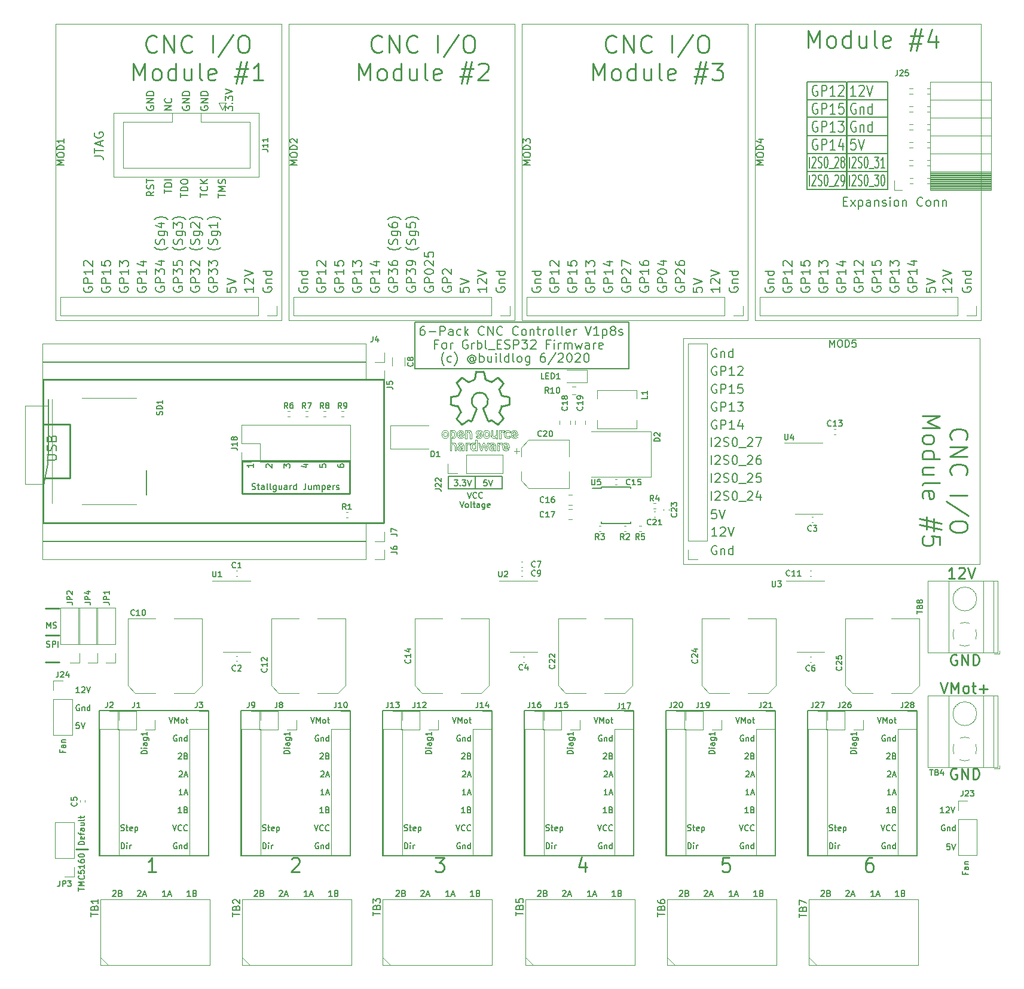
<source format=gbr>
%TF.GenerationSoftware,KiCad,Pcbnew,(5.99.0-13025-gf345eacf13)*%
%TF.CreationDate,2021-10-31T04:57:43-07:00*%
%TF.ProjectId,6_axis_I2S_v1p8s,365f6178-6973-45f4-9932-535f76317038,rev?*%
%TF.SameCoordinates,Original*%
%TF.FileFunction,Legend,Top*%
%TF.FilePolarity,Positive*%
%FSLAX46Y46*%
G04 Gerber Fmt 4.6, Leading zero omitted, Abs format (unit mm)*
G04 Created by KiCad (PCBNEW (5.99.0-13025-gf345eacf13)) date 2021-10-31 04:57:43*
%MOMM*%
%LPD*%
G01*
G04 APERTURE LIST*
%ADD10C,0.152400*%
%ADD11C,0.076000*%
%ADD12C,0.254000*%
%ADD13C,0.203200*%
%ADD14C,0.177800*%
%ADD15C,0.165100*%
%ADD16C,0.271400*%
%ADD17C,0.222000*%
%ADD18C,0.148000*%
%ADD19C,0.150000*%
%ADD20C,0.120000*%
%ADD21C,0.100000*%
%ADD22C,0.127000*%
G04 APERTURE END LIST*
D10*
X138684000Y-102616000D02*
X142494000Y-102616000D01*
X138684000Y-104394000D02*
X138684000Y-102616000D01*
X146304000Y-104394000D02*
X142494000Y-104394000D01*
X146304000Y-102616000D02*
X146304000Y-104394000D01*
X142494000Y-102616000D02*
X146304000Y-102616000D01*
X142494000Y-104394000D02*
X142494000Y-102616000D01*
X138684000Y-104394000D02*
X142494000Y-104394000D01*
D11*
X143309000Y-96133000D02*
G75*
G03*
X143195000Y-96102000I-204700J-527655D01*
G01*
X146137000Y-97850001D02*
G75*
G03*
X145973000Y-97883000I-6371J-392356D01*
G01*
D12*
X145648000Y-95185000D02*
X144811000Y-94619000D01*
D10*
X195199000Y-46736000D02*
X200914000Y-46736000D01*
X200914000Y-46736000D02*
X200914000Y-61976000D01*
X200914000Y-61976000D02*
X195199000Y-61976000D01*
X195199000Y-61976000D02*
X195199000Y-46736000D01*
D11*
X138722000Y-96656000D02*
G75*
G03*
X138716000Y-96501000I-1505814J19326D01*
G01*
X142319000Y-98759000D02*
G75*
G03*
X142388000Y-98752000I3333J310712D01*
G01*
X141961000Y-97209000D02*
X141739000Y-97209000D01*
X144713000Y-98688000D02*
G75*
G03*
X144749000Y-98732000I125825J66221D01*
G01*
X142970000Y-96311000D02*
G75*
G03*
X142913000Y-96339000I28180J-129387D01*
G01*
X145912000Y-98127000D02*
G75*
G03*
X145862000Y-98199000I108477J-128693D01*
G01*
X138549000Y-96184000D02*
G75*
G03*
X138477000Y-96138000I-379598J-514805D01*
G01*
D12*
X129542366Y-88900000D02*
X129542366Y-109220000D01*
X142367000Y-88835000D02*
G75*
G03*
X142399000Y-88795000I-21048J49638D01*
G01*
D11*
X140460000Y-97014000D02*
G75*
G03*
X140590000Y-96987000I1562J318941D01*
G01*
X145095000Y-98743000D02*
X145118000Y-98720000D01*
X140346000Y-98319000D02*
X140645000Y-98319000D01*
X140271000Y-96946000D02*
G75*
G03*
X140356000Y-96997000I166430J181051D01*
G01*
X137812000Y-96656000D02*
G75*
G03*
X137819000Y-96813000I1536233J-10162D01*
G01*
D12*
X146249000Y-92646000D02*
G75*
G03*
X146210000Y-92678000I10328J-52353D01*
G01*
D11*
X144344000Y-96761000D02*
X144347000Y-96658000D01*
X141079000Y-97209000D02*
X141079000Y-97209000D01*
X139149000Y-97981000D02*
X139153000Y-97981000D01*
X139975000Y-96661000D02*
G75*
G03*
X139985000Y-96817000I1115834J-6793D01*
G01*
X140860000Y-98215000D02*
G75*
G03*
X140851000Y-98122000I-554734J-6749D01*
G01*
D12*
X109505000Y-100423000D02*
X124714000Y-100423000D01*
D11*
X139609000Y-96133000D02*
G75*
G03*
X139528000Y-96102000I-151652J-274929D01*
G01*
X143222000Y-96775000D02*
X143163000Y-96764000D01*
D12*
X144310000Y-94742000D02*
X143609000Y-93026000D01*
D11*
X141118000Y-97863000D02*
X141340000Y-97863000D01*
X145652000Y-96105000D02*
X145652000Y-97209000D01*
X145146000Y-98874000D02*
X145142000Y-98874000D01*
X146126000Y-96545000D02*
X146126000Y-97209000D01*
D12*
X143929000Y-88835000D02*
X144760000Y-89179000D01*
D11*
X139282000Y-98088000D02*
G75*
G03*
X139211000Y-98135000I75240J-190789D01*
G01*
X140631000Y-98138000D02*
G75*
G03*
X140590000Y-98093000I-101818J-51590D01*
G01*
X138373000Y-96981000D02*
G75*
G03*
X138447000Y-96920000I-74926J166278D01*
G01*
X148205000Y-96987001D02*
G75*
G03*
X148318000Y-96907000I-150784J332788D01*
G01*
X146255000Y-97871000D02*
G75*
G03*
X146137000Y-97850000I-117577J-318644D01*
G01*
D12*
X141536000Y-89179000D02*
X142367000Y-88835000D01*
D11*
X139528000Y-96102000D02*
G75*
G03*
X139434000Y-96092000I-89898J-398233D01*
G01*
X137986000Y-97131000D02*
G75*
G03*
X138058000Y-97177000I350720J469605D01*
G01*
X142576000Y-97025000D02*
X142576000Y-97025000D01*
D12*
X141916000Y-94771000D02*
X141536000Y-94614000D01*
D11*
X143446000Y-96658000D02*
G75*
G03*
X143347000Y-96584000I-194385J-156832D01*
G01*
X140521000Y-98067000D02*
G75*
G03*
X140424000Y-98059000I-85006J-438631D01*
G01*
D12*
X81661000Y-121285000D02*
X83566000Y-121285000D01*
D11*
X138926000Y-98967000D02*
X138926000Y-96105000D01*
X141677000Y-96377000D02*
G75*
G03*
X141607000Y-96330000I-149189J-146569D01*
G01*
X138089000Y-96920000D02*
G75*
G03*
X138162000Y-96981000I145483J99922D01*
G01*
X143127000Y-97863000D02*
X143339000Y-98636000D01*
X144992000Y-96105000D02*
X144992000Y-96764000D01*
X145430000Y-96105000D02*
X145652000Y-96105000D01*
X146666000Y-96918000D02*
G75*
G03*
X146714000Y-97016000I415057J142538D01*
G01*
X143441000Y-98967000D02*
X143245000Y-98967000D01*
X140431000Y-96301000D02*
G75*
G03*
X140340000Y-96318000I-1556J-243734D01*
G01*
X144229000Y-96103000D02*
G75*
G03*
X144113000Y-96092000I-108503J-527068D01*
G01*
X144701001Y-98636000D02*
G75*
G03*
X144713000Y-98688000I112303J-1469D01*
G01*
X140194000Y-98344001D02*
G75*
G03*
X140085000Y-98415000I93075J-262060D01*
G01*
X143487001Y-97027000D02*
G75*
G03*
X143520000Y-96883000I-272061J138128D01*
G01*
X146418000Y-96092001D02*
G75*
G03*
X146254000Y-96125000I-6056J-393921D01*
G01*
X140210000Y-98580000D02*
G75*
G03*
X140199000Y-98636000I114899J-51650D01*
G01*
X142739000Y-96655000D02*
G75*
G03*
X142842000Y-96717000I225947J258807D01*
G01*
D12*
X145715000Y-88614000D02*
X146430000Y-89329000D01*
D11*
X146391000Y-98270000D02*
G75*
G03*
X146382000Y-98419000I1102740J-141381D01*
G01*
X144449000Y-96233000D02*
G75*
G03*
X144394000Y-96184000I-295862J-276722D01*
G01*
X142248000Y-98079001D02*
G75*
G03*
X142193000Y-98099000I36601J-186279D01*
G01*
X140851000Y-98122000D02*
G75*
G03*
X140828000Y-98043000I-367407J-64119D01*
G01*
X144770000Y-96839000D02*
X144770000Y-96105000D01*
X144992000Y-96764000D02*
G75*
G03*
X145008000Y-96864000I299449J-3369D01*
G01*
X140019000Y-98520000D02*
G75*
G03*
X139997000Y-98647000I333281J-123140D01*
G01*
X140197000Y-96558000D02*
X140664000Y-96558000D01*
X141880000Y-98242000D02*
G75*
G03*
X141876000Y-98414000I3112423J-158429D01*
G01*
X142156000Y-98970000D02*
G75*
G03*
X142251000Y-98980000I92205J419703D01*
G01*
D12*
X142642000Y-87760000D02*
X143654000Y-87760000D01*
D11*
X138447000Y-96395000D02*
G75*
G03*
X138373000Y-96334000I-148719J-105028D01*
G01*
X145362000Y-98215000D02*
X145362000Y-98971000D01*
X143672000Y-98195000D02*
X143441000Y-98967000D01*
X137812000Y-96656000D02*
X137812000Y-96656000D01*
X144521000Y-98520000D02*
G75*
G03*
X144498000Y-98647000I335741J-126387D01*
G01*
D12*
X141536000Y-94614000D02*
G75*
G03*
X141484999Y-94619000I-20852J-49915D01*
G01*
D11*
X147128000Y-96092000D02*
G75*
G03*
X146946000Y-96125000I-1831J-508282D01*
G01*
X143676000Y-98195000D02*
X143672000Y-98195000D01*
X137819000Y-96813000D02*
G75*
G03*
X137840000Y-96924000I560442J48543D01*
G01*
X143935001Y-96395000D02*
G75*
G03*
X143892000Y-96489000I212218J-153915D01*
G01*
X144347000Y-96658000D02*
X144347000Y-96658000D01*
X147912000Y-97195000D02*
G75*
G03*
X148080000Y-97222000I166436J499436D01*
G01*
X145430000Y-97209000D02*
X145430000Y-97092000D01*
D12*
X144760000Y-94614000D02*
X144380000Y-94771000D01*
D11*
X146143001Y-96441000D02*
G75*
G03*
X146126000Y-96545000I276022J-98509D01*
G01*
X138046000Y-96827000D02*
G75*
G03*
X138089000Y-96920000I244506J56610D01*
G01*
X145302000Y-97190000D02*
G75*
G03*
X145425000Y-97092000I-139526J301308D01*
G01*
X146649000Y-96177000D02*
G75*
G03*
X146536000Y-96113000I-260373J-327963D01*
G01*
X147832000Y-96448000D02*
G75*
G03*
X147813000Y-96558000I337090J-114866D01*
G01*
X147050000Y-98206000D02*
G75*
G03*
X147000000Y-98125000I-209304J-73268D01*
G01*
X140860000Y-98971000D02*
X140645000Y-98971000D01*
X138151000Y-97211000D02*
G75*
G03*
X138268000Y-97222000I110511J547715D01*
G01*
X140885000Y-96741000D02*
X140885000Y-96741000D01*
D12*
X140086000Y-91115000D02*
X140431000Y-90284000D01*
D11*
X142892000Y-97863000D02*
X143127000Y-97863000D01*
X143280000Y-96563000D02*
G75*
G03*
X143200000Y-96552000I-112246J-519920D01*
G01*
X143777000Y-96233000D02*
G75*
G03*
X143686000Y-96391000I315678J-287021D01*
G01*
X146391000Y-98575000D02*
G75*
G03*
X146421000Y-98702000I653562J87341D01*
G01*
X146126000Y-97209000D02*
X145904000Y-97209000D01*
X148467000Y-96366000D02*
G75*
G03*
X148364000Y-96218000I-376391J-152107D01*
G01*
X137932000Y-96233000D02*
G75*
G03*
X137840000Y-96391000I315754J-289642D01*
G01*
X144347000Y-96658000D02*
X144344000Y-96556000D01*
D12*
X145648000Y-95185000D02*
G75*
G03*
X145714999Y-95178000I29262J44058D01*
G01*
D11*
X147525000Y-96283000D02*
G75*
G03*
X147353000Y-96146000I-463804J-405823D01*
G01*
X146541000Y-98870000D02*
G75*
G03*
X146703000Y-98953000I373805J530000D01*
G01*
X145012000Y-97198000D02*
G75*
G03*
X145140000Y-97222000I127340J325814D01*
G01*
X143996000Y-97211000D02*
G75*
G03*
X144113000Y-97222000I110376J546280D01*
G01*
X143239000Y-97200001D02*
G75*
G03*
X143387000Y-97134000I-128984J488175D01*
G01*
X140402000Y-98776000D02*
G75*
G03*
X140518000Y-98769000I20083J631836D01*
G01*
X143236000Y-96978000D02*
G75*
G03*
X143283000Y-96934000I-57802J108844D01*
G01*
D12*
X142399000Y-88795000D02*
X142590000Y-87803000D01*
D11*
X138489000Y-96827000D02*
X138498000Y-96761000D01*
X145414000Y-96864000D02*
G75*
G03*
X145430000Y-96764000I-282341J96454D01*
G01*
X138501000Y-96658000D02*
X138498000Y-96556000D01*
X140645000Y-98202000D02*
G75*
G03*
X140631000Y-98138000I-138780J3173D01*
G01*
X144805000Y-98513000D02*
G75*
G03*
X144746000Y-98538000I37287J-170118D01*
G01*
D12*
X147284000Y-91391000D02*
G75*
G03*
X147240999Y-91338000I-53667J402D01*
G01*
D11*
X143339000Y-98636000D02*
X143343000Y-98636000D01*
X148364000Y-96218000D02*
G75*
G03*
X148217000Y-96124000I-325433J-346981D01*
G01*
X145092000Y-98093000D02*
G75*
G03*
X145023000Y-98067000I-102686J-167954D01*
G01*
X140015000Y-96944000D02*
G75*
G03*
X140065000Y-97043000I373800J126661D01*
G01*
X146627000Y-96658000D02*
G75*
G03*
X146637000Y-96799000I953049J-3263D01*
G01*
X144344000Y-96556000D02*
X144334000Y-96489000D01*
X147011000Y-96336000D02*
G75*
G03*
X146921000Y-96400000I79172J-206618D01*
G01*
X138926000Y-98967000D02*
X138926000Y-98967000D01*
X143356000Y-96404000D02*
G75*
G03*
X143220000Y-96330000I-421425J-612538D01*
G01*
X139492000Y-96974000D02*
G75*
G03*
X139554999Y-96894000I-63944J115161D01*
G01*
X141118000Y-98967000D02*
X141118000Y-97863000D01*
X140216000Y-96448000D02*
G75*
G03*
X140197000Y-96558000I334524J-114423D01*
G01*
D12*
X146249000Y-91147000D02*
X147241000Y-91338000D01*
D11*
X144811000Y-98765000D02*
G75*
G03*
X144904000Y-98776000I86459J332339D01*
G01*
X142536000Y-98967000D02*
X142536000Y-98852000D01*
D12*
X140425000Y-90233000D02*
X139859000Y-89397000D01*
D11*
X142251000Y-97850000D02*
G75*
G03*
X142156000Y-97860000I-3603J-422023D01*
G01*
X139149000Y-98310000D02*
X139149000Y-98967000D01*
X146867000Y-96808000D02*
G75*
G03*
X146921000Y-96915000I273051J70675D01*
G01*
X140297000Y-98077000D02*
G75*
G03*
X140220999Y-98146000I62293J-144969D01*
G01*
X141356000Y-98199000D02*
G75*
G03*
X141340000Y-98303000I278447J-96069D01*
G01*
D12*
X144811000Y-89174000D02*
X145648000Y-88607000D01*
X146210000Y-92678000D02*
X145865000Y-93509000D01*
X144811000Y-94619000D02*
G75*
G03*
X144760000Y-94614000I-30138J-44802D01*
G01*
D11*
X146666000Y-96398000D02*
G75*
G03*
X146637000Y-96517000I596382J-208371D01*
G01*
X141842000Y-96190000D02*
G75*
G03*
X141720000Y-96116000I-297009J-352095D01*
G01*
X142672000Y-96559000D02*
G75*
G03*
X142739000Y-96655000I234984J92619D01*
G01*
X137986000Y-96184000D02*
G75*
G03*
X137932000Y-96233000I241749J-320673D01*
G01*
X139149000Y-97092000D02*
X139149000Y-97981000D01*
X143195000Y-96102000D02*
G75*
G03*
X143061000Y-96092000I-128345J-817010D01*
G01*
X143063000Y-97222000D02*
G75*
G03*
X143239000Y-97200000I6382J663940D01*
G01*
X142899000Y-96114000D02*
G75*
G03*
X142767000Y-96178000I115858J-407084D01*
G01*
X140520000Y-96318001D02*
G75*
G03*
X140431000Y-96301000I-87917J-218797D01*
G01*
X140632000Y-98685000D02*
G75*
G03*
X140645000Y-98583000I-331075J94024D01*
G01*
D12*
X139859000Y-94396000D02*
G75*
G03*
X139865999Y-94462999I43998J-29269D01*
G01*
D10*
X144907000Y-135763000D02*
X129413000Y-135763000D01*
X129413000Y-135763000D02*
X129413000Y-156337000D01*
X129413000Y-156337000D02*
X144907000Y-156337000D01*
X144907000Y-156337000D02*
X144907000Y-135763000D01*
D11*
X141931000Y-96310000D02*
G75*
G03*
X141842000Y-96190000I-280687J-115172D01*
G01*
X143777000Y-97082000D02*
G75*
G03*
X143831000Y-97131000I284058J258788D01*
G01*
X139804000Y-96831000D02*
G75*
G03*
X139808000Y-96658000I-3101064J158247D01*
G01*
X141739000Y-96552000D02*
G75*
G03*
X141724000Y-96452000I-296310J6678D01*
G01*
X143686000Y-96391000D02*
G75*
G03*
X143665000Y-96501000I543402J-160745D01*
G01*
X139437000Y-96994000D02*
G75*
G03*
X139492000Y-96974000I-37342J188313D01*
G01*
X140085000Y-98415000D02*
G75*
G03*
X140019000Y-98520000I228798J-217059D01*
G01*
X142193000Y-98732000D02*
G75*
G03*
X142248000Y-98752000I91601J166279D01*
G01*
X143387000Y-97134000D02*
G75*
G03*
X143487000Y-97027000I-157927J247823D01*
G01*
X144498001Y-98647000D02*
G75*
G03*
X144524000Y-98780000I337148J-3133D01*
G01*
X148076000Y-97014000D02*
G75*
G03*
X148205000Y-96987000I1141J316211D01*
G01*
X147600000Y-96512000D02*
G75*
G03*
X147591000Y-96661000I1088028J-140492D01*
G01*
X144394000Y-97131000D02*
G75*
G03*
X144449000Y-97082000I-225638J308634D01*
G01*
X144322000Y-97177000D02*
G75*
G03*
X144394000Y-97131000I-282150J520972D01*
G01*
X139492000Y-96341000D02*
G75*
G03*
X139437000Y-96321000I-90292J-162676D01*
G01*
X146421000Y-98702000D02*
G75*
G03*
X146471000Y-98801000I383428J131524D01*
G01*
X140464000Y-97222000D02*
G75*
G03*
X140679000Y-97181000I1517J576261D01*
G01*
X140022000Y-98780000D02*
G75*
G03*
X140099000Y-98887000I284115J123251D01*
G01*
X142891000Y-96978000D02*
G75*
G03*
X143080000Y-97014000I185587J460209D01*
G01*
D12*
X147241000Y-92454000D02*
X146249000Y-92646000D01*
D11*
X139808000Y-98967000D02*
X139586000Y-98967000D01*
X143494000Y-96242000D02*
X143356000Y-96404000D01*
X146837000Y-98059000D02*
G75*
G03*
X146746000Y-98076000I-2180J-240393D01*
G01*
X147137000Y-97001001D02*
G75*
G03*
X147259000Y-96972000I2201J261860D01*
G01*
X142130000Y-98651000D02*
G75*
G03*
X142192999Y-98732000I127455J34131D01*
G01*
X146134000Y-98086000D02*
G75*
G03*
X146060000Y-98072000I-75649J-197287D01*
G01*
X146418000Y-98147000D02*
G75*
G03*
X146391000Y-98270000I649452J-207027D01*
G01*
X139586000Y-98967000D02*
X139586000Y-98310000D01*
X144561000Y-96813000D02*
G75*
G03*
X144568000Y-96656000I-1541960J147405D01*
G01*
X142536000Y-97981000D02*
X142536000Y-97417000D01*
X143658000Y-96656000D02*
G75*
G03*
X143665000Y-96813000I1561920J-9017D01*
G01*
X142946000Y-96527000D02*
G75*
G03*
X143017000Y-96539000I86918J298228D01*
G01*
X142505000Y-98647000D02*
G75*
G03*
X142536000Y-98414000I-828283J228762D01*
G01*
X147882000Y-96367000D02*
G75*
G03*
X147832000Y-96448000I157691J-153273D01*
G01*
X147591000Y-96661000D02*
G75*
G03*
X147601000Y-96817000I1129495J-5917D01*
G01*
X145353000Y-98122000D02*
G75*
G03*
X145330000Y-98043000I-355180J-60559D01*
G01*
X145146000Y-98971000D02*
X145146000Y-98971000D01*
X142803000Y-97173001D02*
G75*
G03*
X143063000Y-97222000I254820J637815D01*
G01*
D12*
X81661000Y-125095000D02*
X83566000Y-125095000D01*
D11*
X139279000Y-97187000D02*
G75*
G03*
X139434000Y-97222000I149473J301240D01*
G01*
D10*
X205105000Y-135763000D02*
X189611000Y-135763000D01*
X189611000Y-135763000D02*
X189611000Y-156337000D01*
X189611000Y-156337000D02*
X205105000Y-156337000D01*
X205105000Y-156337000D02*
X205105000Y-135763000D01*
D11*
X142913000Y-96339000D02*
G75*
G03*
X142870999Y-96434999I82351J-93217D01*
G01*
D12*
X145865000Y-93509000D02*
G75*
G03*
X145870999Y-93559000I49415J-19431D01*
G01*
D11*
X140135000Y-97112000D02*
G75*
G03*
X140297000Y-97195000I374179J530728D01*
G01*
X141702000Y-98127000D02*
G75*
G03*
X141629000Y-98086000I-177128J-229885D01*
G01*
X142505000Y-98184000D02*
G75*
G03*
X142443000Y-98099999I-133214J-33443D01*
G01*
X142075000Y-97891001D02*
G75*
G03*
X141955000Y-97993000I178942J-332109D01*
G01*
X144601000Y-98887000D02*
G75*
G03*
X144716000Y-98958000I212085J214884D01*
G01*
X146464000Y-98047000D02*
G75*
G03*
X146418000Y-98147000I376931J-233969D01*
G01*
X143658000Y-96656000D02*
X143658000Y-96656000D01*
X143290000Y-96829000D02*
X143264000Y-96796000D01*
X141961000Y-96475000D02*
G75*
G03*
X141954000Y-96387000I-495467J4866D01*
G01*
X146193000Y-96369000D02*
G75*
G03*
X146143000Y-96441000I107729J-128173D01*
G01*
X139567000Y-97874000D02*
G75*
G03*
X139440000Y-97850000I-126002J-318740D01*
G01*
D12*
X81282366Y-109220000D02*
X81282366Y-88900000D01*
D11*
X144449001Y-97082001D02*
G75*
G03*
X144540000Y-96924000I-313779J285926D01*
G01*
X148501000Y-96558000D02*
X148501000Y-96741000D01*
X147813000Y-96558000D02*
X147813000Y-96558000D01*
X147361000Y-96885000D02*
X147361000Y-96885000D01*
X145133000Y-98138000D02*
G75*
G03*
X145092000Y-98093000I-100889J-50743D01*
G01*
X144803000Y-97860000D02*
G75*
G03*
X144705000Y-97889000I73058J-426975D01*
G01*
X141340000Y-97981000D02*
X141344000Y-97981000D01*
X141631000Y-97850000D02*
G75*
G03*
X141468000Y-97883000I-5901J-389915D01*
G01*
X148318000Y-96907000D02*
X148479000Y-97044000D01*
X143520000Y-96883000D02*
G75*
G03*
X143502000Y-96761000I-388940J4943D01*
G01*
D12*
X140431000Y-90284000D02*
G75*
G03*
X140424999Y-90233000I-50909J19863D01*
G01*
X124714000Y-105029000D02*
X109505000Y-105029000D01*
D11*
X143017000Y-96539000D02*
X143200000Y-96552000D01*
D12*
X109505000Y-105029000D02*
X109505000Y-100423000D01*
D11*
X141302000Y-96105000D02*
X141302000Y-96223000D01*
D12*
X146430000Y-94463000D02*
X145715000Y-95178000D01*
D11*
X140645000Y-98583000D02*
X140645000Y-98502000D01*
X139149000Y-96658000D02*
G75*
G03*
X139180000Y-96890000I866028J-2352D01*
G01*
X146207000Y-98127000D02*
G75*
G03*
X146134000Y-98086000I-175714J-227368D01*
G01*
X144973000Y-98977000D02*
G75*
G03*
X145049000Y-98957000I-44874J324919D01*
G01*
X144723000Y-98146000D02*
X144553000Y-98012000D01*
X147257000Y-98124000D02*
G75*
G03*
X147155000Y-97976000I-375926J-149935D01*
G01*
X147292000Y-98499000D02*
X147292000Y-98499000D01*
X145845000Y-97981000D02*
X145849000Y-97981000D01*
X138268000Y-96092000D02*
G75*
G03*
X138151000Y-96103000I-7298J-550108D01*
G01*
X143686000Y-96924000D02*
G75*
G03*
X143777000Y-97082000I406561J128953D01*
G01*
X141876000Y-98414000D02*
G75*
G03*
X141880000Y-98587000I3175133J-13133D01*
G01*
X144568000Y-96656000D02*
G75*
G03*
X144561000Y-96501000I-1506355J9629D01*
G01*
X144926000Y-98059000D02*
X144856000Y-98064000D01*
X146782000Y-97092000D02*
G75*
G03*
X146946000Y-97190000I367133J428162D01*
G01*
X144009000Y-98636000D02*
X144221000Y-97863000D01*
X141340000Y-98967000D02*
X141118000Y-98967000D01*
X147627000Y-96389000D02*
G75*
G03*
X147600000Y-96512000I658960J-209114D01*
G01*
D12*
X141485000Y-94619000D02*
X140648000Y-95185000D01*
D11*
X144705000Y-97889000D02*
G75*
G03*
X144553000Y-98012000I155843J-348006D01*
G01*
X142319000Y-98072000D02*
X142319000Y-98072000D01*
X143996000Y-96103001D02*
G75*
G03*
X143903000Y-96138000I67251J-319755D01*
G01*
X142443000Y-98731000D02*
G75*
G03*
X142504999Y-98647000I-71214J117442D01*
G01*
X140472000Y-98977001D02*
G75*
G03*
X140548000Y-98957000I-45115J325837D01*
G01*
X140548000Y-98957000D02*
G75*
G03*
X140639999Y-98874000I-65837J165462D01*
G01*
X140310000Y-98765000D02*
G75*
G03*
X140402000Y-98776000I85949J328620D01*
G01*
X144005000Y-98636000D02*
X144009000Y-98636000D01*
D12*
X81282366Y-95250000D02*
X85092366Y-95250000D01*
X139012000Y-92402000D02*
G75*
G03*
X139054999Y-92454000I52927J-12D01*
G01*
D11*
X140645000Y-98583000D02*
X140645000Y-98583000D01*
X143264000Y-96796000D02*
X143222000Y-96775000D01*
X140303000Y-98513001D02*
G75*
G03*
X140244000Y-98538000I36798J-168964D01*
G01*
X139180000Y-96890000D02*
G75*
G03*
X139241999Y-96973000I130843J33081D01*
G01*
X140386000Y-98502000D02*
G75*
G03*
X140303000Y-98513000I7658J-376425D01*
G01*
X139984001Y-96512000D02*
G75*
G03*
X139975000Y-96661000I1095255J-140929D01*
G01*
X138489000Y-96489000D02*
G75*
G03*
X138447000Y-96395000I-281971J-69604D01*
G01*
X142248000Y-98752000D02*
G75*
G03*
X142319000Y-98759000I68610J332333D01*
G01*
X140885000Y-96558000D02*
X140885000Y-96741000D01*
X148046000Y-96301000D02*
G75*
G03*
X147955000Y-96318000I-1449J-244308D01*
G01*
X143061000Y-96092000D02*
G75*
G03*
X142899000Y-96114000I-4790J-572188D01*
G01*
D12*
X145871000Y-90233000D02*
G75*
G03*
X145865000Y-90284000I44344J-31070D01*
G01*
D11*
X147292000Y-98316000D02*
X147292000Y-98499000D01*
X145212000Y-97001000D02*
G75*
G03*
X145298000Y-96985000I1821J229336D01*
G01*
X140594000Y-98743000D02*
X140616000Y-98720000D01*
X140645000Y-98319000D02*
X140645000Y-98202000D01*
X144540000Y-96924000D02*
G75*
G03*
X144561000Y-96813000I-542509J160123D01*
G01*
D12*
X142642000Y-87760000D02*
G75*
G03*
X142590000Y-87803000I114J-53080D01*
G01*
X139055000Y-91338000D02*
X140047000Y-91147000D01*
D11*
X148501000Y-96741000D02*
X147813000Y-96741000D01*
X138498000Y-96556000D02*
X138489000Y-96489000D01*
X144292000Y-96395000D02*
G75*
G03*
X144218000Y-96334000I-149265J-105691D01*
G01*
X144218000Y-96334000D02*
G75*
G03*
X144113000Y-96314000I-98639J-232226D01*
G01*
X139808000Y-98233000D02*
G75*
G03*
X139801000Y-98145000I-479568J6131D01*
G01*
X147247000Y-97209001D02*
G75*
G03*
X147353000Y-97168000I-102637J422878D01*
G01*
X140749000Y-96218000D02*
G75*
G03*
X140601000Y-96124000I-325207J-348516D01*
G01*
X143343000Y-98636000D02*
X143593000Y-97863000D01*
X139296000Y-96321000D02*
G75*
G03*
X139242000Y-96342000I38027J-177714D01*
G01*
X141302000Y-97209000D02*
X141079000Y-97209000D01*
X144696000Y-98344000D02*
G75*
G03*
X144587000Y-98415000I93222J-262285D01*
G01*
D12*
X140648000Y-88607000D02*
G75*
G03*
X140580999Y-88614001I-29271J-43981D01*
G01*
D11*
X141434000Y-96330000D02*
G75*
G03*
X141364000Y-96377000I77447J-190975D01*
G01*
X143593000Y-97863000D02*
X143755000Y-97863000D01*
X144113000Y-96314000D02*
G75*
G03*
X144008000Y-96334000I-6530J-251345D01*
G01*
X143220000Y-96330000D02*
G75*
G03*
X143061000Y-96301000I-152704J-386860D01*
G01*
X146996000Y-98745000D02*
G75*
G03*
X147109000Y-98665000I-151315J333537D01*
G01*
X138695000Y-96924000D02*
G75*
G03*
X138716000Y-96813000I-555743J162626D01*
G01*
X139808000Y-96658000D02*
G75*
G03*
X139804000Y-96485000I-3125897J14271D01*
G01*
X141954000Y-96387000D02*
G75*
G03*
X141931000Y-96310000I-361262J-65975D01*
G01*
X142649000Y-96433000D02*
G75*
G03*
X142672000Y-96559000I334785J-3988D01*
G01*
X143903000Y-96138000D02*
G75*
G03*
X143831000Y-96184000I301758J-551667D01*
G01*
X147353000Y-97168000D02*
G75*
G03*
X147525000Y-97032000I-285487J537820D01*
G01*
X140518000Y-98769000D02*
G75*
G03*
X140594000Y-98743000I-28625J207747D01*
G01*
D12*
X129542366Y-109220000D02*
X81282366Y-109220000D01*
D11*
X142388000Y-98752000D02*
G75*
G03*
X142443000Y-98731000I-38963J184569D01*
G01*
X139792000Y-96941000D02*
G75*
G03*
X139804000Y-96831000I-777815J140506D01*
G01*
X140266000Y-96367000D02*
G75*
G03*
X140216000Y-96448000I157691J-153273D01*
G01*
X146536000Y-96113000D02*
G75*
G03*
X146418000Y-96092000I-117165J-316330D01*
G01*
X140211000Y-98688000D02*
G75*
G03*
X140248000Y-98732000I124917J67487D01*
G01*
X139792000Y-96374000D02*
G75*
G03*
X139730000Y-96235000I-329094J-63463D01*
G01*
X147259000Y-96972000D02*
G75*
G03*
X147361000Y-96885000I-152248J281790D01*
G01*
X146637000Y-96799000D02*
G75*
G03*
X146666000Y-96918000I623119J88819D01*
G01*
X146837000Y-97850001D02*
G75*
G03*
X146680000Y-97881000I1169J-418988D01*
G01*
X143163000Y-96764000D02*
X142967000Y-96745000D01*
X144008000Y-96981000D02*
G75*
G03*
X144113000Y-97001000I98738J232750D01*
G01*
X139570999Y-98210000D02*
G75*
G03*
X139523999Y-98135000I-189751J-66685D01*
G01*
X142099000Y-98414000D02*
G75*
G03*
X142130000Y-98651000I841320J-10482D01*
G01*
D10*
X200914000Y-56896000D02*
X189484000Y-56896000D01*
D11*
X147292000Y-98316000D02*
G75*
G03*
X147257000Y-98124000I-515543J5211D01*
G01*
X138046000Y-96489000D02*
X138038000Y-96555000D01*
X138038000Y-96759000D02*
X138046000Y-96827000D01*
X145362000Y-98971000D02*
X145146000Y-98971000D01*
X138058000Y-97177000D02*
G75*
G03*
X138151000Y-97211000I159815J292950D01*
G01*
X139440000Y-97850001D02*
G75*
G03*
X139276000Y-97883000I-6358J-392420D01*
G01*
X138604000Y-96233000D02*
G75*
G03*
X138549000Y-96184000I-295862J-276722D01*
G01*
X142536000Y-97417000D02*
X142758000Y-97417000D01*
X138384000Y-96103000D02*
G75*
G03*
X138268000Y-96092000I-108462J-526639D01*
G01*
X141750000Y-97871001D02*
G75*
G03*
X141631000Y-97850000I-118044J-321244D01*
G01*
X140221000Y-98146000D02*
X140051000Y-98012000D01*
X140244001Y-98538001D02*
G75*
G03*
X140210000Y-98580000I60648J-83859D01*
G01*
D12*
X81661000Y-128905000D02*
X83566000Y-128905000D01*
D11*
X145845000Y-97863000D02*
X145845000Y-97981000D01*
X140860000Y-98215000D02*
X140860000Y-98971000D01*
X145125000Y-96985000D02*
G75*
G03*
X145212000Y-97001000I85265J219101D01*
G01*
X140885000Y-96741000D02*
X140197000Y-96741000D01*
X140590000Y-98093000D02*
G75*
G03*
X140521000Y-98067000I-102923J-168583D01*
G01*
X138549000Y-97131000D02*
G75*
G03*
X138604000Y-97082000I-228871J312262D01*
G01*
D12*
X139859000Y-94396000D02*
X140425000Y-93559000D01*
X124714000Y-100423000D02*
X124714000Y-105029000D01*
D11*
X139437000Y-96321000D02*
G75*
G03*
X139367000Y-96314000I-67349J-319987D01*
G01*
X145904000Y-97209000D02*
X145904000Y-97209000D01*
X145862000Y-98199000D02*
G75*
G03*
X145845000Y-98303000I279965J-99154D01*
G01*
X142758000Y-97417000D02*
X142758000Y-98967000D01*
X147070001Y-98316000D02*
G75*
G03*
X147050000Y-98206000I-363553J-9283D01*
G01*
X139367000Y-96314000D02*
G75*
G03*
X139296000Y-96321000I-3531J-327760D01*
G01*
X142536000Y-98967000D02*
X142536000Y-98967000D01*
X140215000Y-98958000D02*
G75*
G03*
X140375000Y-98984000I162099J492224D01*
G01*
X143907000Y-98967000D02*
X143907000Y-98967000D01*
D12*
X85092366Y-102870000D02*
X81282366Y-102870000D01*
D11*
X139730000Y-97080000D02*
G75*
G03*
X139792000Y-96941000I-261576J200001D01*
G01*
X142576000Y-97025000D02*
X142732000Y-96872000D01*
X146604000Y-98316000D02*
X147070000Y-98316000D01*
X139242000Y-96342000D02*
G75*
G03*
X139180000Y-96425999I70460J-116888D01*
G01*
D12*
X140431000Y-93509000D02*
X140086000Y-92678000D01*
D11*
X147128000Y-97222000D02*
G75*
G03*
X147247000Y-97209000I4951J505832D01*
G01*
D13*
X133921500Y-87376000D02*
X164274500Y-87376000D01*
X164274500Y-87376000D02*
X164274500Y-80772000D01*
X164274500Y-80772000D02*
X133921500Y-80772000D01*
X133921500Y-80772000D02*
X133921500Y-87376000D01*
D11*
X142732000Y-96872000D02*
G75*
G03*
X142891000Y-96978000I347391J348837D01*
G01*
X145845000Y-98967000D02*
X145623000Y-98967000D01*
X139149000Y-97092000D02*
G75*
G03*
X139279000Y-97187000I382529J387013D01*
G01*
X140645000Y-98971000D02*
X140645000Y-98874000D01*
X148046000Y-96092001D02*
G75*
G03*
X147889000Y-96123000I1203J-419161D01*
G01*
X138447000Y-96920000D02*
G75*
G03*
X138489000Y-96827000I-232081J160794D01*
G01*
X146921000Y-96915000D02*
G75*
G03*
X147011000Y-96980000I172765J144406D01*
G01*
X140595000Y-97870000D02*
G75*
G03*
X140413000Y-97851000I-167654J-724758D01*
G01*
X139149000Y-96105000D02*
X139149000Y-96221000D01*
X140679000Y-97181000D02*
G75*
G03*
X140776000Y-97127000I-158021J397972D01*
G01*
X144770000Y-96839000D02*
G75*
G03*
X144778000Y-96928000I496192J-258D01*
G01*
D12*
X140086000Y-92678000D02*
G75*
G03*
X140046999Y-92646000I-49221J-20222D01*
G01*
D11*
X145845000Y-98303000D02*
X145845000Y-98967000D01*
X144221000Y-97863000D02*
X144456000Y-97863000D01*
X144540000Y-96391000D02*
G75*
G03*
X144449000Y-96233000I-404894J-127993D01*
G01*
X140301000Y-97860000D02*
G75*
G03*
X140203000Y-97889000I73529J-428567D01*
G01*
D12*
X85915500Y-155448000D02*
X87630000Y-155448000D01*
D11*
X143080000Y-97014001D02*
G75*
G03*
X143166000Y-97005000I2976J386949D01*
G01*
D12*
X81282366Y-88900000D02*
X129542366Y-88900000D01*
X139866000Y-89329000D02*
G75*
G03*
X139858999Y-89397000I37603J-38232D01*
G01*
D11*
X142871000Y-96435000D02*
X142879000Y-96470000D01*
X148501000Y-96741000D02*
X148501000Y-96741000D01*
X147000000Y-98125000D02*
G75*
G03*
X146926000Y-98076000I-153991J-152180D01*
G01*
X138604000Y-97082000D02*
G75*
G03*
X138695000Y-96924000I-313710J285886D01*
G01*
X138089001Y-96395000D02*
G75*
G03*
X138046000Y-96489000I213637J-154564D01*
G01*
D10*
X200914000Y-54356000D02*
X189484000Y-54356000D01*
D11*
X141724000Y-96452000D02*
G75*
G03*
X141677000Y-96377000I-189229J-66357D01*
G01*
X146673000Y-98125000D02*
G75*
G03*
X146623000Y-98206000I158541J-153798D01*
G01*
X139242000Y-96973000D02*
G75*
G03*
X139296000Y-96994000I93323J160046D01*
G01*
X139149000Y-98967000D02*
X138926000Y-98967000D01*
X140065000Y-97043000D02*
G75*
G03*
X140135000Y-97112000I230898J164237D01*
G01*
X145973000Y-97883000D02*
G75*
G03*
X145849000Y-97981000I138987J-303311D01*
G01*
X141629000Y-98086000D02*
G75*
G03*
X141555000Y-98072000I-75544J-196729D01*
G01*
X142251000Y-98980000D02*
G75*
G03*
X142407000Y-98948000I3689J378265D01*
G01*
X145146001Y-98202000D02*
G75*
G03*
X145133000Y-98138000I-138253J5237D01*
G01*
X146714000Y-96300000D02*
G75*
G03*
X146666000Y-96398000I376997J-245407D01*
G01*
D10*
X200914000Y-59436000D02*
X189484000Y-59436000D01*
D11*
X140375000Y-98984000D02*
G75*
G03*
X140472000Y-98977000I3200J631221D01*
G01*
X139524000Y-98135000D02*
G75*
G03*
X139454000Y-98088000I-147916J-144672D01*
G01*
X145008000Y-96864000D02*
G75*
G03*
X145053999Y-96939000I187148J63177D01*
G01*
X145146000Y-98502000D02*
X144888000Y-98502000D01*
X142443000Y-98100000D02*
G75*
G03*
X142388000Y-98079000I-93963J-163570D01*
G01*
X146254000Y-96125000D02*
G75*
G03*
X146130000Y-96223000I138282J-302419D01*
G01*
X144749000Y-98732000D02*
G75*
G03*
X144811000Y-98765000I99041J111336D01*
G01*
X138926000Y-96105000D02*
X139149000Y-96105000D01*
X139804000Y-96485000D02*
G75*
G03*
X139792000Y-96374000I-798953J-30225D01*
G01*
X143935000Y-96920000D02*
G75*
G03*
X144008000Y-96981000I146604J101264D01*
G01*
X142678000Y-96285000D02*
G75*
G03*
X142649000Y-96433000I320530J-139648D01*
G01*
X143245000Y-98967000D02*
X142892000Y-97863000D01*
X141302000Y-96552000D02*
X141302000Y-97209000D01*
X140885000Y-96558000D02*
G75*
G03*
X140851000Y-96366000I-513777J8029D01*
G01*
X148217000Y-96124000D02*
G75*
G03*
X148046000Y-96092000I-168691J-428548D01*
G01*
X148209000Y-96367000D02*
G75*
G03*
X148136000Y-96318000I-154839J-151800D01*
G01*
X141522000Y-96314000D02*
G75*
G03*
X141434000Y-96330000I-2777J-234730D01*
G01*
X141954999Y-98838000D02*
G75*
G03*
X142074999Y-98940000I287132J216213D01*
G01*
X143665000Y-96501000D02*
G75*
G03*
X143658000Y-96656000I1511965J-145941D01*
G01*
X141317000Y-96452000D02*
G75*
G03*
X141302000Y-96552000I281309J-93322D01*
G01*
X144334000Y-96489000D02*
G75*
G03*
X144292000Y-96395000I-285605J-71228D01*
G01*
X141607000Y-96330000D02*
G75*
G03*
X141522000Y-96314000I-83524J-209936D01*
G01*
D12*
X140047000Y-91147000D02*
G75*
G03*
X140085999Y-91115000I-10139J52121D01*
G01*
X146437000Y-89397000D02*
G75*
G03*
X146429999Y-89329000I-44534J29775D01*
G01*
D11*
X146341000Y-96314000D02*
G75*
G03*
X146193000Y-96369000I276J-227372D01*
G01*
X145623000Y-98967000D02*
X145623000Y-97863000D01*
X146867000Y-98772001D02*
G75*
G03*
X146996000Y-98745000I967J317046D01*
G01*
X145430000Y-96764000D02*
X145430000Y-96105000D01*
X139555000Y-96422000D02*
G75*
G03*
X139491999Y-96341000I-128070J-34610D01*
G01*
X148136000Y-96318000D02*
G75*
G03*
X148046000Y-96301000I-88417J-221352D01*
G01*
X139586000Y-98310000D02*
G75*
G03*
X139571000Y-98210000I-297221J6541D01*
G01*
X146637000Y-96517000D02*
G75*
G03*
X146627000Y-96658000I942476J-137697D01*
G01*
X144113000Y-97001000D02*
G75*
G03*
X144218000Y-96981000I6630J250817D01*
G01*
X145623000Y-98967000D02*
X145623000Y-98967000D01*
X141302000Y-96223000D02*
X141306000Y-96223000D01*
X144904000Y-98776001D02*
G75*
G03*
X145020000Y-98769000I20116J631279D01*
G01*
X142758000Y-98967000D02*
X142536000Y-98967000D01*
X144292001Y-96920000D02*
G75*
G03*
X144334000Y-96827000I-232153J160826D01*
G01*
D12*
X81282366Y-102870000D02*
X81282366Y-95250000D01*
D11*
X145362000Y-98215000D02*
G75*
G03*
X145353000Y-98122000I-545647J-5870D01*
G01*
X145118000Y-98720000D02*
X145134000Y-98685000D01*
D10*
X124841000Y-135763000D02*
X109347000Y-135763000D01*
X109347000Y-135763000D02*
X109347000Y-156337000D01*
X109347000Y-156337000D02*
X124841000Y-156337000D01*
X124841000Y-156337000D02*
X124841000Y-135763000D01*
D11*
X141862000Y-97935000D02*
X141702000Y-98127000D01*
X145904000Y-97209000D02*
X145904000Y-96105000D01*
X140356000Y-96997000D02*
G75*
G03*
X140460000Y-97014000I100339J287224D01*
G01*
X146946000Y-97190000D02*
G75*
G03*
X147128000Y-97222000I178292J480478D01*
G01*
X140273000Y-96123000D02*
G75*
G03*
X140122000Y-96215000I211319J-516758D01*
G01*
X143892000Y-96489000D02*
X143883000Y-96555000D01*
D12*
X140581000Y-95178000D02*
G75*
G03*
X140648000Y-95185000I37729J36980D01*
G01*
D11*
X145146000Y-98583000D02*
X145146000Y-98502000D01*
X147247000Y-96106000D02*
G75*
G03*
X147128000Y-96092000I-118808J-497118D01*
G01*
X143347000Y-96584000D02*
G75*
G03*
X143280000Y-96563000I-140095J-329589D01*
G01*
D10*
X185039000Y-135763000D02*
X169545000Y-135763000D01*
X169545000Y-135763000D02*
X169545000Y-156337000D01*
X169545000Y-156337000D02*
X185039000Y-156337000D01*
X185039000Y-156337000D02*
X185039000Y-135763000D01*
D11*
X140216000Y-96860000D02*
G75*
G03*
X140271000Y-96946000I199954J67290D01*
G01*
X139164000Y-98210000D02*
G75*
G03*
X139149000Y-98310000I283362J-93630D01*
G01*
X147889000Y-96123000D02*
G75*
G03*
X147738000Y-96215000I211319J-516758D01*
G01*
X141739000Y-97209000D02*
X141739000Y-96552000D01*
X139211000Y-98135000D02*
G75*
G03*
X139164000Y-98210000I142751J-141685D01*
G01*
X146703000Y-98953000D02*
G75*
G03*
X146871000Y-98980000I166940J502572D01*
G01*
X140737000Y-97930001D02*
G75*
G03*
X140595000Y-97870000I-242119J-374979D01*
G01*
X147813000Y-96558000D02*
X148279000Y-96558000D01*
X147011000Y-96980000D02*
G75*
G03*
X147137000Y-97001000I117658J317451D01*
G01*
X146926000Y-98076000D02*
G75*
G03*
X146837000Y-98059000I-87650J-217403D01*
G01*
X137840000Y-96924000D02*
G75*
G03*
X137932000Y-97082000I407637J131573D01*
G01*
D10*
X200914000Y-51689000D02*
X189484000Y-51689000D01*
D11*
X142879000Y-96470000D02*
X142902000Y-96502000D01*
X146060000Y-98072000D02*
G75*
G03*
X145911999Y-98127000I169J-227085D01*
G01*
X147750000Y-97112000D02*
G75*
G03*
X147912000Y-97195000I373385J529180D01*
G01*
X147292000Y-98499000D02*
X146604000Y-98499000D01*
X145368000Y-96939000D02*
G75*
G03*
X145414000Y-96864000I-141662J138492D01*
G01*
X143892000Y-96827000D02*
G75*
G03*
X143935000Y-96920000I244506J56610D01*
G01*
X138716000Y-96501000D02*
G75*
G03*
X138695000Y-96391000I-567502J-51337D01*
G01*
X142407000Y-98948000D02*
G75*
G03*
X142536000Y-98852000I-163945J354972D01*
G01*
D12*
X146437000Y-89397000D02*
X145871000Y-90233000D01*
D11*
X137932000Y-97082000D02*
G75*
G03*
X137986000Y-97131000I284058J258788D01*
G01*
X144218000Y-96981000D02*
G75*
G03*
X144292000Y-96920000I-75474J166943D01*
G01*
X144800000Y-97005000D02*
G75*
G03*
X144890000Y-97125000I280493J116619D01*
G01*
X141880000Y-98587000D02*
G75*
G03*
X141892000Y-98699000I839959J33352D01*
G01*
D10*
X164973000Y-135763000D02*
X149479000Y-135763000D01*
X149479000Y-135763000D02*
X149479000Y-156337000D01*
X149479000Y-156337000D02*
X164973000Y-156337000D01*
X164973000Y-156337000D02*
X164973000Y-135763000D01*
D11*
X147085000Y-98939000D02*
G75*
G03*
X147183000Y-98885000I-157390J401559D01*
G01*
D12*
X85092366Y-95250000D02*
X85092366Y-102870000D01*
D11*
X145146000Y-98971000D02*
X145146000Y-98874000D01*
X142767000Y-96178000D02*
G75*
G03*
X142678000Y-96285000I159555J-223229D01*
G01*
X140703000Y-96907000D02*
X140864000Y-97044000D01*
X147674000Y-96289000D02*
G75*
G03*
X147627000Y-96389000I373086J-236396D01*
G01*
X143903000Y-97177000D02*
G75*
G03*
X143996000Y-97211000I160242J294119D01*
G01*
X144711000Y-98580000D02*
G75*
G03*
X144701000Y-98636000I114159J-49279D01*
G01*
X147680000Y-97043000D02*
G75*
G03*
X147750000Y-97112000I229328J162645D01*
G01*
X142075000Y-98940000D02*
G75*
G03*
X142156000Y-98970000I149462J279198D01*
G01*
X140248000Y-98732000D02*
G75*
G03*
X140310000Y-98765000I98569J110448D01*
G01*
X138268000Y-97001001D02*
G75*
G03*
X138373000Y-96981000I6618J250878D01*
G01*
X138477000Y-96138000D02*
G75*
G03*
X138384000Y-96103000I-161895J-289120D01*
G01*
X141954999Y-97993000D02*
G75*
G03*
X141891999Y-98132000I256475J-200022D01*
G01*
X147955000Y-96318001D02*
G75*
G03*
X147882000Y-96367000I81494J-200288D01*
G01*
X138477000Y-97177000D02*
G75*
G03*
X138549000Y-97131000I-282150J520972D01*
G01*
D12*
X141485000Y-89174000D02*
G75*
G03*
X141535999Y-89179000I30148J44914D01*
G01*
D11*
X147601000Y-96817000D02*
G75*
G03*
X147631000Y-96944000I653636J87359D01*
G01*
X142193000Y-98099000D02*
G75*
G03*
X142129999Y-98180000I64531J-115192D01*
G01*
X138151000Y-96103000D02*
G75*
G03*
X138058000Y-96138000I67532J-320500D01*
G01*
D12*
X146210000Y-91115000D02*
G75*
G03*
X146248999Y-91147000I49245J20252D01*
G01*
D11*
X142405000Y-97886000D02*
G75*
G03*
X142251000Y-97850000I-149260J-291112D01*
G01*
X148501000Y-96558000D02*
G75*
G03*
X148467000Y-96366000I-512874J8189D01*
G01*
X138038000Y-96555000D02*
X138035000Y-96656000D01*
X143755000Y-97863000D02*
X144005000Y-98636000D01*
X144856000Y-98064000D02*
X144798000Y-98077000D01*
X143880000Y-96656000D02*
X143883000Y-96759000D01*
X142536000Y-98414000D02*
G75*
G03*
X142505000Y-98184000I-848951J2665D01*
G01*
X142130000Y-98180000D02*
G75*
G03*
X142099000Y-98414000I801101J-225183D01*
G01*
X145430000Y-97092000D02*
X145425000Y-97092000D01*
D12*
X142686000Y-93026000D02*
G75*
G03*
X142658999Y-92958000I-48927J19933D01*
G01*
D11*
X141118000Y-98967000D02*
X141118000Y-98967000D01*
X145329999Y-98043000D02*
G75*
G03*
X145238999Y-97930000I-240905J-100863D01*
G01*
X138268000Y-97222000D02*
G75*
G03*
X138384000Y-97211000I5563J558466D01*
G01*
X147353000Y-96146000D02*
G75*
G03*
X147247000Y-96106000I-204375J-381143D01*
G01*
D12*
X143706000Y-87803000D02*
G75*
G03*
X143653999Y-87760000I-52056J-10009D01*
G01*
D11*
X143883000Y-96555000D02*
X143880000Y-96656000D01*
X140099000Y-98887000D02*
G75*
G03*
X140215000Y-98958000I212518J216953D01*
G01*
X143665000Y-96813000D02*
G75*
G03*
X143686000Y-96924000I566966J49777D01*
G01*
X140776000Y-97127000D02*
G75*
G03*
X140864000Y-97044000I-318536J425874D01*
G01*
X140012000Y-96389000D02*
G75*
G03*
X139984000Y-96512000I643559J-211189D01*
G01*
X143061000Y-96301000D02*
G75*
G03*
X142970000Y-96311000I-5446J-369497D01*
G01*
X145146000Y-98583000D02*
X145146000Y-98583000D01*
X143494000Y-96242000D02*
G75*
G03*
X143309000Y-96133000I-428017J-514956D01*
G01*
X139997000Y-98647000D02*
G75*
G03*
X140022000Y-98780000I336649J-5570D01*
G01*
X144847000Y-98319001D02*
G75*
G03*
X144696000Y-98344000I-2271J-454807D01*
G01*
X140413000Y-97851000D02*
G75*
G03*
X140301000Y-97860000I-10490J-570859D01*
G01*
D12*
X140047000Y-92646000D02*
X139055000Y-92454000D01*
D11*
X144229000Y-97211000D02*
G75*
G03*
X144322000Y-97177000I-68510J331583D01*
G01*
X141468000Y-97883001D02*
G75*
G03*
X141344000Y-97981000I138536J-302740D01*
G01*
X144746000Y-98538000D02*
G75*
G03*
X144711000Y-98580000I61572J-86894D01*
G01*
X141720000Y-96116001D02*
G75*
G03*
X141593000Y-96092000I-125699J-317133D01*
G01*
X146367000Y-97935000D02*
G75*
G03*
X146255000Y-97871000I-262682J-329693D01*
G01*
X139180000Y-96426000D02*
G75*
G03*
X139149000Y-96658000I838918J-230168D01*
G01*
X139609000Y-97182000D02*
G75*
G03*
X139730000Y-97080000I-175631J331115D01*
G01*
X145049000Y-98957000D02*
G75*
G03*
X145141999Y-98874000I-65671J167184D01*
G01*
X144113000Y-97222000D02*
G75*
G03*
X144229000Y-97211000I5576J558334D01*
G01*
X147137000Y-96314000D02*
G75*
G03*
X147011000Y-96336000I-5889J-338094D01*
G01*
X139808000Y-98233000D02*
X139808000Y-98967000D01*
X139367000Y-97001000D02*
X139367000Y-97001000D01*
X140122000Y-96215000D02*
G75*
G03*
X140058000Y-96289000I206226J-243034D01*
G01*
D12*
X142686000Y-93026000D02*
X141986000Y-94742000D01*
X144760000Y-89179000D02*
G75*
G03*
X144810999Y-89174000I20862J49801D01*
G01*
X147241000Y-92454000D02*
G75*
G03*
X147283999Y-92402000I-10100J52130D01*
G01*
D11*
X144113000Y-96092000D02*
G75*
G03*
X143996000Y-96103000I-7432J-548683D01*
G01*
X138162000Y-96334000D02*
G75*
G03*
X138089000Y-96395000I71846J-160161D01*
G01*
X148259000Y-96448000D02*
G75*
G03*
X148209000Y-96367000I-211105J-74380D01*
G01*
X141406000Y-98127000D02*
G75*
G03*
X141356000Y-98199000I108538J-128735D01*
G01*
X139528000Y-97212000D02*
G75*
G03*
X139609000Y-97182000I-66744J304557D01*
G01*
X145054000Y-96939000D02*
G75*
G03*
X145125000Y-96985000I145293J146463D01*
G01*
X140197001Y-96741000D02*
G75*
G03*
X140216000Y-96860000I349222J-5259D01*
G01*
X145140000Y-97222000D02*
G75*
G03*
X145302000Y-97190000I7650J387332D01*
G01*
D12*
X143706000Y-87803000D02*
X143897000Y-88795000D01*
D11*
X147361000Y-96885000D02*
X147525000Y-97032000D01*
X140590000Y-96987001D02*
G75*
G03*
X140703000Y-96907000I-150784J332788D01*
G01*
X143831000Y-97131000D02*
G75*
G03*
X143903000Y-97177000I360259J484537D01*
G01*
D12*
X145871000Y-93559000D02*
X146437000Y-94396000D01*
D11*
X147738000Y-96215000D02*
G75*
G03*
X147674000Y-96289000I203796J-240933D01*
G01*
X146849000Y-96658000D02*
G75*
G03*
X146867000Y-96808000I562912J-8531D01*
G01*
X141340000Y-98303000D02*
X141340000Y-98967000D01*
X142156000Y-97860001D02*
G75*
G03*
X142075000Y-97891000I70078J-304430D01*
G01*
X143283000Y-96934000D02*
G75*
G03*
X143298000Y-96872000I-106057J58473D01*
G01*
D12*
X147284000Y-91391000D02*
X147284000Y-92402000D01*
D11*
X144103000Y-98967000D02*
X143907000Y-98967000D01*
X140601000Y-96124000D02*
G75*
G03*
X140431000Y-96092000I-168035J-425119D01*
G01*
X146871000Y-98980000D02*
G75*
G03*
X147085000Y-98939000I1043J573540D01*
G01*
X147813000Y-96741000D02*
G75*
G03*
X147831000Y-96860000I349794J-7952D01*
G01*
D12*
X143897000Y-88795000D02*
G75*
G03*
X143928999Y-88834999I53047J9638D01*
G01*
D11*
X138268000Y-96314000D02*
G75*
G03*
X138162000Y-96334000I-7030J-253644D01*
G01*
X140828000Y-98043000D02*
G75*
G03*
X140737000Y-97930000I-239882J-100037D01*
G01*
X144456000Y-97863000D02*
X144103000Y-98967000D01*
X146649000Y-96177000D02*
X146488000Y-96369000D01*
X140593000Y-96367000D02*
G75*
G03*
X140520000Y-96318000I-154627J-151486D01*
G01*
D12*
X139012000Y-92402000D02*
X139012000Y-91391000D01*
D11*
X146623000Y-98206000D02*
G75*
G03*
X146604000Y-98316000I333375J-114224D01*
G01*
X140199001Y-98636000D02*
G75*
G03*
X140211000Y-98688000I112333J-1462D01*
G01*
X138162000Y-96981000D02*
G75*
G03*
X138268000Y-97001000I99238J235062D01*
G01*
X145652000Y-97209000D02*
X145430000Y-97209000D01*
D12*
X143637000Y-92958000D02*
G75*
G03*
X142659001Y-92958000I-489000J1062421D01*
G01*
D11*
X145239000Y-97930000D02*
G75*
G03*
X145097000Y-97870000I-241715J-374025D01*
G01*
X144561000Y-96501000D02*
G75*
G03*
X144540000Y-96391000I-554473J-48850D01*
G01*
X145904000Y-96105000D02*
X146126000Y-96105000D01*
X139689000Y-97948000D02*
G75*
G03*
X139567000Y-97874000I-297824J-353440D01*
G01*
X142842000Y-96717000D02*
G75*
G03*
X142967000Y-96745000I154260J395645D01*
G01*
X147155000Y-97976000D02*
G75*
G03*
X147007000Y-97881000I-326903J-346495D01*
G01*
X140431000Y-96092000D02*
G75*
G03*
X140273000Y-96123000I754J-421989D01*
G01*
X144334000Y-96827000D02*
X144344000Y-96761000D01*
X140340000Y-96318000D02*
G75*
G03*
X140266000Y-96367000I80300J-201648D01*
G01*
X145623000Y-97863000D02*
X145845000Y-97863000D01*
X148080000Y-97222000D02*
G75*
G03*
X148294000Y-97181000I1001J573760D01*
G01*
X139586000Y-96658000D02*
G75*
G03*
X139555000Y-96422000I-846187J8884D01*
G01*
D12*
X140425000Y-93559000D02*
G75*
G03*
X140431000Y-93509000I-43969J30636D01*
G01*
D11*
X147183000Y-98885000D02*
G75*
G03*
X147270000Y-98802000I-321725J424325D01*
G01*
D12*
X145865000Y-90284000D02*
X146210000Y-91115000D01*
D11*
X146415000Y-96328000D02*
G75*
G03*
X146341000Y-96314000I-75933J-198784D01*
G01*
X146126000Y-96223000D02*
X146130000Y-96223000D01*
X144778000Y-96928000D02*
G75*
G03*
X144800000Y-97005000I356831J60309D01*
G01*
X146471000Y-98801000D02*
G75*
G03*
X146541000Y-98870000I230898J164237D01*
G01*
X142388000Y-98079000D02*
G75*
G03*
X142319000Y-98072000I-65667J-303713D01*
G01*
D12*
X139055000Y-91338000D02*
G75*
G03*
X139011999Y-91391000I10491J-52456D01*
G01*
D11*
X142536000Y-97981000D02*
G75*
G03*
X142405000Y-97886000I-411815J-430049D01*
G01*
D10*
X189484000Y-46736000D02*
X195072000Y-46736000D01*
X195072000Y-46736000D02*
X195072000Y-61976000D01*
X195072000Y-61976000D02*
X189484000Y-61976000D01*
X189484000Y-61976000D02*
X189484000Y-46736000D01*
D12*
X141916000Y-94771000D02*
G75*
G03*
X141985999Y-94742000I20552J49372D01*
G01*
D11*
X138498000Y-96761000D02*
X138501000Y-96658000D01*
X144770000Y-96839000D02*
X144770000Y-96839000D01*
X146921000Y-96400000D02*
G75*
G03*
X146867000Y-96508000I221644J-178323D01*
G01*
X144322000Y-96138000D02*
G75*
G03*
X144229000Y-96103000I-162185J-289890D01*
G01*
X146126000Y-96105000D02*
X146126000Y-96223000D01*
X139778000Y-98068000D02*
G75*
G03*
X139689000Y-97948000I-280891J-115323D01*
G01*
X148279000Y-96558000D02*
G75*
G03*
X148259000Y-96448000I-362571J-9104D01*
G01*
X144716000Y-98958001D02*
G75*
G03*
X144877000Y-98984000I162617J495497D01*
G01*
D12*
X144310000Y-94742000D02*
G75*
G03*
X144379999Y-94771000I49447J20372D01*
G01*
D11*
X146604000Y-98499000D02*
G75*
G03*
X146622000Y-98618000I353109J-7450D01*
G01*
D10*
X200914000Y-49276000D02*
X189484000Y-49276000D01*
D11*
X143166000Y-97005000D02*
G75*
G03*
X143236000Y-96978000I-54227J244827D01*
G01*
X146867000Y-96508000D02*
G75*
G03*
X146849000Y-96658000I548046J-141846D01*
G01*
X144877000Y-98984000D02*
G75*
G03*
X144973000Y-98977000I2874J622368D01*
G01*
X138058000Y-96138000D02*
G75*
G03*
X137986000Y-96184000I303777J-554827D01*
G01*
X147525000Y-96283000D02*
X147361000Y-96430000D01*
X144847000Y-98319000D02*
X145146000Y-98319000D01*
X140664001Y-96558000D02*
G75*
G03*
X140643000Y-96448000I-363033J-12302D01*
G01*
X141961000Y-96475000D02*
X141961000Y-97209000D01*
X141892000Y-98132000D02*
G75*
G03*
X141880000Y-98242000I803385J-143297D01*
G01*
X147109000Y-98665000D02*
X147270000Y-98802000D01*
D12*
X146430000Y-94463000D02*
G75*
G03*
X146436999Y-94395999I-36931J37724D01*
G01*
D11*
X142576000Y-97025000D02*
G75*
G03*
X142803000Y-97173000I508586J531976D01*
G01*
X140058000Y-96289000D02*
G75*
G03*
X140012000Y-96389000I375303J-233220D01*
G01*
X140354000Y-98064000D02*
X140297000Y-98077000D01*
X140645000Y-98971000D02*
X140645000Y-98971000D01*
X145023000Y-98067000D02*
G75*
G03*
X144926000Y-98059000I-84976J-438267D01*
G01*
X144770000Y-96105000D02*
X144992000Y-96105000D01*
X141340000Y-97863000D02*
X141340000Y-97981000D01*
X146382000Y-98419000D02*
G75*
G03*
X146391000Y-98575000I1114440J-13965D01*
G01*
X144394000Y-96184000D02*
G75*
G03*
X144322000Y-96138000I-379598J-514805D01*
G01*
X147831000Y-96860000D02*
G75*
G03*
X147887000Y-96946000I200391J69254D01*
G01*
X140424000Y-98059000D02*
X140354000Y-98064000D01*
X139434000Y-97222000D02*
G75*
G03*
X139528000Y-97212000I2495J423341D01*
G01*
D12*
X139866000Y-89329000D02*
X140581000Y-88614000D01*
D11*
X139454000Y-98088000D02*
G75*
G03*
X139369000Y-98072000I-82924J-206751D01*
G01*
X143907000Y-98967000D02*
X143676000Y-98195000D01*
X141892000Y-98699000D02*
G75*
G03*
X141955000Y-98838000I312350J57791D01*
G01*
X138695000Y-96391000D02*
G75*
G03*
X138604000Y-96233000I-404826J-127954D01*
G01*
X141079000Y-96105000D02*
X141302000Y-96105000D01*
X141364000Y-96377000D02*
G75*
G03*
X141317000Y-96452000I142228J-141357D01*
G01*
X139434000Y-96092000D02*
G75*
G03*
X139278000Y-96124000I-3980J-376850D01*
G01*
X137840000Y-96391000D02*
G75*
G03*
X137819000Y-96501000I536826J-159490D01*
G01*
X146946000Y-96125000D02*
G75*
G03*
X146782000Y-96223000I201838J-523996D01*
G01*
X141079000Y-97209000D02*
X141079000Y-96105000D01*
D12*
X140581000Y-95178000D02*
X139866000Y-94463000D01*
D11*
X147361000Y-96430000D02*
G75*
G03*
X147258000Y-96343000I-257999J-200976D01*
G01*
X138501000Y-96658000D02*
X138501000Y-96658000D01*
X144008000Y-96334001D02*
G75*
G03*
X143935000Y-96395000I72955J-161487D01*
G01*
X137819000Y-96501000D02*
G75*
G03*
X137812000Y-96656000I1512049J-145945D01*
G01*
X147007000Y-97881000D02*
G75*
G03*
X146837000Y-97850000I-165454J-425699D01*
G01*
X140643000Y-96448000D02*
G75*
G03*
X140593000Y-96367000I-212166J-75035D01*
G01*
X142902000Y-96502000D02*
G75*
G03*
X142946000Y-96527000I73767J78610D01*
G01*
X146680000Y-97881000D02*
G75*
G03*
X146529000Y-97973000I213680J-520634D01*
G01*
X146604000Y-98316000D02*
X146604000Y-98316000D01*
X146488000Y-96369000D02*
G75*
G03*
X146415000Y-96328000I-178445J-232231D01*
G01*
X144915000Y-97851000D02*
G75*
G03*
X144803000Y-97860000I-10455J-571286D01*
G01*
X145097000Y-97870000D02*
G75*
G03*
X144915000Y-97851000I-167691J-725117D01*
G01*
X139801000Y-98145000D02*
G75*
G03*
X139778000Y-98068000I-351229J-62978D01*
G01*
X143831000Y-96184000D02*
G75*
G03*
X143777000Y-96233000I249204J-328889D01*
G01*
X147887000Y-96946000D02*
G75*
G03*
X147971000Y-96997000I165749J178322D01*
G01*
X145020000Y-98769000D02*
G75*
G03*
X145095000Y-98743000I-29071J205030D01*
G01*
X145146000Y-98319000D02*
X145146000Y-98202000D01*
D12*
X140648000Y-88607000D02*
X141485000Y-89174000D01*
D11*
X145134000Y-98685000D02*
G75*
G03*
X145146000Y-98583000I-330108J90542D01*
G01*
X143883000Y-96759000D02*
X143892000Y-96827000D01*
X146622000Y-98618000D02*
G75*
G03*
X146678000Y-98704000I202622J70707D01*
G01*
X148392000Y-97127000D02*
G75*
G03*
X148479000Y-97044000I-319183J421661D01*
G01*
X141862000Y-97935000D02*
G75*
G03*
X141750000Y-97871000I-261507J-327638D01*
G01*
X139367000Y-97001000D02*
G75*
G03*
X139437000Y-96994000I1483J338660D01*
G01*
X143502000Y-96761000D02*
G75*
G03*
X143446000Y-96658000I-320236J-107386D01*
G01*
X141429000Y-96125001D02*
G75*
G03*
X141306000Y-96223000I138524J-300051D01*
G01*
X138035000Y-96656000D02*
X138038000Y-96759000D01*
X143298000Y-96872000D02*
X143290000Y-96829000D01*
X144524000Y-98780000D02*
G75*
G03*
X144601000Y-98887000I284041J123198D01*
G01*
X144798000Y-98077000D02*
G75*
G03*
X144723000Y-98146000I62844J-143570D01*
G01*
X139369000Y-98072000D02*
G75*
G03*
X139282000Y-98088000I-2115J-233032D01*
G01*
X139985000Y-96817000D02*
G75*
G03*
X140015000Y-96944000I650326J86577D01*
G01*
X146746000Y-98076000D02*
G75*
G03*
X146673000Y-98125000I80956J-199486D01*
G01*
X138716000Y-96813000D02*
G75*
G03*
X138722000Y-96656000I-1542441J137561D01*
G01*
X140297000Y-97195000D02*
G75*
G03*
X140464000Y-97222000I165952J496484D01*
G01*
X140197000Y-96558000D02*
X140197000Y-96558000D01*
X140851000Y-96366000D02*
G75*
G03*
X140749000Y-96218000I-376797J-150536D01*
G01*
X141593000Y-96092000D02*
G75*
G03*
X141429000Y-96125000I-6125J-393576D01*
G01*
X139555001Y-96894000D02*
G75*
G03*
X139586000Y-96658000I-813165J226849D01*
G01*
X146762000Y-98755001D02*
G75*
G03*
X146867000Y-98772000I100344J287012D01*
G01*
X142319000Y-98072000D02*
G75*
G03*
X142248000Y-98079000I-2390J-339334D01*
G01*
X140203000Y-97889000D02*
G75*
G03*
X140051000Y-98012000I155780J-347928D01*
G01*
X138373000Y-96334000D02*
G75*
G03*
X138268000Y-96314000I-98650J-232288D01*
G01*
X139278000Y-96124001D02*
G75*
G03*
X139149000Y-96221000I164597J-353176D01*
G01*
D12*
X143637000Y-92958000D02*
G75*
G03*
X143608999Y-93025999I21410J-48581D01*
G01*
D11*
X146782000Y-96223000D02*
G75*
G03*
X146714000Y-96300000I235707J-276684D01*
G01*
X139730000Y-96235000D02*
G75*
G03*
X139609000Y-96133000I-309056J-243856D01*
G01*
D10*
X104775000Y-135763000D02*
X89281000Y-135763000D01*
X89281000Y-135763000D02*
X89281000Y-156337000D01*
X89281000Y-156337000D02*
X104775000Y-156337000D01*
X104775000Y-156337000D02*
X104775000Y-135763000D01*
D11*
X147258000Y-96343001D02*
G75*
G03*
X147136999Y-96314000I-119671J-232382D01*
G01*
X146714000Y-97016000D02*
G75*
G03*
X146782000Y-97092000I299033J199135D01*
G01*
X140645000Y-98502000D02*
X140386000Y-98502000D01*
X146529000Y-97973000D02*
G75*
G03*
X146464000Y-98047000I208001J-248251D01*
G01*
X140616000Y-98720000D02*
X140632000Y-98685000D01*
X146367000Y-97935000D02*
X146207000Y-98127000D01*
X147631000Y-96944000D02*
G75*
G03*
X147680000Y-97043000I374602J123782D01*
G01*
X145298000Y-96985000D02*
G75*
G03*
X145368000Y-96939000I-75287J190827D01*
G01*
X140346000Y-98319000D02*
G75*
G03*
X140194000Y-98344000I-2832J-457362D01*
G01*
X141555000Y-98071999D02*
G75*
G03*
X141405999Y-98127000I-474J-228046D01*
G01*
X139296000Y-96994000D02*
G75*
G03*
X139367000Y-97001000I66922J315210D01*
G01*
X147971000Y-96997000D02*
G75*
G03*
X148076000Y-97014000I100870J290256D01*
G01*
X138384000Y-97211000D02*
G75*
G03*
X138477000Y-97177000I-68221J330793D01*
G01*
X140645000Y-98874000D02*
X140640000Y-98874000D01*
D12*
X145715000Y-88614000D02*
G75*
G03*
X145647999Y-88607000I-37738J-37059D01*
G01*
D11*
X148294000Y-97181000D02*
G75*
G03*
X148392000Y-97127000I-155672J398441D01*
G01*
X139276000Y-97883000D02*
G75*
G03*
X139153000Y-97981000I139871J-301742D01*
G01*
X144888000Y-98502000D02*
G75*
G03*
X144805000Y-98513000I7723J-376912D01*
G01*
X144890000Y-97125000D02*
G75*
G03*
X145012000Y-97198000I291096J348045D01*
G01*
X146678000Y-98704000D02*
G75*
G03*
X146762000Y-98755000I167514J181229D01*
G01*
X144587000Y-98415000D02*
G75*
G03*
X144521000Y-98520000I227583J-216296D01*
G01*
D14*
X96012000Y-50164334D02*
X95963619Y-50261096D01*
X95963619Y-50406239D01*
X96012000Y-50551382D01*
X96108761Y-50648144D01*
X96205523Y-50696525D01*
X96399047Y-50744906D01*
X96544190Y-50744906D01*
X96737714Y-50696525D01*
X96834476Y-50648144D01*
X96931238Y-50551382D01*
X96979619Y-50406239D01*
X96979619Y-50309477D01*
X96931238Y-50164334D01*
X96882857Y-50115953D01*
X96544190Y-50115953D01*
X96544190Y-50309477D01*
X96979619Y-49680525D02*
X95963619Y-49680525D01*
X96979619Y-49099953D01*
X95963619Y-49099953D01*
X96979619Y-48616144D02*
X95963619Y-48616144D01*
X95963619Y-48374239D01*
X96012000Y-48229096D01*
X96108761Y-48132334D01*
X96205523Y-48083953D01*
X96399047Y-48035572D01*
X96544190Y-48035572D01*
X96737714Y-48083953D01*
X96834476Y-48132334D01*
X96931238Y-48229096D01*
X96979619Y-48374239D01*
X96979619Y-48616144D01*
D10*
X81787879Y-126719390D02*
X81903993Y-126758095D01*
X82097517Y-126758095D01*
X82174926Y-126719390D01*
X82213631Y-126680685D01*
X82252336Y-126603276D01*
X82252336Y-126525866D01*
X82213631Y-126448457D01*
X82174926Y-126409752D01*
X82097517Y-126371047D01*
X81942698Y-126332342D01*
X81865288Y-126293638D01*
X81826583Y-126254933D01*
X81787879Y-126177523D01*
X81787879Y-126100114D01*
X81826583Y-126022704D01*
X81865288Y-125984000D01*
X81942698Y-125945295D01*
X82136221Y-125945295D01*
X82252336Y-125984000D01*
X82600679Y-126758095D02*
X82600679Y-125945295D01*
X82910317Y-125945295D01*
X82987726Y-125984000D01*
X83026431Y-126022704D01*
X83065136Y-126100114D01*
X83065136Y-126216228D01*
X83026431Y-126293638D01*
X82987726Y-126332342D01*
X82910317Y-126371047D01*
X82600679Y-126371047D01*
X83413479Y-126758095D02*
X83413479Y-125945295D01*
X120980320Y-150253095D02*
X120515863Y-150253095D01*
X120748092Y-150253095D02*
X120748092Y-149440295D01*
X120670682Y-149556409D01*
X120593273Y-149633819D01*
X120515863Y-149672523D01*
X121599597Y-149827342D02*
X121715711Y-149866047D01*
X121754416Y-149904752D01*
X121793120Y-149982161D01*
X121793120Y-150098276D01*
X121754416Y-150175685D01*
X121715711Y-150214390D01*
X121638301Y-150253095D01*
X121328663Y-150253095D01*
X121328663Y-149440295D01*
X121599597Y-149440295D01*
X121677006Y-149479000D01*
X121715711Y-149517704D01*
X121754416Y-149595114D01*
X121754416Y-149672523D01*
X121715711Y-149749933D01*
X121677006Y-149788638D01*
X121599597Y-149827342D01*
X121328663Y-149827342D01*
D14*
X104775000Y-75751810D02*
X104714523Y-75872763D01*
X104714523Y-76054191D01*
X104775000Y-76235620D01*
X104895952Y-76356572D01*
X105016904Y-76417049D01*
X105258809Y-76477525D01*
X105440238Y-76477525D01*
X105682142Y-76417049D01*
X105803095Y-76356572D01*
X105924047Y-76235620D01*
X105984523Y-76054191D01*
X105984523Y-75933239D01*
X105924047Y-75751810D01*
X105863571Y-75691334D01*
X105440238Y-75691334D01*
X105440238Y-75933239D01*
X105984523Y-75147049D02*
X104714523Y-75147049D01*
X104714523Y-74663239D01*
X104775000Y-74542287D01*
X104835476Y-74481810D01*
X104956428Y-74421334D01*
X105137857Y-74421334D01*
X105258809Y-74481810D01*
X105319285Y-74542287D01*
X105379761Y-74663239D01*
X105379761Y-75147049D01*
X104714523Y-73998001D02*
X104714523Y-73211810D01*
X105198333Y-73635144D01*
X105198333Y-73453715D01*
X105258809Y-73332763D01*
X105319285Y-73272287D01*
X105440238Y-73211810D01*
X105742619Y-73211810D01*
X105863571Y-73272287D01*
X105924047Y-73332763D01*
X105984523Y-73453715D01*
X105984523Y-73816572D01*
X105924047Y-73937525D01*
X105863571Y-73998001D01*
X104714523Y-72788477D02*
X104714523Y-72002287D01*
X105198333Y-72425620D01*
X105198333Y-72244191D01*
X105258809Y-72123239D01*
X105319285Y-72062763D01*
X105440238Y-72002287D01*
X105742619Y-72002287D01*
X105863571Y-72062763D01*
X105924047Y-72123239D01*
X105984523Y-72244191D01*
X105984523Y-72607049D01*
X105924047Y-72728001D01*
X105863571Y-72788477D01*
X106468333Y-70127525D02*
X106407857Y-70188001D01*
X106226428Y-70308953D01*
X106105476Y-70369430D01*
X105924047Y-70429906D01*
X105621666Y-70490382D01*
X105379761Y-70490382D01*
X105077380Y-70429906D01*
X104895952Y-70369430D01*
X104775000Y-70308953D01*
X104593571Y-70188001D01*
X104533095Y-70127525D01*
X105924047Y-69704191D02*
X105984523Y-69522763D01*
X105984523Y-69220382D01*
X105924047Y-69099430D01*
X105863571Y-69038953D01*
X105742619Y-68978477D01*
X105621666Y-68978477D01*
X105500714Y-69038953D01*
X105440238Y-69099430D01*
X105379761Y-69220382D01*
X105319285Y-69462287D01*
X105258809Y-69583239D01*
X105198333Y-69643715D01*
X105077380Y-69704191D01*
X104956428Y-69704191D01*
X104835476Y-69643715D01*
X104775000Y-69583239D01*
X104714523Y-69462287D01*
X104714523Y-69159906D01*
X104775000Y-68978477D01*
X105137857Y-67889906D02*
X106165952Y-67889906D01*
X106286904Y-67950382D01*
X106347380Y-68010858D01*
X106407857Y-68131810D01*
X106407857Y-68313239D01*
X106347380Y-68434191D01*
X105924047Y-67889906D02*
X105984523Y-68010858D01*
X105984523Y-68252763D01*
X105924047Y-68373715D01*
X105863571Y-68434191D01*
X105742619Y-68494668D01*
X105379761Y-68494668D01*
X105258809Y-68434191D01*
X105198333Y-68373715D01*
X105137857Y-68252763D01*
X105137857Y-68010858D01*
X105198333Y-67889906D01*
X105984523Y-66619906D02*
X105984523Y-67345620D01*
X105984523Y-66982763D02*
X104714523Y-66982763D01*
X104895952Y-67103715D01*
X105016904Y-67224668D01*
X105077380Y-67345620D01*
X106468333Y-66196572D02*
X106407857Y-66136096D01*
X106226428Y-66015144D01*
X106105476Y-65954668D01*
X105924047Y-65894191D01*
X105621666Y-65833715D01*
X105379761Y-65833715D01*
X105077380Y-65894191D01*
X104895952Y-65954668D01*
X104775000Y-66015144D01*
X104593571Y-66136096D01*
X104533095Y-66196572D01*
X163322000Y-75751810D02*
X163261523Y-75872763D01*
X163261523Y-76054191D01*
X163322000Y-76235620D01*
X163442952Y-76356572D01*
X163563904Y-76417049D01*
X163805809Y-76477525D01*
X163987238Y-76477525D01*
X164229142Y-76417049D01*
X164350095Y-76356572D01*
X164471047Y-76235620D01*
X164531523Y-76054191D01*
X164531523Y-75933239D01*
X164471047Y-75751810D01*
X164410571Y-75691334D01*
X163987238Y-75691334D01*
X163987238Y-75933239D01*
X164531523Y-75147049D02*
X163261523Y-75147049D01*
X163261523Y-74663239D01*
X163322000Y-74542287D01*
X163382476Y-74481810D01*
X163503428Y-74421334D01*
X163684857Y-74421334D01*
X163805809Y-74481810D01*
X163866285Y-74542287D01*
X163926761Y-74663239D01*
X163926761Y-75147049D01*
X163382476Y-73937525D02*
X163322000Y-73877049D01*
X163261523Y-73756096D01*
X163261523Y-73453715D01*
X163322000Y-73332763D01*
X163382476Y-73272287D01*
X163503428Y-73211810D01*
X163624380Y-73211810D01*
X163805809Y-73272287D01*
X164531523Y-73998001D01*
X164531523Y-73211810D01*
X163261523Y-72788477D02*
X163261523Y-71941810D01*
X164531523Y-72486096D01*
D10*
X140697978Y-144437704D02*
X140736682Y-144399000D01*
X140814092Y-144360295D01*
X141007616Y-144360295D01*
X141085025Y-144399000D01*
X141123730Y-144437704D01*
X141162435Y-144515114D01*
X141162435Y-144592523D01*
X141123730Y-144708638D01*
X140659273Y-145173095D01*
X141162435Y-145173095D01*
X141472073Y-144940866D02*
X141859120Y-144940866D01*
X141394663Y-145173095D02*
X141665597Y-144360295D01*
X141936530Y-145173095D01*
X100565978Y-144437704D02*
X100604682Y-144399000D01*
X100682092Y-144360295D01*
X100875616Y-144360295D01*
X100953025Y-144399000D01*
X100991730Y-144437704D01*
X101030435Y-144515114D01*
X101030435Y-144592523D01*
X100991730Y-144708638D01*
X100527273Y-145173095D01*
X101030435Y-145173095D01*
X101340073Y-144940866D02*
X101727120Y-144940866D01*
X101262663Y-145173095D02*
X101533597Y-144360295D01*
X101804530Y-145173095D01*
X179901063Y-151980295D02*
X180171997Y-152793095D01*
X180442930Y-151980295D01*
X181178320Y-152715685D02*
X181139616Y-152754390D01*
X181023501Y-152793095D01*
X180946092Y-152793095D01*
X180829978Y-152754390D01*
X180752568Y-152676980D01*
X180713863Y-152599571D01*
X180675159Y-152444752D01*
X180675159Y-152328638D01*
X180713863Y-152173819D01*
X180752568Y-152096409D01*
X180829978Y-152019000D01*
X180946092Y-151980295D01*
X181023501Y-151980295D01*
X181139616Y-152019000D01*
X181178320Y-152057704D01*
X181991120Y-152715685D02*
X181952416Y-152754390D01*
X181836301Y-152793095D01*
X181758892Y-152793095D01*
X181642778Y-152754390D01*
X181565368Y-152676980D01*
X181526663Y-152599571D01*
X181487959Y-152444752D01*
X181487959Y-152328638D01*
X181526663Y-152173819D01*
X181565368Y-152096409D01*
X181642778Y-152019000D01*
X181758892Y-151980295D01*
X181836301Y-151980295D01*
X181952416Y-152019000D01*
X181991120Y-152057704D01*
X180481635Y-139319000D02*
X180404225Y-139280295D01*
X180288111Y-139280295D01*
X180171997Y-139319000D01*
X180094587Y-139396409D01*
X180055882Y-139473819D01*
X180017178Y-139628638D01*
X180017178Y-139744752D01*
X180055882Y-139899571D01*
X180094587Y-139976980D01*
X180171997Y-140054390D01*
X180288111Y-140093095D01*
X180365520Y-140093095D01*
X180481635Y-140054390D01*
X180520340Y-140015685D01*
X180520340Y-139744752D01*
X180365520Y-139744752D01*
X180868682Y-139551228D02*
X180868682Y-140093095D01*
X180868682Y-139628638D02*
X180907387Y-139589933D01*
X180984797Y-139551228D01*
X181100911Y-139551228D01*
X181178320Y-139589933D01*
X181217025Y-139667342D01*
X181217025Y-140093095D01*
X181952416Y-140093095D02*
X181952416Y-139280295D01*
X181952416Y-140054390D02*
X181875006Y-140093095D01*
X181720187Y-140093095D01*
X181642778Y-140054390D01*
X181604073Y-140015685D01*
X181565368Y-139938276D01*
X181565368Y-139706047D01*
X181604073Y-139628638D01*
X181642778Y-139589933D01*
X181720187Y-139551228D01*
X181875006Y-139551228D01*
X181952416Y-139589933D01*
X100217635Y-154559000D02*
X100140225Y-154520295D01*
X100024111Y-154520295D01*
X99907997Y-154559000D01*
X99830587Y-154636409D01*
X99791882Y-154713819D01*
X99753178Y-154868638D01*
X99753178Y-154984752D01*
X99791882Y-155139571D01*
X99830587Y-155216980D01*
X99907997Y-155294390D01*
X100024111Y-155333095D01*
X100101520Y-155333095D01*
X100217635Y-155294390D01*
X100256340Y-155255685D01*
X100256340Y-154984752D01*
X100101520Y-154984752D01*
X100604682Y-154791228D02*
X100604682Y-155333095D01*
X100604682Y-154868638D02*
X100643387Y-154829933D01*
X100720797Y-154791228D01*
X100836911Y-154791228D01*
X100914320Y-154829933D01*
X100953025Y-154907342D01*
X100953025Y-155333095D01*
X101688416Y-155333095D02*
X101688416Y-154520295D01*
X101688416Y-155294390D02*
X101611006Y-155333095D01*
X101456187Y-155333095D01*
X101378778Y-155294390D01*
X101340073Y-155255685D01*
X101301368Y-155178276D01*
X101301368Y-154946047D01*
X101340073Y-154868638D01*
X101378778Y-154829933D01*
X101456187Y-154791228D01*
X101611006Y-154791228D01*
X101688416Y-154829933D01*
D14*
X103650000Y-50176334D02*
X103601619Y-50273096D01*
X103601619Y-50418239D01*
X103650000Y-50563382D01*
X103746761Y-50660144D01*
X103843523Y-50708525D01*
X104037047Y-50756906D01*
X104182190Y-50756906D01*
X104375714Y-50708525D01*
X104472476Y-50660144D01*
X104569238Y-50563382D01*
X104617619Y-50418239D01*
X104617619Y-50321477D01*
X104569238Y-50176334D01*
X104520857Y-50127953D01*
X104182190Y-50127953D01*
X104182190Y-50321477D01*
X104617619Y-49692525D02*
X103601619Y-49692525D01*
X104617619Y-49111953D01*
X103601619Y-49111953D01*
X104617619Y-48628144D02*
X103601619Y-48628144D01*
X103601619Y-48386239D01*
X103650000Y-48241096D01*
X103746761Y-48144334D01*
X103843523Y-48095953D01*
X104037047Y-48047572D01*
X104182190Y-48047572D01*
X104375714Y-48095953D01*
X104472476Y-48144334D01*
X104569238Y-48241096D01*
X104617619Y-48386239D01*
X104617619Y-48628144D01*
D10*
X191512371Y-161328704D02*
X191551076Y-161290000D01*
X191628485Y-161251295D01*
X191822009Y-161251295D01*
X191899419Y-161290000D01*
X191938123Y-161328704D01*
X191976828Y-161406114D01*
X191976828Y-161483523D01*
X191938123Y-161599638D01*
X191473666Y-162064095D01*
X191976828Y-162064095D01*
X192596104Y-161638342D02*
X192712219Y-161677047D01*
X192750923Y-161715752D01*
X192789628Y-161793161D01*
X192789628Y-161909276D01*
X192750923Y-161986685D01*
X192712219Y-162025390D01*
X192634809Y-162064095D01*
X192325171Y-162064095D01*
X192325171Y-161251295D01*
X192596104Y-161251295D01*
X192673514Y-161290000D01*
X192712219Y-161328704D01*
X192750923Y-161406114D01*
X192750923Y-161483523D01*
X192712219Y-161560933D01*
X192673514Y-161599638D01*
X192596104Y-161638342D01*
X192325171Y-161638342D01*
X159331901Y-136740295D02*
X159602835Y-137553095D01*
X159873768Y-136740295D01*
X160144701Y-137553095D02*
X160144701Y-136740295D01*
X160415635Y-137320866D01*
X160686568Y-136740295D01*
X160686568Y-137553095D01*
X161189730Y-137553095D02*
X161112320Y-137514390D01*
X161073616Y-137475685D01*
X161034911Y-137398276D01*
X161034911Y-137166047D01*
X161073616Y-137088638D01*
X161112320Y-137049933D01*
X161189730Y-137011228D01*
X161305844Y-137011228D01*
X161383254Y-137049933D01*
X161421959Y-137088638D01*
X161460663Y-137166047D01*
X161460663Y-137398276D01*
X161421959Y-137475685D01*
X161383254Y-137514390D01*
X161305844Y-137553095D01*
X161189730Y-137553095D01*
X161692892Y-137011228D02*
X162002530Y-137011228D01*
X161809006Y-136740295D02*
X161809006Y-137436980D01*
X161847711Y-137514390D01*
X161925120Y-137553095D01*
X162002530Y-137553095D01*
D12*
X208388857Y-131753428D02*
X208896857Y-133277428D01*
X209404857Y-131753428D01*
X209912857Y-133277428D02*
X209912857Y-131753428D01*
X210420857Y-132842000D01*
X210928857Y-131753428D01*
X210928857Y-133277428D01*
X211872285Y-133277428D02*
X211727142Y-133204857D01*
X211654571Y-133132285D01*
X211582000Y-132987142D01*
X211582000Y-132551714D01*
X211654571Y-132406571D01*
X211727142Y-132334000D01*
X211872285Y-132261428D01*
X212090000Y-132261428D01*
X212235142Y-132334000D01*
X212307714Y-132406571D01*
X212380285Y-132551714D01*
X212380285Y-132987142D01*
X212307714Y-133132285D01*
X212235142Y-133204857D01*
X212090000Y-133277428D01*
X211872285Y-133277428D01*
X212815714Y-132261428D02*
X213396285Y-132261428D01*
X213033428Y-131753428D02*
X213033428Y-133059714D01*
X213106000Y-133204857D01*
X213251142Y-133277428D01*
X213396285Y-133277428D01*
X213904285Y-132696857D02*
X215065428Y-132696857D01*
X214484857Y-133277428D02*
X214484857Y-132116285D01*
D14*
X135382000Y-75751810D02*
X135321523Y-75872763D01*
X135321523Y-76054191D01*
X135382000Y-76235620D01*
X135502952Y-76356572D01*
X135623904Y-76417049D01*
X135865809Y-76477525D01*
X136047238Y-76477525D01*
X136289142Y-76417049D01*
X136410095Y-76356572D01*
X136531047Y-76235620D01*
X136591523Y-76054191D01*
X136591523Y-75933239D01*
X136531047Y-75751810D01*
X136470571Y-75691334D01*
X136047238Y-75691334D01*
X136047238Y-75933239D01*
X136591523Y-75147049D02*
X135321523Y-75147049D01*
X135321523Y-74663239D01*
X135382000Y-74542287D01*
X135442476Y-74481810D01*
X135563428Y-74421334D01*
X135744857Y-74421334D01*
X135865809Y-74481810D01*
X135926285Y-74542287D01*
X135986761Y-74663239D01*
X135986761Y-75147049D01*
X135321523Y-73635144D02*
X135321523Y-73514191D01*
X135382000Y-73393239D01*
X135442476Y-73332763D01*
X135563428Y-73272287D01*
X135805333Y-73211810D01*
X136107714Y-73211810D01*
X136349619Y-73272287D01*
X136470571Y-73332763D01*
X136531047Y-73393239D01*
X136591523Y-73514191D01*
X136591523Y-73635144D01*
X136531047Y-73756096D01*
X136470571Y-73816572D01*
X136349619Y-73877049D01*
X136107714Y-73937525D01*
X135805333Y-73937525D01*
X135563428Y-73877049D01*
X135442476Y-73816572D01*
X135382000Y-73756096D01*
X135321523Y-73635144D01*
X135442476Y-72728001D02*
X135382000Y-72667525D01*
X135321523Y-72546572D01*
X135321523Y-72244191D01*
X135382000Y-72123239D01*
X135442476Y-72062763D01*
X135563428Y-72002287D01*
X135684380Y-72002287D01*
X135865809Y-72062763D01*
X136591523Y-72788477D01*
X136591523Y-72002287D01*
X135321523Y-70853239D02*
X135321523Y-71458001D01*
X135926285Y-71518477D01*
X135865809Y-71458001D01*
X135805333Y-71337049D01*
X135805333Y-71034668D01*
X135865809Y-70913715D01*
X135926285Y-70853239D01*
X136047238Y-70792763D01*
X136349619Y-70792763D01*
X136470571Y-70853239D01*
X136531047Y-70913715D01*
X136591523Y-71034668D01*
X136591523Y-71337049D01*
X136531047Y-71458001D01*
X136470571Y-71518477D01*
D10*
X140349635Y-139319000D02*
X140272225Y-139280295D01*
X140156111Y-139280295D01*
X140039997Y-139319000D01*
X139962587Y-139396409D01*
X139923882Y-139473819D01*
X139885178Y-139628638D01*
X139885178Y-139744752D01*
X139923882Y-139899571D01*
X139962587Y-139976980D01*
X140039997Y-140054390D01*
X140156111Y-140093095D01*
X140233520Y-140093095D01*
X140349635Y-140054390D01*
X140388340Y-140015685D01*
X140388340Y-139744752D01*
X140233520Y-139744752D01*
X140736682Y-139551228D02*
X140736682Y-140093095D01*
X140736682Y-139628638D02*
X140775387Y-139589933D01*
X140852797Y-139551228D01*
X140968911Y-139551228D01*
X141046320Y-139589933D01*
X141085025Y-139667342D01*
X141085025Y-140093095D01*
X141820416Y-140093095D02*
X141820416Y-139280295D01*
X141820416Y-140054390D02*
X141743006Y-140093095D01*
X141588187Y-140093095D01*
X141510778Y-140054390D01*
X141472073Y-140015685D01*
X141433368Y-139938276D01*
X141433368Y-139706047D01*
X141472073Y-139628638D01*
X141510778Y-139589933D01*
X141588187Y-139551228D01*
X141743006Y-139551228D01*
X141820416Y-139589933D01*
D14*
X102235000Y-75751810D02*
X102174523Y-75872763D01*
X102174523Y-76054191D01*
X102235000Y-76235620D01*
X102355952Y-76356572D01*
X102476904Y-76417049D01*
X102718809Y-76477525D01*
X102900238Y-76477525D01*
X103142142Y-76417049D01*
X103263095Y-76356572D01*
X103384047Y-76235620D01*
X103444523Y-76054191D01*
X103444523Y-75933239D01*
X103384047Y-75751810D01*
X103323571Y-75691334D01*
X102900238Y-75691334D01*
X102900238Y-75933239D01*
X103444523Y-75147049D02*
X102174523Y-75147049D01*
X102174523Y-74663239D01*
X102235000Y-74542287D01*
X102295476Y-74481810D01*
X102416428Y-74421334D01*
X102597857Y-74421334D01*
X102718809Y-74481810D01*
X102779285Y-74542287D01*
X102839761Y-74663239D01*
X102839761Y-75147049D01*
X102174523Y-73998001D02*
X102174523Y-73211810D01*
X102658333Y-73635144D01*
X102658333Y-73453715D01*
X102718809Y-73332763D01*
X102779285Y-73272287D01*
X102900238Y-73211810D01*
X103202619Y-73211810D01*
X103323571Y-73272287D01*
X103384047Y-73332763D01*
X103444523Y-73453715D01*
X103444523Y-73816572D01*
X103384047Y-73937525D01*
X103323571Y-73998001D01*
X102295476Y-72728001D02*
X102235000Y-72667525D01*
X102174523Y-72546572D01*
X102174523Y-72244191D01*
X102235000Y-72123239D01*
X102295476Y-72062763D01*
X102416428Y-72002287D01*
X102537380Y-72002287D01*
X102718809Y-72062763D01*
X103444523Y-72788477D01*
X103444523Y-72002287D01*
X103928333Y-70127525D02*
X103867857Y-70188001D01*
X103686428Y-70308953D01*
X103565476Y-70369430D01*
X103384047Y-70429906D01*
X103081666Y-70490382D01*
X102839761Y-70490382D01*
X102537380Y-70429906D01*
X102355952Y-70369430D01*
X102235000Y-70308953D01*
X102053571Y-70188001D01*
X101993095Y-70127525D01*
X103384047Y-69704191D02*
X103444523Y-69522763D01*
X103444523Y-69220382D01*
X103384047Y-69099430D01*
X103323571Y-69038953D01*
X103202619Y-68978477D01*
X103081666Y-68978477D01*
X102960714Y-69038953D01*
X102900238Y-69099430D01*
X102839761Y-69220382D01*
X102779285Y-69462287D01*
X102718809Y-69583239D01*
X102658333Y-69643715D01*
X102537380Y-69704191D01*
X102416428Y-69704191D01*
X102295476Y-69643715D01*
X102235000Y-69583239D01*
X102174523Y-69462287D01*
X102174523Y-69159906D01*
X102235000Y-68978477D01*
X102597857Y-67889906D02*
X103625952Y-67889906D01*
X103746904Y-67950382D01*
X103807380Y-68010858D01*
X103867857Y-68131810D01*
X103867857Y-68313239D01*
X103807380Y-68434191D01*
X103384047Y-67889906D02*
X103444523Y-68010858D01*
X103444523Y-68252763D01*
X103384047Y-68373715D01*
X103323571Y-68434191D01*
X103202619Y-68494668D01*
X102839761Y-68494668D01*
X102718809Y-68434191D01*
X102658333Y-68373715D01*
X102597857Y-68252763D01*
X102597857Y-68010858D01*
X102658333Y-67889906D01*
X102295476Y-67345620D02*
X102235000Y-67285144D01*
X102174523Y-67164191D01*
X102174523Y-66861810D01*
X102235000Y-66740858D01*
X102295476Y-66680382D01*
X102416428Y-66619906D01*
X102537380Y-66619906D01*
X102718809Y-66680382D01*
X103444523Y-67406096D01*
X103444523Y-66619906D01*
X103928333Y-66196572D02*
X103867857Y-66136096D01*
X103686428Y-66015144D01*
X103565476Y-65954668D01*
X103384047Y-65894191D01*
X103081666Y-65833715D01*
X102839761Y-65833715D01*
X102537380Y-65894191D01*
X102355952Y-65954668D01*
X102235000Y-66015144D01*
X102053571Y-66136096D01*
X101993095Y-66196572D01*
D10*
X87134095Y-154774416D02*
X86321295Y-154774416D01*
X86321295Y-154580892D01*
X86360000Y-154464778D01*
X86437409Y-154387368D01*
X86514819Y-154348663D01*
X86669638Y-154309959D01*
X86785752Y-154309959D01*
X86940571Y-154348663D01*
X87017980Y-154387368D01*
X87095390Y-154464778D01*
X87134095Y-154580892D01*
X87134095Y-154774416D01*
X87095390Y-153651978D02*
X87134095Y-153729387D01*
X87134095Y-153884206D01*
X87095390Y-153961616D01*
X87017980Y-154000320D01*
X86708342Y-154000320D01*
X86630933Y-153961616D01*
X86592228Y-153884206D01*
X86592228Y-153729387D01*
X86630933Y-153651978D01*
X86708342Y-153613273D01*
X86785752Y-153613273D01*
X86863161Y-154000320D01*
X86592228Y-153381044D02*
X86592228Y-153071406D01*
X87134095Y-153264930D02*
X86437409Y-153264930D01*
X86360000Y-153226225D01*
X86321295Y-153148816D01*
X86321295Y-153071406D01*
X87134095Y-152452130D02*
X86708342Y-152452130D01*
X86630933Y-152490835D01*
X86592228Y-152568244D01*
X86592228Y-152723063D01*
X86630933Y-152800473D01*
X87095390Y-152452130D02*
X87134095Y-152529540D01*
X87134095Y-152723063D01*
X87095390Y-152800473D01*
X87017980Y-152839178D01*
X86940571Y-152839178D01*
X86863161Y-152800473D01*
X86824457Y-152723063D01*
X86824457Y-152529540D01*
X86785752Y-152452130D01*
X86592228Y-151716740D02*
X87134095Y-151716740D01*
X86592228Y-152065082D02*
X87017980Y-152065082D01*
X87095390Y-152026378D01*
X87134095Y-151948968D01*
X87134095Y-151832854D01*
X87095390Y-151755444D01*
X87056685Y-151716740D01*
X87134095Y-151213578D02*
X87095390Y-151290987D01*
X87017980Y-151329692D01*
X86321295Y-151329692D01*
X86592228Y-151020054D02*
X86592228Y-150710416D01*
X86321295Y-150903940D02*
X87017980Y-150903940D01*
X87095390Y-150865235D01*
X87134095Y-150787825D01*
X87134095Y-150710416D01*
X192695949Y-155333095D02*
X192695949Y-154520295D01*
X192889473Y-154520295D01*
X193005587Y-154559000D01*
X193082997Y-154636409D01*
X193121702Y-154713819D01*
X193160406Y-154868638D01*
X193160406Y-154984752D01*
X193121702Y-155139571D01*
X193082997Y-155216980D01*
X193005587Y-155294390D01*
X192889473Y-155333095D01*
X192695949Y-155333095D01*
X193508749Y-155333095D02*
X193508749Y-154791228D01*
X193508749Y-154520295D02*
X193470045Y-154559000D01*
X193508749Y-154597704D01*
X193547454Y-154559000D01*
X193508749Y-154520295D01*
X193508749Y-154597704D01*
X193895797Y-155333095D02*
X193895797Y-154791228D01*
X193895797Y-154946047D02*
X193934502Y-154868638D01*
X193973206Y-154829933D01*
X194050616Y-154791228D01*
X194128026Y-154791228D01*
D14*
X165862000Y-75751810D02*
X165801523Y-75872763D01*
X165801523Y-76054191D01*
X165862000Y-76235620D01*
X165982952Y-76356572D01*
X166103904Y-76417049D01*
X166345809Y-76477525D01*
X166527238Y-76477525D01*
X166769142Y-76417049D01*
X166890095Y-76356572D01*
X167011047Y-76235620D01*
X167071523Y-76054191D01*
X167071523Y-75933239D01*
X167011047Y-75751810D01*
X166950571Y-75691334D01*
X166527238Y-75691334D01*
X166527238Y-75933239D01*
X167071523Y-75147049D02*
X165801523Y-75147049D01*
X165801523Y-74663239D01*
X165862000Y-74542287D01*
X165922476Y-74481810D01*
X166043428Y-74421334D01*
X166224857Y-74421334D01*
X166345809Y-74481810D01*
X166406285Y-74542287D01*
X166466761Y-74663239D01*
X166466761Y-75147049D01*
X167071523Y-73211810D02*
X167071523Y-73937525D01*
X167071523Y-73574668D02*
X165801523Y-73574668D01*
X165982952Y-73695620D01*
X166103904Y-73816572D01*
X166164380Y-73937525D01*
X165801523Y-72123239D02*
X165801523Y-72365144D01*
X165862000Y-72486096D01*
X165922476Y-72546572D01*
X166103904Y-72667525D01*
X166345809Y-72728001D01*
X166829619Y-72728001D01*
X166950571Y-72667525D01*
X167011047Y-72607049D01*
X167071523Y-72486096D01*
X167071523Y-72244191D01*
X167011047Y-72123239D01*
X166950571Y-72062763D01*
X166829619Y-72002287D01*
X166527238Y-72002287D01*
X166406285Y-72062763D01*
X166345809Y-72123239D01*
X166285333Y-72244191D01*
X166285333Y-72486096D01*
X166345809Y-72607049D01*
X166406285Y-72667525D01*
X166527238Y-72728001D01*
D10*
X94669428Y-161328704D02*
X94708133Y-161290000D01*
X94785542Y-161251295D01*
X94979066Y-161251295D01*
X95056476Y-161290000D01*
X95095180Y-161328704D01*
X95133885Y-161406114D01*
X95133885Y-161483523D01*
X95095180Y-161599638D01*
X94630723Y-162064095D01*
X95133885Y-162064095D01*
X95443523Y-161831866D02*
X95830571Y-161831866D01*
X95366114Y-162064095D02*
X95637047Y-161251295D01*
X95907980Y-162064095D01*
D15*
X189842351Y-58855428D02*
X189842351Y-57331428D01*
X190223351Y-57476571D02*
X190265685Y-57404000D01*
X190350351Y-57331428D01*
X190562018Y-57331428D01*
X190646685Y-57404000D01*
X190689018Y-57476571D01*
X190731351Y-57621714D01*
X190731351Y-57766857D01*
X190689018Y-57984571D01*
X190181018Y-58855428D01*
X190731351Y-58855428D01*
X191070018Y-58782857D02*
X191197018Y-58855428D01*
X191408685Y-58855428D01*
X191493351Y-58782857D01*
X191535685Y-58710285D01*
X191578018Y-58565142D01*
X191578018Y-58420000D01*
X191535685Y-58274857D01*
X191493351Y-58202285D01*
X191408685Y-58129714D01*
X191239351Y-58057142D01*
X191154685Y-57984571D01*
X191112351Y-57912000D01*
X191070018Y-57766857D01*
X191070018Y-57621714D01*
X191112351Y-57476571D01*
X191154685Y-57404000D01*
X191239351Y-57331428D01*
X191451018Y-57331428D01*
X191578018Y-57404000D01*
X192128351Y-57331428D02*
X192213018Y-57331428D01*
X192297685Y-57404000D01*
X192340018Y-57476571D01*
X192382351Y-57621714D01*
X192424685Y-57912000D01*
X192424685Y-58274857D01*
X192382351Y-58565142D01*
X192340018Y-58710285D01*
X192297685Y-58782857D01*
X192213018Y-58855428D01*
X192128351Y-58855428D01*
X192043685Y-58782857D01*
X192001351Y-58710285D01*
X191959018Y-58565142D01*
X191916685Y-58274857D01*
X191916685Y-57912000D01*
X191959018Y-57621714D01*
X192001351Y-57476571D01*
X192043685Y-57404000D01*
X192128351Y-57331428D01*
X192594018Y-59000571D02*
X193271351Y-59000571D01*
X193440685Y-57476571D02*
X193483018Y-57404000D01*
X193567685Y-57331428D01*
X193779351Y-57331428D01*
X193864018Y-57404000D01*
X193906351Y-57476571D01*
X193948685Y-57621714D01*
X193948685Y-57766857D01*
X193906351Y-57984571D01*
X193398351Y-58855428D01*
X193948685Y-58855428D01*
X194456685Y-57984571D02*
X194372018Y-57912000D01*
X194329685Y-57839428D01*
X194287351Y-57694285D01*
X194287351Y-57621714D01*
X194329685Y-57476571D01*
X194372018Y-57404000D01*
X194456685Y-57331428D01*
X194626018Y-57331428D01*
X194710685Y-57404000D01*
X194753018Y-57476571D01*
X194795351Y-57621714D01*
X194795351Y-57694285D01*
X194753018Y-57839428D01*
X194710685Y-57912000D01*
X194626018Y-57984571D01*
X194456685Y-57984571D01*
X194372018Y-58057142D01*
X194329685Y-58129714D01*
X194287351Y-58274857D01*
X194287351Y-58565142D01*
X194329685Y-58710285D01*
X194372018Y-58782857D01*
X194456685Y-58855428D01*
X194626018Y-58855428D01*
X194710685Y-58782857D01*
X194753018Y-58710285D01*
X194795351Y-58565142D01*
X194795351Y-58274857D01*
X194753018Y-58129714D01*
X194710685Y-58057142D01*
X194626018Y-57984571D01*
D10*
X180481635Y-154559000D02*
X180404225Y-154520295D01*
X180288111Y-154520295D01*
X180171997Y-154559000D01*
X180094587Y-154636409D01*
X180055882Y-154713819D01*
X180017178Y-154868638D01*
X180017178Y-154984752D01*
X180055882Y-155139571D01*
X180094587Y-155216980D01*
X180171997Y-155294390D01*
X180288111Y-155333095D01*
X180365520Y-155333095D01*
X180481635Y-155294390D01*
X180520340Y-155255685D01*
X180520340Y-154984752D01*
X180365520Y-154984752D01*
X180868682Y-154791228D02*
X180868682Y-155333095D01*
X180868682Y-154868638D02*
X180907387Y-154829933D01*
X180984797Y-154791228D01*
X181100911Y-154791228D01*
X181178320Y-154829933D01*
X181217025Y-154907342D01*
X181217025Y-155333095D01*
X181952416Y-155333095D02*
X181952416Y-154520295D01*
X181952416Y-155294390D02*
X181875006Y-155333095D01*
X181720187Y-155333095D01*
X181642778Y-155294390D01*
X181604073Y-155255685D01*
X181565368Y-155178276D01*
X181565368Y-154946047D01*
X181604073Y-154868638D01*
X181642778Y-154829933D01*
X181720187Y-154791228D01*
X181875006Y-154791228D01*
X181952416Y-154829933D01*
D14*
X103583619Y-63022903D02*
X103583619Y-62442331D01*
X104599619Y-62732617D02*
X103583619Y-62732617D01*
X104502857Y-61523093D02*
X104551238Y-61571474D01*
X104599619Y-61716617D01*
X104599619Y-61813379D01*
X104551238Y-61958522D01*
X104454476Y-62055284D01*
X104357714Y-62103665D01*
X104164190Y-62152046D01*
X104019047Y-62152046D01*
X103825523Y-62103665D01*
X103728761Y-62055284D01*
X103632000Y-61958522D01*
X103583619Y-61813379D01*
X103583619Y-61716617D01*
X103632000Y-61571474D01*
X103680380Y-61523093D01*
X104599619Y-61087665D02*
X103583619Y-61087665D01*
X104599619Y-60507093D02*
X104019047Y-60942522D01*
X103583619Y-60507093D02*
X104164190Y-61087665D01*
D10*
X161228435Y-147713095D02*
X160763978Y-147713095D01*
X160996206Y-147713095D02*
X160996206Y-146900295D01*
X160918797Y-147016409D01*
X160841387Y-147093819D01*
X160763978Y-147132523D01*
X161538073Y-147480866D02*
X161925120Y-147480866D01*
X161460663Y-147713095D02*
X161731597Y-146900295D01*
X162002530Y-147713095D01*
D14*
X100789619Y-63071284D02*
X100789619Y-62490712D01*
X101805619Y-62780998D02*
X100789619Y-62780998D01*
X101805619Y-62152046D02*
X100789619Y-62152046D01*
X100789619Y-61910141D01*
X100838000Y-61764998D01*
X100934761Y-61668236D01*
X101031523Y-61619855D01*
X101225047Y-61571474D01*
X101370190Y-61571474D01*
X101563714Y-61619855D01*
X101660476Y-61668236D01*
X101757238Y-61764998D01*
X101805619Y-61910141D01*
X101805619Y-62152046D01*
X100789619Y-60942522D02*
X100789619Y-60748998D01*
X100838000Y-60652236D01*
X100934761Y-60555474D01*
X101128285Y-60507093D01*
X101466952Y-60507093D01*
X101660476Y-60555474D01*
X101757238Y-60652236D01*
X101805619Y-60748998D01*
X101805619Y-60942522D01*
X101757238Y-61039284D01*
X101660476Y-61136046D01*
X101466952Y-61184427D01*
X101128285Y-61184427D01*
X100934761Y-61136046D01*
X100838000Y-61039284D01*
X100789619Y-60942522D01*
D10*
X142319828Y-162064095D02*
X141855371Y-162064095D01*
X142087600Y-162064095D02*
X142087600Y-161251295D01*
X142010190Y-161367409D01*
X141932780Y-161444819D01*
X141855371Y-161483523D01*
X142939104Y-161638342D02*
X143055219Y-161677047D01*
X143093923Y-161715752D01*
X143132628Y-161793161D01*
X143132628Y-161909276D01*
X143093923Y-161986685D01*
X143055219Y-162025390D01*
X142977809Y-162064095D01*
X142668171Y-162064095D01*
X142668171Y-161251295D01*
X142939104Y-161251295D01*
X143016514Y-161290000D01*
X143055219Y-161328704D01*
X143093923Y-161406114D01*
X143093923Y-161483523D01*
X143055219Y-161560933D01*
X143016514Y-161599638D01*
X142939104Y-161638342D01*
X142668171Y-161638342D01*
D14*
X101092000Y-50164334D02*
X101043619Y-50261096D01*
X101043619Y-50406239D01*
X101092000Y-50551382D01*
X101188761Y-50648144D01*
X101285523Y-50696525D01*
X101479047Y-50744906D01*
X101624190Y-50744906D01*
X101817714Y-50696525D01*
X101914476Y-50648144D01*
X102011238Y-50551382D01*
X102059619Y-50406239D01*
X102059619Y-50309477D01*
X102011238Y-50164334D01*
X101962857Y-50115953D01*
X101624190Y-50115953D01*
X101624190Y-50309477D01*
X102059619Y-49680525D02*
X101043619Y-49680525D01*
X102059619Y-49099953D01*
X101043619Y-49099953D01*
X102059619Y-48616144D02*
X101043619Y-48616144D01*
X101043619Y-48374239D01*
X101092000Y-48229096D01*
X101188761Y-48132334D01*
X101285523Y-48083953D01*
X101479047Y-48035572D01*
X101624190Y-48035572D01*
X101817714Y-48083953D01*
X101914476Y-48132334D01*
X102011238Y-48229096D01*
X102059619Y-48374239D01*
X102059619Y-48616144D01*
D10*
X211930342Y-158694482D02*
X211930342Y-158965416D01*
X212356095Y-158965416D02*
X211543295Y-158965416D01*
X211543295Y-158578368D01*
X212356095Y-157920387D02*
X211930342Y-157920387D01*
X211852933Y-157959092D01*
X211814228Y-158036501D01*
X211814228Y-158191320D01*
X211852933Y-158268730D01*
X212317390Y-157920387D02*
X212356095Y-157997797D01*
X212356095Y-158191320D01*
X212317390Y-158268730D01*
X212239980Y-158307435D01*
X212162571Y-158307435D01*
X212085161Y-158268730D01*
X212046457Y-158191320D01*
X212046457Y-157997797D01*
X212007752Y-157920387D01*
X211814228Y-157533340D02*
X212356095Y-157533340D01*
X211891638Y-157533340D02*
X211852933Y-157494635D01*
X211814228Y-157417225D01*
X211814228Y-157301111D01*
X211852933Y-157223701D01*
X211930342Y-157184997D01*
X212356095Y-157184997D01*
D14*
X130302000Y-75751810D02*
X130241523Y-75872763D01*
X130241523Y-76054191D01*
X130302000Y-76235620D01*
X130422952Y-76356572D01*
X130543904Y-76417049D01*
X130785809Y-76477525D01*
X130967238Y-76477525D01*
X131209142Y-76417049D01*
X131330095Y-76356572D01*
X131451047Y-76235620D01*
X131511523Y-76054191D01*
X131511523Y-75933239D01*
X131451047Y-75751810D01*
X131390571Y-75691334D01*
X130967238Y-75691334D01*
X130967238Y-75933239D01*
X131511523Y-75147049D02*
X130241523Y-75147049D01*
X130241523Y-74663239D01*
X130302000Y-74542287D01*
X130362476Y-74481810D01*
X130483428Y-74421334D01*
X130664857Y-74421334D01*
X130785809Y-74481810D01*
X130846285Y-74542287D01*
X130906761Y-74663239D01*
X130906761Y-75147049D01*
X130241523Y-73998001D02*
X130241523Y-73211810D01*
X130725333Y-73635144D01*
X130725333Y-73453715D01*
X130785809Y-73332763D01*
X130846285Y-73272287D01*
X130967238Y-73211810D01*
X131269619Y-73211810D01*
X131390571Y-73272287D01*
X131451047Y-73332763D01*
X131511523Y-73453715D01*
X131511523Y-73816572D01*
X131451047Y-73937525D01*
X131390571Y-73998001D01*
X130241523Y-72123239D02*
X130241523Y-72365144D01*
X130302000Y-72486096D01*
X130362476Y-72546572D01*
X130543904Y-72667525D01*
X130785809Y-72728001D01*
X131269619Y-72728001D01*
X131390571Y-72667525D01*
X131451047Y-72607049D01*
X131511523Y-72486096D01*
X131511523Y-72244191D01*
X131451047Y-72123239D01*
X131390571Y-72062763D01*
X131269619Y-72002287D01*
X130967238Y-72002287D01*
X130846285Y-72062763D01*
X130785809Y-72123239D01*
X130725333Y-72244191D01*
X130725333Y-72486096D01*
X130785809Y-72607049D01*
X130846285Y-72667525D01*
X130967238Y-72728001D01*
X131995333Y-70127525D02*
X131934857Y-70188001D01*
X131753428Y-70308953D01*
X131632476Y-70369430D01*
X131451047Y-70429906D01*
X131148666Y-70490382D01*
X130906761Y-70490382D01*
X130604380Y-70429906D01*
X130422952Y-70369430D01*
X130302000Y-70308953D01*
X130120571Y-70188001D01*
X130060095Y-70127525D01*
X131451047Y-69704191D02*
X131511523Y-69522763D01*
X131511523Y-69220382D01*
X131451047Y-69099430D01*
X131390571Y-69038953D01*
X131269619Y-68978477D01*
X131148666Y-68978477D01*
X131027714Y-69038953D01*
X130967238Y-69099430D01*
X130906761Y-69220382D01*
X130846285Y-69462287D01*
X130785809Y-69583239D01*
X130725333Y-69643715D01*
X130604380Y-69704191D01*
X130483428Y-69704191D01*
X130362476Y-69643715D01*
X130302000Y-69583239D01*
X130241523Y-69462287D01*
X130241523Y-69159906D01*
X130302000Y-68978477D01*
X130664857Y-67889906D02*
X131692952Y-67889906D01*
X131813904Y-67950382D01*
X131874380Y-68010858D01*
X131934857Y-68131810D01*
X131934857Y-68313239D01*
X131874380Y-68434191D01*
X131451047Y-67889906D02*
X131511523Y-68010858D01*
X131511523Y-68252763D01*
X131451047Y-68373715D01*
X131390571Y-68434191D01*
X131269619Y-68494668D01*
X130906761Y-68494668D01*
X130785809Y-68434191D01*
X130725333Y-68373715D01*
X130664857Y-68252763D01*
X130664857Y-68010858D01*
X130725333Y-67889906D01*
X130241523Y-66740858D02*
X130241523Y-66982763D01*
X130302000Y-67103715D01*
X130362476Y-67164191D01*
X130543904Y-67285144D01*
X130785809Y-67345620D01*
X131269619Y-67345620D01*
X131390571Y-67285144D01*
X131451047Y-67224668D01*
X131511523Y-67103715D01*
X131511523Y-66861810D01*
X131451047Y-66740858D01*
X131390571Y-66680382D01*
X131269619Y-66619906D01*
X130967238Y-66619906D01*
X130846285Y-66680382D01*
X130785809Y-66740858D01*
X130725333Y-66861810D01*
X130725333Y-67103715D01*
X130785809Y-67224668D01*
X130846285Y-67285144D01*
X130967238Y-67345620D01*
X131995333Y-66196572D02*
X131934857Y-66136096D01*
X131753428Y-66015144D01*
X131632476Y-65954668D01*
X131451047Y-65894191D01*
X131148666Y-65833715D01*
X130906761Y-65833715D01*
X130604380Y-65894191D01*
X130422952Y-65954668D01*
X130302000Y-66015144D01*
X130120571Y-66136096D01*
X130060095Y-66196572D01*
D10*
X160414001Y-154559000D02*
X160336591Y-154520295D01*
X160220477Y-154520295D01*
X160104363Y-154559000D01*
X160026953Y-154636409D01*
X159988248Y-154713819D01*
X159949544Y-154868638D01*
X159949544Y-154984752D01*
X159988248Y-155139571D01*
X160026953Y-155216980D01*
X160104363Y-155294390D01*
X160220477Y-155333095D01*
X160297886Y-155333095D01*
X160414001Y-155294390D01*
X160452706Y-155255685D01*
X160452706Y-154984752D01*
X160297886Y-154984752D01*
X160801048Y-154791228D02*
X160801048Y-155333095D01*
X160801048Y-154868638D02*
X160839753Y-154829933D01*
X160917163Y-154791228D01*
X161033277Y-154791228D01*
X161110686Y-154829933D01*
X161149391Y-154907342D01*
X161149391Y-155333095D01*
X161884782Y-155333095D02*
X161884782Y-154520295D01*
X161884782Y-155294390D02*
X161807372Y-155333095D01*
X161652553Y-155333095D01*
X161575144Y-155294390D01*
X161536439Y-155255685D01*
X161497734Y-155178276D01*
X161497734Y-154946047D01*
X161536439Y-154868638D01*
X161575144Y-154829933D01*
X161652553Y-154791228D01*
X161807372Y-154791228D01*
X161884782Y-154829933D01*
X101030435Y-147713095D02*
X100565978Y-147713095D01*
X100798206Y-147713095D02*
X100798206Y-146900295D01*
X100720797Y-147016409D01*
X100643387Y-147093819D01*
X100565978Y-147132523D01*
X101340073Y-147480866D02*
X101727120Y-147480866D01*
X101262663Y-147713095D02*
X101533597Y-146900295D01*
X101804530Y-147713095D01*
X115401876Y-101377568D02*
X115401876Y-100842959D01*
X115730866Y-101130825D01*
X115730866Y-101007454D01*
X115771990Y-100925206D01*
X115813114Y-100884082D01*
X115895361Y-100842959D01*
X116100980Y-100842959D01*
X116183228Y-100884082D01*
X116224352Y-100925206D01*
X116265476Y-101007454D01*
X116265476Y-101254197D01*
X116224352Y-101336444D01*
X116183228Y-101377568D01*
X194999428Y-161328704D02*
X195038133Y-161290000D01*
X195115542Y-161251295D01*
X195309066Y-161251295D01*
X195386476Y-161290000D01*
X195425180Y-161328704D01*
X195463885Y-161406114D01*
X195463885Y-161483523D01*
X195425180Y-161599638D01*
X194960723Y-162064095D01*
X195463885Y-162064095D01*
X195773523Y-161831866D02*
X196160571Y-161831866D01*
X195696114Y-162064095D02*
X195967047Y-161251295D01*
X196237980Y-162064095D01*
D15*
X189842351Y-61395428D02*
X189842351Y-59871428D01*
X190223351Y-60016571D02*
X190265685Y-59944000D01*
X190350351Y-59871428D01*
X190562018Y-59871428D01*
X190646685Y-59944000D01*
X190689018Y-60016571D01*
X190731351Y-60161714D01*
X190731351Y-60306857D01*
X190689018Y-60524571D01*
X190181018Y-61395428D01*
X190731351Y-61395428D01*
X191070018Y-61322857D02*
X191197018Y-61395428D01*
X191408685Y-61395428D01*
X191493351Y-61322857D01*
X191535685Y-61250285D01*
X191578018Y-61105142D01*
X191578018Y-60960000D01*
X191535685Y-60814857D01*
X191493351Y-60742285D01*
X191408685Y-60669714D01*
X191239351Y-60597142D01*
X191154685Y-60524571D01*
X191112351Y-60452000D01*
X191070018Y-60306857D01*
X191070018Y-60161714D01*
X191112351Y-60016571D01*
X191154685Y-59944000D01*
X191239351Y-59871428D01*
X191451018Y-59871428D01*
X191578018Y-59944000D01*
X192128351Y-59871428D02*
X192213018Y-59871428D01*
X192297685Y-59944000D01*
X192340018Y-60016571D01*
X192382351Y-60161714D01*
X192424685Y-60452000D01*
X192424685Y-60814857D01*
X192382351Y-61105142D01*
X192340018Y-61250285D01*
X192297685Y-61322857D01*
X192213018Y-61395428D01*
X192128351Y-61395428D01*
X192043685Y-61322857D01*
X192001351Y-61250285D01*
X191959018Y-61105142D01*
X191916685Y-60814857D01*
X191916685Y-60452000D01*
X191959018Y-60161714D01*
X192001351Y-60016571D01*
X192043685Y-59944000D01*
X192128351Y-59871428D01*
X192594018Y-61540571D02*
X193271351Y-61540571D01*
X193440685Y-60016571D02*
X193483018Y-59944000D01*
X193567685Y-59871428D01*
X193779351Y-59871428D01*
X193864018Y-59944000D01*
X193906351Y-60016571D01*
X193948685Y-60161714D01*
X193948685Y-60306857D01*
X193906351Y-60524571D01*
X193398351Y-61395428D01*
X193948685Y-61395428D01*
X194372018Y-61395428D02*
X194541351Y-61395428D01*
X194626018Y-61322857D01*
X194668351Y-61250285D01*
X194753018Y-61032571D01*
X194795351Y-60742285D01*
X194795351Y-60161714D01*
X194753018Y-60016571D01*
X194710685Y-59944000D01*
X194626018Y-59871428D01*
X194456685Y-59871428D01*
X194372018Y-59944000D01*
X194329685Y-60016571D01*
X194287351Y-60161714D01*
X194287351Y-60524571D01*
X194329685Y-60669714D01*
X194372018Y-60742285D01*
X194456685Y-60814857D01*
X194626018Y-60814857D01*
X194710685Y-60742285D01*
X194753018Y-60669714D01*
X194795351Y-60524571D01*
D16*
X189633694Y-41835285D02*
X189633694Y-39392685D01*
X190447894Y-41137400D01*
X191262094Y-39392685D01*
X191262094Y-41835285D01*
X192774180Y-41835285D02*
X192541551Y-41718971D01*
X192425237Y-41602657D01*
X192308923Y-41370028D01*
X192308923Y-40672142D01*
X192425237Y-40439514D01*
X192541551Y-40323200D01*
X192774180Y-40206885D01*
X193123123Y-40206885D01*
X193355751Y-40323200D01*
X193472066Y-40439514D01*
X193588380Y-40672142D01*
X193588380Y-41370028D01*
X193472066Y-41602657D01*
X193355751Y-41718971D01*
X193123123Y-41835285D01*
X192774180Y-41835285D01*
X195682037Y-41835285D02*
X195682037Y-39392685D01*
X195682037Y-41718971D02*
X195449408Y-41835285D01*
X194984151Y-41835285D01*
X194751523Y-41718971D01*
X194635208Y-41602657D01*
X194518894Y-41370028D01*
X194518894Y-40672142D01*
X194635208Y-40439514D01*
X194751523Y-40323200D01*
X194984151Y-40206885D01*
X195449408Y-40206885D01*
X195682037Y-40323200D01*
X197892008Y-40206885D02*
X197892008Y-41835285D01*
X196845180Y-40206885D02*
X196845180Y-41486342D01*
X196961494Y-41718971D01*
X197194123Y-41835285D01*
X197543066Y-41835285D01*
X197775694Y-41718971D01*
X197892008Y-41602657D01*
X199404094Y-41835285D02*
X199171466Y-41718971D01*
X199055151Y-41486342D01*
X199055151Y-39392685D01*
X201265123Y-41718971D02*
X201032494Y-41835285D01*
X200567237Y-41835285D01*
X200334608Y-41718971D01*
X200218294Y-41486342D01*
X200218294Y-40555828D01*
X200334608Y-40323200D01*
X200567237Y-40206885D01*
X201032494Y-40206885D01*
X201265123Y-40323200D01*
X201381437Y-40555828D01*
X201381437Y-40788457D01*
X200218294Y-41021085D01*
X204172980Y-40206885D02*
X205917694Y-40206885D01*
X204870866Y-39160057D02*
X204172980Y-42300542D01*
X205685066Y-41253714D02*
X203940351Y-41253714D01*
X204987180Y-42300542D02*
X205685066Y-39160057D01*
X207778723Y-40206885D02*
X207778723Y-41835285D01*
X207197151Y-39276371D02*
X206615580Y-41021085D01*
X208127666Y-41021085D01*
D10*
X180829978Y-144437704D02*
X180868682Y-144399000D01*
X180946092Y-144360295D01*
X181139616Y-144360295D01*
X181217025Y-144399000D01*
X181255730Y-144437704D01*
X181294435Y-144515114D01*
X181294435Y-144592523D01*
X181255730Y-144708638D01*
X180791273Y-145173095D01*
X181294435Y-145173095D01*
X181604073Y-144940866D02*
X181991120Y-144940866D01*
X181526663Y-145173095D02*
X181797597Y-144360295D01*
X182068530Y-145173095D01*
X99133901Y-136740295D02*
X99404835Y-137553095D01*
X99675768Y-136740295D01*
X99946701Y-137553095D02*
X99946701Y-136740295D01*
X100217635Y-137320866D01*
X100488568Y-136740295D01*
X100488568Y-137553095D01*
X100991730Y-137553095D02*
X100914320Y-137514390D01*
X100875616Y-137475685D01*
X100836911Y-137398276D01*
X100836911Y-137166047D01*
X100875616Y-137088638D01*
X100914320Y-137049933D01*
X100991730Y-137011228D01*
X101107844Y-137011228D01*
X101185254Y-137049933D01*
X101223959Y-137088638D01*
X101262663Y-137166047D01*
X101262663Y-137398276D01*
X101223959Y-137475685D01*
X101185254Y-137514390D01*
X101107844Y-137553095D01*
X100991730Y-137553095D01*
X101494892Y-137011228D02*
X101804530Y-137011228D01*
X101611006Y-136740295D02*
X101611006Y-137436980D01*
X101649711Y-137514390D01*
X101727120Y-137553095D01*
X101804530Y-137553095D01*
X81826583Y-124091095D02*
X81826583Y-123278295D01*
X82097517Y-123858866D01*
X82368450Y-123278295D01*
X82368450Y-124091095D01*
X82716793Y-124052390D02*
X82832907Y-124091095D01*
X83026431Y-124091095D01*
X83103840Y-124052390D01*
X83142545Y-124013685D01*
X83181250Y-123936276D01*
X83181250Y-123858866D01*
X83142545Y-123781457D01*
X83103840Y-123742752D01*
X83026431Y-123704047D01*
X82871612Y-123665342D01*
X82794202Y-123626638D01*
X82755498Y-123587933D01*
X82716793Y-123510523D01*
X82716793Y-123433114D01*
X82755498Y-123355704D01*
X82794202Y-123317000D01*
X82871612Y-123278295D01*
X83065136Y-123278295D01*
X83181250Y-123317000D01*
D14*
X201295000Y-75751810D02*
X201234523Y-75872763D01*
X201234523Y-76054191D01*
X201295000Y-76235620D01*
X201415952Y-76356572D01*
X201536904Y-76417049D01*
X201778809Y-76477525D01*
X201960238Y-76477525D01*
X202202142Y-76417049D01*
X202323095Y-76356572D01*
X202444047Y-76235620D01*
X202504523Y-76054191D01*
X202504523Y-75933239D01*
X202444047Y-75751810D01*
X202383571Y-75691334D01*
X201960238Y-75691334D01*
X201960238Y-75933239D01*
X202504523Y-75147049D02*
X201234523Y-75147049D01*
X201234523Y-74663239D01*
X201295000Y-74542287D01*
X201355476Y-74481810D01*
X201476428Y-74421334D01*
X201657857Y-74421334D01*
X201778809Y-74481810D01*
X201839285Y-74542287D01*
X201899761Y-74663239D01*
X201899761Y-75147049D01*
X202504523Y-73211810D02*
X202504523Y-73937525D01*
X202504523Y-73574668D02*
X201234523Y-73574668D01*
X201415952Y-73695620D01*
X201536904Y-73816572D01*
X201597380Y-73937525D01*
X201234523Y-72788477D02*
X201234523Y-72002287D01*
X201718333Y-72425620D01*
X201718333Y-72244191D01*
X201778809Y-72123239D01*
X201839285Y-72062763D01*
X201960238Y-72002287D01*
X202262619Y-72002287D01*
X202383571Y-72062763D01*
X202444047Y-72123239D01*
X202504523Y-72244191D01*
X202504523Y-72607049D01*
X202444047Y-72728001D01*
X202383571Y-72788477D01*
D10*
X132497949Y-155333095D02*
X132497949Y-154520295D01*
X132691473Y-154520295D01*
X132807587Y-154559000D01*
X132884997Y-154636409D01*
X132923702Y-154713819D01*
X132962406Y-154868638D01*
X132962406Y-154984752D01*
X132923702Y-155139571D01*
X132884997Y-155216980D01*
X132807587Y-155294390D01*
X132691473Y-155333095D01*
X132497949Y-155333095D01*
X133310749Y-155333095D02*
X133310749Y-154791228D01*
X133310749Y-154520295D02*
X133272045Y-154559000D01*
X133310749Y-154597704D01*
X133349454Y-154559000D01*
X133310749Y-154520295D01*
X133310749Y-154597704D01*
X133697797Y-155333095D02*
X133697797Y-154791228D01*
X133697797Y-154946047D02*
X133736502Y-154868638D01*
X133775206Y-154829933D01*
X133852616Y-154791228D01*
X133930026Y-154791228D01*
X122253828Y-162064095D02*
X121789371Y-162064095D01*
X122021600Y-162064095D02*
X122021600Y-161251295D01*
X121944190Y-161367409D01*
X121866780Y-161444819D01*
X121789371Y-161483523D01*
X122873104Y-161638342D02*
X122989219Y-161677047D01*
X123027923Y-161715752D01*
X123066628Y-161793161D01*
X123066628Y-161909276D01*
X123027923Y-161986685D01*
X122989219Y-162025390D01*
X122911809Y-162064095D01*
X122602171Y-162064095D01*
X122602171Y-161251295D01*
X122873104Y-161251295D01*
X122950514Y-161290000D01*
X122989219Y-161328704D01*
X123027923Y-161406114D01*
X123027923Y-161483523D01*
X122989219Y-161560933D01*
X122950514Y-161599638D01*
X122873104Y-161638342D01*
X122602171Y-161638342D01*
D16*
X97380651Y-42320657D02*
X97264337Y-42436971D01*
X96915394Y-42553285D01*
X96682766Y-42553285D01*
X96333823Y-42436971D01*
X96101194Y-42204342D01*
X95984880Y-41971714D01*
X95868566Y-41506457D01*
X95868566Y-41157514D01*
X95984880Y-40692257D01*
X96101194Y-40459628D01*
X96333823Y-40227000D01*
X96682766Y-40110685D01*
X96915394Y-40110685D01*
X97264337Y-40227000D01*
X97380651Y-40343314D01*
X98427480Y-42553285D02*
X98427480Y-40110685D01*
X99823251Y-42553285D01*
X99823251Y-40110685D01*
X102382166Y-42320657D02*
X102265851Y-42436971D01*
X101916908Y-42553285D01*
X101684280Y-42553285D01*
X101335337Y-42436971D01*
X101102708Y-42204342D01*
X100986394Y-41971714D01*
X100870080Y-41506457D01*
X100870080Y-41157514D01*
X100986394Y-40692257D01*
X101102708Y-40459628D01*
X101335337Y-40227000D01*
X101684280Y-40110685D01*
X101916908Y-40110685D01*
X102265851Y-40227000D01*
X102382166Y-40343314D01*
X105290023Y-42553285D02*
X105290023Y-40110685D01*
X108197880Y-39994371D02*
X106104223Y-43134857D01*
X109477337Y-40110685D02*
X109942594Y-40110685D01*
X110175223Y-40227000D01*
X110407851Y-40459628D01*
X110524165Y-40924885D01*
X110524165Y-41739085D01*
X110407851Y-42204342D01*
X110175223Y-42436971D01*
X109942594Y-42553285D01*
X109477337Y-42553285D01*
X109244708Y-42436971D01*
X109012080Y-42204342D01*
X108895766Y-41739085D01*
X108895766Y-40924885D01*
X109012080Y-40459628D01*
X109244708Y-40227000D01*
X109477337Y-40110685D01*
X94065694Y-46485871D02*
X94065694Y-44043271D01*
X94879894Y-45787986D01*
X95694094Y-44043271D01*
X95694094Y-46485871D01*
X97206180Y-46485871D02*
X96973551Y-46369557D01*
X96857237Y-46253243D01*
X96740923Y-46020614D01*
X96740923Y-45322728D01*
X96857237Y-45090100D01*
X96973551Y-44973786D01*
X97206180Y-44857471D01*
X97555123Y-44857471D01*
X97787751Y-44973786D01*
X97904066Y-45090100D01*
X98020380Y-45322728D01*
X98020380Y-46020614D01*
X97904066Y-46253243D01*
X97787751Y-46369557D01*
X97555123Y-46485871D01*
X97206180Y-46485871D01*
X100114037Y-46485871D02*
X100114037Y-44043271D01*
X100114037Y-46369557D02*
X99881408Y-46485871D01*
X99416151Y-46485871D01*
X99183523Y-46369557D01*
X99067208Y-46253243D01*
X98950894Y-46020614D01*
X98950894Y-45322728D01*
X99067208Y-45090100D01*
X99183523Y-44973786D01*
X99416151Y-44857471D01*
X99881408Y-44857471D01*
X100114037Y-44973786D01*
X102324008Y-44857471D02*
X102324008Y-46485871D01*
X101277180Y-44857471D02*
X101277180Y-46136928D01*
X101393494Y-46369557D01*
X101626123Y-46485871D01*
X101975066Y-46485871D01*
X102207694Y-46369557D01*
X102324008Y-46253243D01*
X103836094Y-46485871D02*
X103603466Y-46369557D01*
X103487151Y-46136928D01*
X103487151Y-44043271D01*
X105697123Y-46369557D02*
X105464494Y-46485871D01*
X104999237Y-46485871D01*
X104766608Y-46369557D01*
X104650294Y-46136928D01*
X104650294Y-45206414D01*
X104766608Y-44973786D01*
X104999237Y-44857471D01*
X105464494Y-44857471D01*
X105697123Y-44973786D01*
X105813437Y-45206414D01*
X105813437Y-45439043D01*
X104650294Y-45671671D01*
X108604980Y-44857471D02*
X110349694Y-44857471D01*
X109302866Y-43810643D02*
X108604980Y-46951128D01*
X110117066Y-45904300D02*
X108372351Y-45904300D01*
X109419180Y-46951128D02*
X110117066Y-43810643D01*
X112443351Y-46485871D02*
X111047580Y-46485871D01*
X111745466Y-46485871D02*
X111745466Y-44043271D01*
X111512837Y-44392214D01*
X111280208Y-44624843D01*
X111047580Y-44741157D01*
D10*
X138821885Y-162064095D02*
X138357428Y-162064095D01*
X138589657Y-162064095D02*
X138589657Y-161251295D01*
X138512247Y-161367409D01*
X138434838Y-161444819D01*
X138357428Y-161483523D01*
X139131523Y-161831866D02*
X139518571Y-161831866D01*
X139054114Y-162064095D02*
X139325047Y-161251295D01*
X139595980Y-162064095D01*
D17*
X97297585Y-158620857D02*
X96155871Y-158620857D01*
X96726728Y-158620857D02*
X96726728Y-156622857D01*
X96536442Y-156908285D01*
X96346157Y-157098571D01*
X96155871Y-157193714D01*
D10*
X141046320Y-150253095D02*
X140581863Y-150253095D01*
X140814092Y-150253095D02*
X140814092Y-149440295D01*
X140736682Y-149556409D01*
X140659273Y-149633819D01*
X140581863Y-149672523D01*
X141665597Y-149827342D02*
X141781711Y-149866047D01*
X141820416Y-149904752D01*
X141859120Y-149982161D01*
X141859120Y-150098276D01*
X141820416Y-150175685D01*
X141781711Y-150214390D01*
X141704301Y-150253095D01*
X141394663Y-150253095D01*
X141394663Y-149440295D01*
X141665597Y-149440295D01*
X141743006Y-149479000D01*
X141781711Y-149517704D01*
X141820416Y-149595114D01*
X141820416Y-149672523D01*
X141781711Y-149749933D01*
X141743006Y-149788638D01*
X141665597Y-149827342D01*
X141394663Y-149827342D01*
X181294435Y-147713095D02*
X180829978Y-147713095D01*
X181062206Y-147713095D02*
X181062206Y-146900295D01*
X180984797Y-147016409D01*
X180907387Y-147093819D01*
X180829978Y-147132523D01*
X181604073Y-147480866D02*
X181991120Y-147480866D01*
X181526663Y-147713095D02*
X181797597Y-146900295D01*
X182068530Y-147713095D01*
D14*
X175931950Y-105984523D02*
X175931950Y-104714523D01*
X176476236Y-104835476D02*
X176536712Y-104775000D01*
X176657665Y-104714523D01*
X176960046Y-104714523D01*
X177080998Y-104775000D01*
X177141474Y-104835476D01*
X177201950Y-104956428D01*
X177201950Y-105077380D01*
X177141474Y-105258809D01*
X176415760Y-105984523D01*
X177201950Y-105984523D01*
X177685760Y-105924047D02*
X177867189Y-105984523D01*
X178169570Y-105984523D01*
X178290522Y-105924047D01*
X178350998Y-105863571D01*
X178411474Y-105742619D01*
X178411474Y-105621666D01*
X178350998Y-105500714D01*
X178290522Y-105440238D01*
X178169570Y-105379761D01*
X177927665Y-105319285D01*
X177806712Y-105258809D01*
X177746236Y-105198333D01*
X177685760Y-105077380D01*
X177685760Y-104956428D01*
X177746236Y-104835476D01*
X177806712Y-104775000D01*
X177927665Y-104714523D01*
X178230046Y-104714523D01*
X178411474Y-104775000D01*
X179197665Y-104714523D02*
X179318617Y-104714523D01*
X179439570Y-104775000D01*
X179500046Y-104835476D01*
X179560522Y-104956428D01*
X179620998Y-105198333D01*
X179620998Y-105500714D01*
X179560522Y-105742619D01*
X179500046Y-105863571D01*
X179439570Y-105924047D01*
X179318617Y-105984523D01*
X179197665Y-105984523D01*
X179076712Y-105924047D01*
X179016236Y-105863571D01*
X178955760Y-105742619D01*
X178895284Y-105500714D01*
X178895284Y-105198333D01*
X178955760Y-104956428D01*
X179016236Y-104835476D01*
X179076712Y-104775000D01*
X179197665Y-104714523D01*
X179862903Y-106105476D02*
X180830522Y-106105476D01*
X181072427Y-104835476D02*
X181132903Y-104775000D01*
X181253855Y-104714523D01*
X181556236Y-104714523D01*
X181677189Y-104775000D01*
X181737665Y-104835476D01*
X181798141Y-104956428D01*
X181798141Y-105077380D01*
X181737665Y-105258809D01*
X181011950Y-105984523D01*
X181798141Y-105984523D01*
X182886712Y-105137857D02*
X182886712Y-105984523D01*
X182584331Y-104654047D02*
X182281950Y-105561190D01*
X183068141Y-105561190D01*
D10*
X100449863Y-141897704D02*
X100488568Y-141859000D01*
X100565978Y-141820295D01*
X100759501Y-141820295D01*
X100836911Y-141859000D01*
X100875616Y-141897704D01*
X100914320Y-141975114D01*
X100914320Y-142052523D01*
X100875616Y-142168638D01*
X100411159Y-142633095D01*
X100914320Y-142633095D01*
X101533597Y-142207342D02*
X101649711Y-142246047D01*
X101688416Y-142284752D01*
X101727120Y-142362161D01*
X101727120Y-142478276D01*
X101688416Y-142555685D01*
X101649711Y-142594390D01*
X101572301Y-142633095D01*
X101262663Y-142633095D01*
X101262663Y-141820295D01*
X101533597Y-141820295D01*
X101611006Y-141859000D01*
X101649711Y-141897704D01*
X101688416Y-141975114D01*
X101688416Y-142052523D01*
X101649711Y-142129933D01*
X101611006Y-142168638D01*
X101533597Y-142207342D01*
X101262663Y-142207342D01*
D14*
X190965001Y-54864000D02*
X190844049Y-54791428D01*
X190662620Y-54791428D01*
X190481191Y-54864000D01*
X190360239Y-55009142D01*
X190299763Y-55154285D01*
X190239287Y-55444571D01*
X190239287Y-55662285D01*
X190299763Y-55952571D01*
X190360239Y-56097714D01*
X190481191Y-56242857D01*
X190662620Y-56315428D01*
X190783572Y-56315428D01*
X190965001Y-56242857D01*
X191025477Y-56170285D01*
X191025477Y-55662285D01*
X190783572Y-55662285D01*
X191569763Y-56315428D02*
X191569763Y-54791428D01*
X192053572Y-54791428D01*
X192174525Y-54864000D01*
X192235001Y-54936571D01*
X192295477Y-55081714D01*
X192295477Y-55299428D01*
X192235001Y-55444571D01*
X192174525Y-55517142D01*
X192053572Y-55589714D01*
X191569763Y-55589714D01*
X193505001Y-56315428D02*
X192779287Y-56315428D01*
X193142144Y-56315428D02*
X193142144Y-54791428D01*
X193021191Y-55009142D01*
X192900239Y-55154285D01*
X192779287Y-55226857D01*
X194593572Y-55299428D02*
X194593572Y-56315428D01*
X194291191Y-54718857D02*
X193988810Y-55807428D01*
X194775001Y-55807428D01*
D10*
X200895978Y-144437704D02*
X200934682Y-144399000D01*
X201012092Y-144360295D01*
X201205616Y-144360295D01*
X201283025Y-144399000D01*
X201321730Y-144437704D01*
X201360435Y-144515114D01*
X201360435Y-144592523D01*
X201321730Y-144708638D01*
X200857273Y-145173095D01*
X201360435Y-145173095D01*
X201670073Y-144940866D02*
X202057120Y-144940866D01*
X201592663Y-145173095D02*
X201863597Y-144360295D01*
X202134530Y-145173095D01*
X174933428Y-161328704D02*
X174972133Y-161290000D01*
X175049542Y-161251295D01*
X175243066Y-161251295D01*
X175320476Y-161290000D01*
X175359180Y-161328704D01*
X175397885Y-161406114D01*
X175397885Y-161483523D01*
X175359180Y-161599638D01*
X174894723Y-162064095D01*
X175397885Y-162064095D01*
X175707523Y-161831866D02*
X176094571Y-161831866D01*
X175630114Y-162064095D02*
X175901047Y-161251295D01*
X176171980Y-162064095D01*
X182451828Y-162064095D02*
X181987371Y-162064095D01*
X182219600Y-162064095D02*
X182219600Y-161251295D01*
X182142190Y-161367409D01*
X182064780Y-161444819D01*
X181987371Y-161483523D01*
X183071104Y-161638342D02*
X183187219Y-161677047D01*
X183225923Y-161715752D01*
X183264628Y-161793161D01*
X183264628Y-161909276D01*
X183225923Y-161986685D01*
X183187219Y-162025390D01*
X183109809Y-162064095D01*
X182800171Y-162064095D01*
X182800171Y-161251295D01*
X183071104Y-161251295D01*
X183148514Y-161290000D01*
X183187219Y-161328704D01*
X183225923Y-161406114D01*
X183225923Y-161483523D01*
X183187219Y-161560933D01*
X183148514Y-161599638D01*
X183071104Y-161638342D01*
X182800171Y-161638342D01*
D14*
X98503619Y-62490712D02*
X98503619Y-61910141D01*
X99519619Y-62200427D02*
X98503619Y-62200427D01*
X99519619Y-61571474D02*
X98503619Y-61571474D01*
X98503619Y-61329570D01*
X98552000Y-61184427D01*
X98648761Y-61087665D01*
X98745523Y-61039284D01*
X98939047Y-60990903D01*
X99084190Y-60990903D01*
X99277714Y-61039284D01*
X99374476Y-61087665D01*
X99471238Y-61184427D01*
X99519619Y-61329570D01*
X99519619Y-61571474D01*
X99519619Y-60555474D02*
X98503619Y-60555474D01*
X96979619Y-62248808D02*
X96495809Y-62587474D01*
X96979619Y-62829379D02*
X95963619Y-62829379D01*
X95963619Y-62442331D01*
X96012000Y-62345570D01*
X96060380Y-62297189D01*
X96157142Y-62248808D01*
X96302285Y-62248808D01*
X96399047Y-62297189D01*
X96447428Y-62345570D01*
X96495809Y-62442331D01*
X96495809Y-62829379D01*
X96931238Y-61861760D02*
X96979619Y-61716617D01*
X96979619Y-61474712D01*
X96931238Y-61377950D01*
X96882857Y-61329570D01*
X96786095Y-61281189D01*
X96689333Y-61281189D01*
X96592571Y-61329570D01*
X96544190Y-61377950D01*
X96495809Y-61474712D01*
X96447428Y-61668236D01*
X96399047Y-61764998D01*
X96350666Y-61813379D01*
X96253904Y-61861760D01*
X96157142Y-61861760D01*
X96060380Y-61813379D01*
X96012000Y-61764998D01*
X95963619Y-61668236D01*
X95963619Y-61426331D01*
X96012000Y-61281189D01*
X95963619Y-60990903D02*
X95963619Y-60410331D01*
X96979619Y-60700617D02*
X95963619Y-60700617D01*
D10*
X134801428Y-161328704D02*
X134840133Y-161290000D01*
X134917542Y-161251295D01*
X135111066Y-161251295D01*
X135188476Y-161290000D01*
X135227180Y-161328704D01*
X135265885Y-161406114D01*
X135265885Y-161483523D01*
X135227180Y-161599638D01*
X134762723Y-162064095D01*
X135265885Y-162064095D01*
X135575523Y-161831866D02*
X135962571Y-161831866D01*
X135498114Y-162064095D02*
X135769047Y-161251295D01*
X136039980Y-162064095D01*
X208871336Y-150253095D02*
X208406879Y-150253095D01*
X208639107Y-150253095D02*
X208639107Y-149440295D01*
X208561698Y-149556409D01*
X208484288Y-149633819D01*
X208406879Y-149672523D01*
X209180974Y-149517704D02*
X209219679Y-149479000D01*
X209297088Y-149440295D01*
X209490612Y-149440295D01*
X209568021Y-149479000D01*
X209606726Y-149517704D01*
X209645431Y-149595114D01*
X209645431Y-149672523D01*
X209606726Y-149788638D01*
X209142269Y-150253095D01*
X209645431Y-150253095D01*
X209877660Y-149440295D02*
X210148593Y-150253095D01*
X210419526Y-149440295D01*
D14*
X196215000Y-75751810D02*
X196154523Y-75872763D01*
X196154523Y-76054191D01*
X196215000Y-76235620D01*
X196335952Y-76356572D01*
X196456904Y-76417049D01*
X196698809Y-76477525D01*
X196880238Y-76477525D01*
X197122142Y-76417049D01*
X197243095Y-76356572D01*
X197364047Y-76235620D01*
X197424523Y-76054191D01*
X197424523Y-75933239D01*
X197364047Y-75751810D01*
X197303571Y-75691334D01*
X196880238Y-75691334D01*
X196880238Y-75933239D01*
X197424523Y-75147049D02*
X196154523Y-75147049D01*
X196154523Y-74663239D01*
X196215000Y-74542287D01*
X196275476Y-74481810D01*
X196396428Y-74421334D01*
X196577857Y-74421334D01*
X196698809Y-74481810D01*
X196759285Y-74542287D01*
X196819761Y-74663239D01*
X196819761Y-75147049D01*
X197424523Y-73211810D02*
X197424523Y-73937525D01*
X197424523Y-73574668D02*
X196154523Y-73574668D01*
X196335952Y-73695620D01*
X196456904Y-73816572D01*
X196517380Y-73937525D01*
X196275476Y-72728001D02*
X196215000Y-72667525D01*
X196154523Y-72546572D01*
X196154523Y-72244191D01*
X196215000Y-72123239D01*
X196275476Y-72062763D01*
X196396428Y-72002287D01*
X196517380Y-72002287D01*
X196698809Y-72062763D01*
X197424523Y-72788477D01*
X197424523Y-72002287D01*
D12*
X210384571Y-117021428D02*
X209513714Y-117021428D01*
X209949142Y-117021428D02*
X209949142Y-115497428D01*
X209804000Y-115715142D01*
X209658857Y-115860285D01*
X209513714Y-115932857D01*
X210965142Y-115642571D02*
X211037714Y-115570000D01*
X211182857Y-115497428D01*
X211545714Y-115497428D01*
X211690857Y-115570000D01*
X211763428Y-115642571D01*
X211836000Y-115787714D01*
X211836000Y-115932857D01*
X211763428Y-116150571D01*
X210892571Y-117021428D01*
X211836000Y-117021428D01*
X212271428Y-115497428D02*
X212779428Y-117021428D01*
X213287428Y-115497428D01*
X210674857Y-127889000D02*
X210529714Y-127816428D01*
X210312000Y-127816428D01*
X210094285Y-127889000D01*
X209949142Y-128034142D01*
X209876571Y-128179285D01*
X209804000Y-128469571D01*
X209804000Y-128687285D01*
X209876571Y-128977571D01*
X209949142Y-129122714D01*
X210094285Y-129267857D01*
X210312000Y-129340428D01*
X210457142Y-129340428D01*
X210674857Y-129267857D01*
X210747428Y-129195285D01*
X210747428Y-128687285D01*
X210457142Y-128687285D01*
X211400571Y-129340428D02*
X211400571Y-127816428D01*
X212271428Y-129340428D01*
X212271428Y-127816428D01*
X212997142Y-129340428D02*
X212997142Y-127816428D01*
X213360000Y-127816428D01*
X213577714Y-127889000D01*
X213722857Y-128034142D01*
X213795428Y-128179285D01*
X213868000Y-128469571D01*
X213868000Y-128687285D01*
X213795428Y-128977571D01*
X213722857Y-129122714D01*
X213577714Y-129267857D01*
X213360000Y-129340428D01*
X212997142Y-129340428D01*
D10*
X132460879Y-152754390D02*
X132576993Y-152793095D01*
X132770517Y-152793095D01*
X132847926Y-152754390D01*
X132886631Y-152715685D01*
X132925336Y-152638276D01*
X132925336Y-152560866D01*
X132886631Y-152483457D01*
X132847926Y-152444752D01*
X132770517Y-152406047D01*
X132615698Y-152367342D01*
X132538288Y-152328638D01*
X132499583Y-152289933D01*
X132460879Y-152212523D01*
X132460879Y-152135114D01*
X132499583Y-152057704D01*
X132538288Y-152019000D01*
X132615698Y-151980295D01*
X132809221Y-151980295D01*
X132925336Y-152019000D01*
X133157564Y-152251228D02*
X133467202Y-152251228D01*
X133273679Y-151980295D02*
X133273679Y-152676980D01*
X133312383Y-152754390D01*
X133389793Y-152793095D01*
X133467202Y-152793095D01*
X134047774Y-152754390D02*
X133970364Y-152793095D01*
X133815545Y-152793095D01*
X133738136Y-152754390D01*
X133699431Y-152676980D01*
X133699431Y-152367342D01*
X133738136Y-152289933D01*
X133815545Y-152251228D01*
X133970364Y-152251228D01*
X134047774Y-152289933D01*
X134086479Y-152367342D01*
X134086479Y-152444752D01*
X133699431Y-152522161D01*
X134434821Y-152251228D02*
X134434821Y-153064028D01*
X134434821Y-152289933D02*
X134512231Y-152251228D01*
X134667050Y-152251228D01*
X134744460Y-152289933D01*
X134783164Y-152328638D01*
X134821869Y-152406047D01*
X134821869Y-152638276D01*
X134783164Y-152715685D01*
X134744460Y-152754390D01*
X134667050Y-152793095D01*
X134512231Y-152793095D01*
X134434821Y-152754390D01*
X156349095Y-141907260D02*
X155536295Y-141907260D01*
X155536295Y-141713736D01*
X155575000Y-141597621D01*
X155652409Y-141520212D01*
X155729819Y-141481507D01*
X155884638Y-141442802D01*
X156000752Y-141442802D01*
X156155571Y-141481507D01*
X156232980Y-141520212D01*
X156310390Y-141597621D01*
X156349095Y-141713736D01*
X156349095Y-141907260D01*
X156349095Y-141094460D02*
X155807228Y-141094460D01*
X155536295Y-141094460D02*
X155575000Y-141133164D01*
X155613704Y-141094460D01*
X155575000Y-141055755D01*
X155536295Y-141094460D01*
X155613704Y-141094460D01*
X156349095Y-140359069D02*
X155923342Y-140359069D01*
X155845933Y-140397774D01*
X155807228Y-140475183D01*
X155807228Y-140630002D01*
X155845933Y-140707412D01*
X156310390Y-140359069D02*
X156349095Y-140436479D01*
X156349095Y-140630002D01*
X156310390Y-140707412D01*
X156232980Y-140746117D01*
X156155571Y-140746117D01*
X156078161Y-140707412D01*
X156039457Y-140630002D01*
X156039457Y-140436479D01*
X156000752Y-140359069D01*
X155807228Y-139623679D02*
X156465209Y-139623679D01*
X156542619Y-139662383D01*
X156581323Y-139701088D01*
X156620028Y-139778498D01*
X156620028Y-139894612D01*
X156581323Y-139972021D01*
X156310390Y-139623679D02*
X156349095Y-139701088D01*
X156349095Y-139855907D01*
X156310390Y-139933317D01*
X156271685Y-139972021D01*
X156194276Y-140010726D01*
X155962047Y-140010726D01*
X155884638Y-139972021D01*
X155845933Y-139933317D01*
X155807228Y-139855907D01*
X155807228Y-139701088D01*
X155845933Y-139623679D01*
X156349095Y-138810879D02*
X156349095Y-139275336D01*
X156349095Y-139043107D02*
X155536295Y-139043107D01*
X155652409Y-139120517D01*
X155729819Y-139197926D01*
X155768523Y-139275336D01*
X200779863Y-141897704D02*
X200818568Y-141859000D01*
X200895978Y-141820295D01*
X201089501Y-141820295D01*
X201166911Y-141859000D01*
X201205616Y-141897704D01*
X201244320Y-141975114D01*
X201244320Y-142052523D01*
X201205616Y-142168638D01*
X200741159Y-142633095D01*
X201244320Y-142633095D01*
X201863597Y-142207342D02*
X201979711Y-142246047D01*
X202018416Y-142284752D01*
X202057120Y-142362161D01*
X202057120Y-142478276D01*
X202018416Y-142555685D01*
X201979711Y-142594390D01*
X201902301Y-142633095D01*
X201592663Y-142633095D01*
X201592663Y-141820295D01*
X201863597Y-141820295D01*
X201941006Y-141859000D01*
X201979711Y-141897704D01*
X202018416Y-141975114D01*
X202018416Y-142052523D01*
X201979711Y-142129933D01*
X201941006Y-142168638D01*
X201863597Y-142207342D01*
X201592663Y-142207342D01*
X200547635Y-154559000D02*
X200470225Y-154520295D01*
X200354111Y-154520295D01*
X200237997Y-154559000D01*
X200160587Y-154636409D01*
X200121882Y-154713819D01*
X200083178Y-154868638D01*
X200083178Y-154984752D01*
X200121882Y-155139571D01*
X200160587Y-155216980D01*
X200237997Y-155294390D01*
X200354111Y-155333095D01*
X200431520Y-155333095D01*
X200547635Y-155294390D01*
X200586340Y-155255685D01*
X200586340Y-154984752D01*
X200431520Y-154984752D01*
X200934682Y-154791228D02*
X200934682Y-155333095D01*
X200934682Y-154868638D02*
X200973387Y-154829933D01*
X201050797Y-154791228D01*
X201166911Y-154791228D01*
X201244320Y-154829933D01*
X201283025Y-154907342D01*
X201283025Y-155333095D01*
X202018416Y-155333095D02*
X202018416Y-154520295D01*
X202018416Y-155294390D02*
X201941006Y-155333095D01*
X201786187Y-155333095D01*
X201708778Y-155294390D01*
X201670073Y-155255685D01*
X201631368Y-155178276D01*
X201631368Y-154946047D01*
X201670073Y-154868638D01*
X201708778Y-154829933D01*
X201786187Y-154791228D01*
X201941006Y-154791228D01*
X202018416Y-154829933D01*
X161112320Y-150253095D02*
X160647863Y-150253095D01*
X160880092Y-150253095D02*
X160880092Y-149440295D01*
X160802682Y-149556409D01*
X160725273Y-149633819D01*
X160647863Y-149672523D01*
X161731597Y-149827342D02*
X161847711Y-149866047D01*
X161886416Y-149904752D01*
X161925120Y-149982161D01*
X161925120Y-150098276D01*
X161886416Y-150175685D01*
X161847711Y-150214390D01*
X161770301Y-150253095D01*
X161460663Y-150253095D01*
X161460663Y-149440295D01*
X161731597Y-149440295D01*
X161809006Y-149479000D01*
X161847711Y-149517704D01*
X161886416Y-149595114D01*
X161886416Y-149672523D01*
X161847711Y-149749933D01*
X161809006Y-149788638D01*
X161731597Y-149827342D01*
X161460663Y-149827342D01*
D15*
X195517981Y-61395428D02*
X195517981Y-59871428D01*
X195898981Y-60016571D02*
X195941315Y-59944000D01*
X196025981Y-59871428D01*
X196237648Y-59871428D01*
X196322315Y-59944000D01*
X196364648Y-60016571D01*
X196406981Y-60161714D01*
X196406981Y-60306857D01*
X196364648Y-60524571D01*
X195856648Y-61395428D01*
X196406981Y-61395428D01*
X196745648Y-61322857D02*
X196872648Y-61395428D01*
X197084315Y-61395428D01*
X197168981Y-61322857D01*
X197211315Y-61250285D01*
X197253648Y-61105142D01*
X197253648Y-60960000D01*
X197211315Y-60814857D01*
X197168981Y-60742285D01*
X197084315Y-60669714D01*
X196914981Y-60597142D01*
X196830315Y-60524571D01*
X196787981Y-60452000D01*
X196745648Y-60306857D01*
X196745648Y-60161714D01*
X196787981Y-60016571D01*
X196830315Y-59944000D01*
X196914981Y-59871428D01*
X197126648Y-59871428D01*
X197253648Y-59944000D01*
X197803981Y-59871428D02*
X197888648Y-59871428D01*
X197973315Y-59944000D01*
X198015648Y-60016571D01*
X198057981Y-60161714D01*
X198100315Y-60452000D01*
X198100315Y-60814857D01*
X198057981Y-61105142D01*
X198015648Y-61250285D01*
X197973315Y-61322857D01*
X197888648Y-61395428D01*
X197803981Y-61395428D01*
X197719315Y-61322857D01*
X197676981Y-61250285D01*
X197634648Y-61105142D01*
X197592315Y-60814857D01*
X197592315Y-60452000D01*
X197634648Y-60161714D01*
X197676981Y-60016571D01*
X197719315Y-59944000D01*
X197803981Y-59871428D01*
X198269648Y-61540571D02*
X198946981Y-61540571D01*
X199073981Y-59871428D02*
X199624315Y-59871428D01*
X199327981Y-60452000D01*
X199454981Y-60452000D01*
X199539648Y-60524571D01*
X199581981Y-60597142D01*
X199624315Y-60742285D01*
X199624315Y-61105142D01*
X199581981Y-61250285D01*
X199539648Y-61322857D01*
X199454981Y-61395428D01*
X199200981Y-61395428D01*
X199116315Y-61322857D01*
X199073981Y-61250285D01*
X200174648Y-59871428D02*
X200259315Y-59871428D01*
X200343981Y-59944000D01*
X200386315Y-60016571D01*
X200428648Y-60161714D01*
X200470981Y-60452000D01*
X200470981Y-60814857D01*
X200428648Y-61105142D01*
X200386315Y-61250285D01*
X200343981Y-61322857D01*
X200259315Y-61395428D01*
X200174648Y-61395428D01*
X200089981Y-61322857D01*
X200047648Y-61250285D01*
X200005315Y-61105142D01*
X199962981Y-60814857D01*
X199962981Y-60452000D01*
X200005315Y-60161714D01*
X200047648Y-60016571D01*
X200089981Y-59944000D01*
X200174648Y-59871428D01*
D10*
X199463901Y-136740295D02*
X199734835Y-137553095D01*
X200005768Y-136740295D01*
X200276701Y-137553095D02*
X200276701Y-136740295D01*
X200547635Y-137320866D01*
X200818568Y-136740295D01*
X200818568Y-137553095D01*
X201321730Y-137553095D02*
X201244320Y-137514390D01*
X201205616Y-137475685D01*
X201166911Y-137398276D01*
X201166911Y-137166047D01*
X201205616Y-137088638D01*
X201244320Y-137049933D01*
X201321730Y-137011228D01*
X201437844Y-137011228D01*
X201515254Y-137049933D01*
X201553959Y-137088638D01*
X201592663Y-137166047D01*
X201592663Y-137398276D01*
X201553959Y-137475685D01*
X201515254Y-137514390D01*
X201437844Y-137553095D01*
X201321730Y-137553095D01*
X201824892Y-137011228D02*
X202134530Y-137011228D01*
X201941006Y-136740295D02*
X201941006Y-137436980D01*
X201979711Y-137514390D01*
X202057120Y-137553095D01*
X202134530Y-137553095D01*
X100914320Y-150253095D02*
X100449863Y-150253095D01*
X100682092Y-150253095D02*
X100682092Y-149440295D01*
X100604682Y-149556409D01*
X100527273Y-149633819D01*
X100449863Y-149672523D01*
X101533597Y-149827342D02*
X101649711Y-149866047D01*
X101688416Y-149904752D01*
X101727120Y-149982161D01*
X101727120Y-150098276D01*
X101688416Y-150175685D01*
X101649711Y-150214390D01*
X101572301Y-150253095D01*
X101262663Y-150253095D01*
X101262663Y-149440295D01*
X101533597Y-149440295D01*
X101611006Y-149479000D01*
X101649711Y-149517704D01*
X101688416Y-149595114D01*
X101688416Y-149672523D01*
X101649711Y-149749933D01*
X101611006Y-149788638D01*
X101533597Y-149827342D01*
X101262663Y-149827342D01*
D14*
X132842000Y-75751810D02*
X132781523Y-75872763D01*
X132781523Y-76054191D01*
X132842000Y-76235620D01*
X132962952Y-76356572D01*
X133083904Y-76417049D01*
X133325809Y-76477525D01*
X133507238Y-76477525D01*
X133749142Y-76417049D01*
X133870095Y-76356572D01*
X133991047Y-76235620D01*
X134051523Y-76054191D01*
X134051523Y-75933239D01*
X133991047Y-75751810D01*
X133930571Y-75691334D01*
X133507238Y-75691334D01*
X133507238Y-75933239D01*
X134051523Y-75147049D02*
X132781523Y-75147049D01*
X132781523Y-74663239D01*
X132842000Y-74542287D01*
X132902476Y-74481810D01*
X133023428Y-74421334D01*
X133204857Y-74421334D01*
X133325809Y-74481810D01*
X133386285Y-74542287D01*
X133446761Y-74663239D01*
X133446761Y-75147049D01*
X132781523Y-73998001D02*
X132781523Y-73211810D01*
X133265333Y-73635144D01*
X133265333Y-73453715D01*
X133325809Y-73332763D01*
X133386285Y-73272287D01*
X133507238Y-73211810D01*
X133809619Y-73211810D01*
X133930571Y-73272287D01*
X133991047Y-73332763D01*
X134051523Y-73453715D01*
X134051523Y-73816572D01*
X133991047Y-73937525D01*
X133930571Y-73998001D01*
X134051523Y-72607049D02*
X134051523Y-72365144D01*
X133991047Y-72244191D01*
X133930571Y-72183715D01*
X133749142Y-72062763D01*
X133507238Y-72002287D01*
X133023428Y-72002287D01*
X132902476Y-72062763D01*
X132842000Y-72123239D01*
X132781523Y-72244191D01*
X132781523Y-72486096D01*
X132842000Y-72607049D01*
X132902476Y-72667525D01*
X133023428Y-72728001D01*
X133325809Y-72728001D01*
X133446761Y-72667525D01*
X133507238Y-72607049D01*
X133567714Y-72486096D01*
X133567714Y-72244191D01*
X133507238Y-72123239D01*
X133446761Y-72062763D01*
X133325809Y-72002287D01*
X134535333Y-70127525D02*
X134474857Y-70188001D01*
X134293428Y-70308953D01*
X134172476Y-70369430D01*
X133991047Y-70429906D01*
X133688666Y-70490382D01*
X133446761Y-70490382D01*
X133144380Y-70429906D01*
X132962952Y-70369430D01*
X132842000Y-70308953D01*
X132660571Y-70188001D01*
X132600095Y-70127525D01*
X133991047Y-69704191D02*
X134051523Y-69522763D01*
X134051523Y-69220382D01*
X133991047Y-69099430D01*
X133930571Y-69038953D01*
X133809619Y-68978477D01*
X133688666Y-68978477D01*
X133567714Y-69038953D01*
X133507238Y-69099430D01*
X133446761Y-69220382D01*
X133386285Y-69462287D01*
X133325809Y-69583239D01*
X133265333Y-69643715D01*
X133144380Y-69704191D01*
X133023428Y-69704191D01*
X132902476Y-69643715D01*
X132842000Y-69583239D01*
X132781523Y-69462287D01*
X132781523Y-69159906D01*
X132842000Y-68978477D01*
X133204857Y-67889906D02*
X134232952Y-67889906D01*
X134353904Y-67950382D01*
X134414380Y-68010858D01*
X134474857Y-68131810D01*
X134474857Y-68313239D01*
X134414380Y-68434191D01*
X133991047Y-67889906D02*
X134051523Y-68010858D01*
X134051523Y-68252763D01*
X133991047Y-68373715D01*
X133930571Y-68434191D01*
X133809619Y-68494668D01*
X133446761Y-68494668D01*
X133325809Y-68434191D01*
X133265333Y-68373715D01*
X133204857Y-68252763D01*
X133204857Y-68010858D01*
X133265333Y-67889906D01*
X132781523Y-66680382D02*
X132781523Y-67285144D01*
X133386285Y-67345620D01*
X133325809Y-67285144D01*
X133265333Y-67164191D01*
X133265333Y-66861810D01*
X133325809Y-66740858D01*
X133386285Y-66680382D01*
X133507238Y-66619906D01*
X133809619Y-66619906D01*
X133930571Y-66680382D01*
X133991047Y-66740858D01*
X134051523Y-66861810D01*
X134051523Y-67164191D01*
X133991047Y-67285144D01*
X133930571Y-67345620D01*
X134535333Y-66196572D02*
X134474857Y-66136096D01*
X134293428Y-66015144D01*
X134172476Y-65954668D01*
X133991047Y-65894191D01*
X133688666Y-65833715D01*
X133446761Y-65833715D01*
X133144380Y-65894191D01*
X132962952Y-65954668D01*
X132842000Y-66015144D01*
X132660571Y-66136096D01*
X132600095Y-66196572D01*
D10*
X98689885Y-162064095D02*
X98225428Y-162064095D01*
X98457657Y-162064095D02*
X98457657Y-161251295D01*
X98380247Y-161367409D01*
X98302838Y-161444819D01*
X98225428Y-161483523D01*
X98999523Y-161831866D02*
X99386571Y-161831866D01*
X98922114Y-162064095D02*
X99193047Y-161251295D01*
X99463980Y-162064095D01*
X91182371Y-161328704D02*
X91221076Y-161290000D01*
X91298485Y-161251295D01*
X91492009Y-161251295D01*
X91569419Y-161290000D01*
X91608123Y-161328704D01*
X91646828Y-161406114D01*
X91646828Y-161483523D01*
X91608123Y-161599638D01*
X91143666Y-162064095D01*
X91646828Y-162064095D01*
X92266104Y-161638342D02*
X92382219Y-161677047D01*
X92420923Y-161715752D01*
X92459628Y-161793161D01*
X92459628Y-161909276D01*
X92420923Y-161986685D01*
X92382219Y-162025390D01*
X92304809Y-162064095D01*
X91995171Y-162064095D01*
X91995171Y-161251295D01*
X92266104Y-161251295D01*
X92343514Y-161290000D01*
X92382219Y-161328704D01*
X92420923Y-161406114D01*
X92420923Y-161483523D01*
X92382219Y-161560933D01*
X92343514Y-161599638D01*
X92266104Y-161638342D01*
X91995171Y-161638342D01*
D14*
X107139619Y-50793287D02*
X107139619Y-50164334D01*
X107526666Y-50503001D01*
X107526666Y-50357858D01*
X107575047Y-50261096D01*
X107623428Y-50212715D01*
X107720190Y-50164334D01*
X107962095Y-50164334D01*
X108058857Y-50212715D01*
X108107238Y-50261096D01*
X108155619Y-50357858D01*
X108155619Y-50648144D01*
X108107238Y-50744906D01*
X108058857Y-50793287D01*
X108058857Y-49728906D02*
X108107238Y-49680525D01*
X108155619Y-49728906D01*
X108107238Y-49777287D01*
X108058857Y-49728906D01*
X108155619Y-49728906D01*
X107139619Y-49341858D02*
X107139619Y-48712906D01*
X107526666Y-49051572D01*
X107526666Y-48906430D01*
X107575047Y-48809668D01*
X107623428Y-48761287D01*
X107720190Y-48712906D01*
X107962095Y-48712906D01*
X108058857Y-48761287D01*
X108107238Y-48809668D01*
X108155619Y-48906430D01*
X108155619Y-49196715D01*
X108107238Y-49293477D01*
X108058857Y-49341858D01*
X107139619Y-48422620D02*
X108155619Y-48083953D01*
X107139619Y-47745287D01*
X175931950Y-98364523D02*
X175931950Y-97094523D01*
X176476236Y-97215476D02*
X176536712Y-97155000D01*
X176657665Y-97094523D01*
X176960046Y-97094523D01*
X177080998Y-97155000D01*
X177141474Y-97215476D01*
X177201950Y-97336428D01*
X177201950Y-97457380D01*
X177141474Y-97638809D01*
X176415760Y-98364523D01*
X177201950Y-98364523D01*
X177685760Y-98304047D02*
X177867189Y-98364523D01*
X178169570Y-98364523D01*
X178290522Y-98304047D01*
X178350998Y-98243571D01*
X178411474Y-98122619D01*
X178411474Y-98001666D01*
X178350998Y-97880714D01*
X178290522Y-97820238D01*
X178169570Y-97759761D01*
X177927665Y-97699285D01*
X177806712Y-97638809D01*
X177746236Y-97578333D01*
X177685760Y-97457380D01*
X177685760Y-97336428D01*
X177746236Y-97215476D01*
X177806712Y-97155000D01*
X177927665Y-97094523D01*
X178230046Y-97094523D01*
X178411474Y-97155000D01*
X179197665Y-97094523D02*
X179318617Y-97094523D01*
X179439570Y-97155000D01*
X179500046Y-97215476D01*
X179560522Y-97336428D01*
X179620998Y-97578333D01*
X179620998Y-97880714D01*
X179560522Y-98122619D01*
X179500046Y-98243571D01*
X179439570Y-98304047D01*
X179318617Y-98364523D01*
X179197665Y-98364523D01*
X179076712Y-98304047D01*
X179016236Y-98243571D01*
X178955760Y-98122619D01*
X178895284Y-97880714D01*
X178895284Y-97578333D01*
X178955760Y-97336428D01*
X179016236Y-97215476D01*
X179076712Y-97155000D01*
X179197665Y-97094523D01*
X179862903Y-98485476D02*
X180830522Y-98485476D01*
X181072427Y-97215476D02*
X181132903Y-97155000D01*
X181253855Y-97094523D01*
X181556236Y-97094523D01*
X181677189Y-97155000D01*
X181737665Y-97215476D01*
X181798141Y-97336428D01*
X181798141Y-97457380D01*
X181737665Y-97638809D01*
X181011950Y-98364523D01*
X181798141Y-98364523D01*
X182221474Y-97094523D02*
X183068141Y-97094523D01*
X182523855Y-98364523D01*
D10*
X200547635Y-139319000D02*
X200470225Y-139280295D01*
X200354111Y-139280295D01*
X200237997Y-139319000D01*
X200160587Y-139396409D01*
X200121882Y-139473819D01*
X200083178Y-139628638D01*
X200083178Y-139744752D01*
X200121882Y-139899571D01*
X200160587Y-139976980D01*
X200237997Y-140054390D01*
X200354111Y-140093095D01*
X200431520Y-140093095D01*
X200547635Y-140054390D01*
X200586340Y-140015685D01*
X200586340Y-139744752D01*
X200431520Y-139744752D01*
X200934682Y-139551228D02*
X200934682Y-140093095D01*
X200934682Y-139628638D02*
X200973387Y-139589933D01*
X201050797Y-139551228D01*
X201166911Y-139551228D01*
X201244320Y-139589933D01*
X201283025Y-139667342D01*
X201283025Y-140093095D01*
X202018416Y-140093095D02*
X202018416Y-139280295D01*
X202018416Y-140054390D02*
X201941006Y-140093095D01*
X201786187Y-140093095D01*
X201708778Y-140054390D01*
X201670073Y-140015685D01*
X201631368Y-139938276D01*
X201631368Y-139706047D01*
X201670073Y-139628638D01*
X201708778Y-139589933D01*
X201786187Y-139551228D01*
X201941006Y-139551228D01*
X202018416Y-139589933D01*
X160415635Y-139319000D02*
X160338225Y-139280295D01*
X160222111Y-139280295D01*
X160105997Y-139319000D01*
X160028587Y-139396409D01*
X159989882Y-139473819D01*
X159951178Y-139628638D01*
X159951178Y-139744752D01*
X159989882Y-139899571D01*
X160028587Y-139976980D01*
X160105997Y-140054390D01*
X160222111Y-140093095D01*
X160299520Y-140093095D01*
X160415635Y-140054390D01*
X160454340Y-140015685D01*
X160454340Y-139744752D01*
X160299520Y-139744752D01*
X160802682Y-139551228D02*
X160802682Y-140093095D01*
X160802682Y-139628638D02*
X160841387Y-139589933D01*
X160918797Y-139551228D01*
X161034911Y-139551228D01*
X161112320Y-139589933D01*
X161151025Y-139667342D01*
X161151025Y-140093095D01*
X161886416Y-140093095D02*
X161886416Y-139280295D01*
X161886416Y-140054390D02*
X161809006Y-140093095D01*
X161654187Y-140093095D01*
X161576778Y-140054390D01*
X161538073Y-140015685D01*
X161499368Y-139938276D01*
X161499368Y-139706047D01*
X161538073Y-139628638D01*
X161576778Y-139589933D01*
X161654187Y-139551228D01*
X161809006Y-139551228D01*
X161886416Y-139589933D01*
X144117180Y-103085295D02*
X143730133Y-103085295D01*
X143691428Y-103472342D01*
X143730133Y-103433638D01*
X143807542Y-103394933D01*
X144001066Y-103394933D01*
X144078476Y-103433638D01*
X144117180Y-103472342D01*
X144155885Y-103549752D01*
X144155885Y-103743276D01*
X144117180Y-103820685D01*
X144078476Y-103859390D01*
X144001066Y-103898095D01*
X143807542Y-103898095D01*
X143730133Y-103859390D01*
X143691428Y-103820685D01*
X144388114Y-103085295D02*
X144659047Y-103898095D01*
X144929980Y-103085295D01*
D17*
X136827728Y-156622857D02*
X138064585Y-156622857D01*
X137398585Y-157384000D01*
X137684014Y-157384000D01*
X137874300Y-157479142D01*
X137969442Y-157574285D01*
X138064585Y-157764571D01*
X138064585Y-158240285D01*
X137969442Y-158430571D01*
X137874300Y-158525714D01*
X137684014Y-158620857D01*
X137113157Y-158620857D01*
X136922871Y-158525714D01*
X136827728Y-158430571D01*
D14*
X196409189Y-52324000D02*
X196288236Y-52251428D01*
X196106808Y-52251428D01*
X195925379Y-52324000D01*
X195804427Y-52469142D01*
X195743950Y-52614285D01*
X195683474Y-52904571D01*
X195683474Y-53122285D01*
X195743950Y-53412571D01*
X195804427Y-53557714D01*
X195925379Y-53702857D01*
X196106808Y-53775428D01*
X196227760Y-53775428D01*
X196409189Y-53702857D01*
X196469665Y-53630285D01*
X196469665Y-53122285D01*
X196227760Y-53122285D01*
X197013950Y-52759428D02*
X197013950Y-53775428D01*
X197013950Y-52904571D02*
X197074427Y-52832000D01*
X197195379Y-52759428D01*
X197376808Y-52759428D01*
X197497760Y-52832000D01*
X197558236Y-52977142D01*
X197558236Y-53775428D01*
X198707284Y-53775428D02*
X198707284Y-52251428D01*
X198707284Y-53702857D02*
X198586331Y-53775428D01*
X198344427Y-53775428D01*
X198223474Y-53702857D01*
X198162998Y-53630285D01*
X198102522Y-53485142D01*
X198102522Y-53049714D01*
X198162998Y-52904571D01*
X198223474Y-52832000D01*
X198344427Y-52759428D01*
X198586331Y-52759428D01*
X198707284Y-52832000D01*
D10*
X141410266Y-104863295D02*
X141681200Y-105676095D01*
X141952133Y-104863295D01*
X142687523Y-105598685D02*
X142648819Y-105637390D01*
X142532704Y-105676095D01*
X142455295Y-105676095D01*
X142339180Y-105637390D01*
X142261771Y-105559980D01*
X142223066Y-105482571D01*
X142184361Y-105327752D01*
X142184361Y-105211638D01*
X142223066Y-105056819D01*
X142261771Y-104979409D01*
X142339180Y-104902000D01*
X142455295Y-104863295D01*
X142532704Y-104863295D01*
X142648819Y-104902000D01*
X142687523Y-104940704D01*
X143500323Y-105598685D02*
X143461619Y-105637390D01*
X143345504Y-105676095D01*
X143268095Y-105676095D01*
X143151980Y-105637390D01*
X143074571Y-105559980D01*
X143035866Y-105482571D01*
X142997161Y-105327752D01*
X142997161Y-105211638D01*
X143035866Y-105056819D01*
X143074571Y-104979409D01*
X143151980Y-104902000D01*
X143268095Y-104863295D01*
X143345504Y-104863295D01*
X143461619Y-104902000D01*
X143500323Y-104940704D01*
X140326533Y-106171903D02*
X140597466Y-106984703D01*
X140868400Y-106171903D01*
X141255447Y-106984703D02*
X141178038Y-106945998D01*
X141139333Y-106907293D01*
X141100628Y-106829884D01*
X141100628Y-106597655D01*
X141139333Y-106520246D01*
X141178038Y-106481541D01*
X141255447Y-106442836D01*
X141371561Y-106442836D01*
X141448971Y-106481541D01*
X141487676Y-106520246D01*
X141526380Y-106597655D01*
X141526380Y-106829884D01*
X141487676Y-106907293D01*
X141448971Y-106945998D01*
X141371561Y-106984703D01*
X141255447Y-106984703D01*
X141990838Y-106984703D02*
X141913428Y-106945998D01*
X141874723Y-106868588D01*
X141874723Y-106171903D01*
X142184361Y-106442836D02*
X142494000Y-106442836D01*
X142300476Y-106171903D02*
X142300476Y-106868588D01*
X142339180Y-106945998D01*
X142416590Y-106984703D01*
X142494000Y-106984703D01*
X143113276Y-106984703D02*
X143113276Y-106558950D01*
X143074571Y-106481541D01*
X142997161Y-106442836D01*
X142842342Y-106442836D01*
X142764933Y-106481541D01*
X143113276Y-106945998D02*
X143035866Y-106984703D01*
X142842342Y-106984703D01*
X142764933Y-106945998D01*
X142726228Y-106868588D01*
X142726228Y-106791179D01*
X142764933Y-106713769D01*
X142842342Y-106675065D01*
X143035866Y-106675065D01*
X143113276Y-106636360D01*
X143848666Y-106442836D02*
X143848666Y-107100817D01*
X143809961Y-107178227D01*
X143771257Y-107216931D01*
X143693847Y-107255636D01*
X143577733Y-107255636D01*
X143500323Y-107216931D01*
X143848666Y-106945998D02*
X143771257Y-106984703D01*
X143616438Y-106984703D01*
X143539028Y-106945998D01*
X143500323Y-106907293D01*
X143461619Y-106829884D01*
X143461619Y-106597655D01*
X143500323Y-106520246D01*
X143539028Y-106481541D01*
X143616438Y-106442836D01*
X143771257Y-106442836D01*
X143848666Y-106481541D01*
X144545352Y-106945998D02*
X144467942Y-106984703D01*
X144313123Y-106984703D01*
X144235714Y-106945998D01*
X144197009Y-106868588D01*
X144197009Y-106558950D01*
X144235714Y-106481541D01*
X144313123Y-106442836D01*
X144467942Y-106442836D01*
X144545352Y-106481541D01*
X144584057Y-106558950D01*
X144584057Y-106636360D01*
X144197009Y-106713769D01*
X121096435Y-147713095D02*
X120631978Y-147713095D01*
X120864206Y-147713095D02*
X120864206Y-146900295D01*
X120786797Y-147016409D01*
X120709387Y-147093819D01*
X120631978Y-147132523D01*
X121406073Y-147480866D02*
X121793120Y-147480866D01*
X121328663Y-147713095D02*
X121599597Y-146900295D01*
X121870530Y-147713095D01*
X152526879Y-152754390D02*
X152642993Y-152793095D01*
X152836517Y-152793095D01*
X152913926Y-152754390D01*
X152952631Y-152715685D01*
X152991336Y-152638276D01*
X152991336Y-152560866D01*
X152952631Y-152483457D01*
X152913926Y-152444752D01*
X152836517Y-152406047D01*
X152681698Y-152367342D01*
X152604288Y-152328638D01*
X152565583Y-152289933D01*
X152526879Y-152212523D01*
X152526879Y-152135114D01*
X152565583Y-152057704D01*
X152604288Y-152019000D01*
X152681698Y-151980295D01*
X152875221Y-151980295D01*
X152991336Y-152019000D01*
X153223564Y-152251228D02*
X153533202Y-152251228D01*
X153339679Y-151980295D02*
X153339679Y-152676980D01*
X153378383Y-152754390D01*
X153455793Y-152793095D01*
X153533202Y-152793095D01*
X154113774Y-152754390D02*
X154036364Y-152793095D01*
X153881545Y-152793095D01*
X153804136Y-152754390D01*
X153765431Y-152676980D01*
X153765431Y-152367342D01*
X153804136Y-152289933D01*
X153881545Y-152251228D01*
X154036364Y-152251228D01*
X154113774Y-152289933D01*
X154152479Y-152367342D01*
X154152479Y-152444752D01*
X153765431Y-152522161D01*
X154500821Y-152251228D02*
X154500821Y-153064028D01*
X154500821Y-152289933D02*
X154578231Y-152251228D01*
X154733050Y-152251228D01*
X154810460Y-152289933D01*
X154849164Y-152328638D01*
X154887869Y-152406047D01*
X154887869Y-152638276D01*
X154849164Y-152715685D01*
X154810460Y-152754390D01*
X154733050Y-152793095D01*
X154578231Y-152793095D01*
X154500821Y-152754390D01*
D14*
X88524889Y-57226191D02*
X89432032Y-57226191D01*
X89613461Y-57286668D01*
X89734413Y-57407620D01*
X89794889Y-57589049D01*
X89794889Y-57710001D01*
X88524889Y-56802858D02*
X88524889Y-56077144D01*
X89794889Y-56440001D02*
X88524889Y-56440001D01*
X89432032Y-55714287D02*
X89432032Y-55109525D01*
X89794889Y-55835239D02*
X88524889Y-55411906D01*
X89794889Y-54988572D01*
X88585366Y-53900001D02*
X88524889Y-54020953D01*
X88524889Y-54202382D01*
X88585366Y-54383810D01*
X88706318Y-54504763D01*
X88827270Y-54565239D01*
X89069175Y-54625715D01*
X89250604Y-54625715D01*
X89492508Y-54565239D01*
X89613461Y-54504763D01*
X89734413Y-54383810D01*
X89794889Y-54202382D01*
X89794889Y-54081430D01*
X89734413Y-53900001D01*
X89673937Y-53839525D01*
X89250604Y-53839525D01*
X89250604Y-54081430D01*
D10*
X151380371Y-161328704D02*
X151419076Y-161290000D01*
X151496485Y-161251295D01*
X151690009Y-161251295D01*
X151767419Y-161290000D01*
X151806123Y-161328704D01*
X151844828Y-161406114D01*
X151844828Y-161483523D01*
X151806123Y-161599638D01*
X151341666Y-162064095D01*
X151844828Y-162064095D01*
X152464104Y-161638342D02*
X152580219Y-161677047D01*
X152618923Y-161715752D01*
X152657628Y-161793161D01*
X152657628Y-161909276D01*
X152618923Y-161986685D01*
X152580219Y-162025390D01*
X152502809Y-162064095D01*
X152193171Y-162064095D01*
X152193171Y-161251295D01*
X152464104Y-161251295D01*
X152541514Y-161290000D01*
X152580219Y-161328704D01*
X152618923Y-161406114D01*
X152618923Y-161483523D01*
X152580219Y-161560933D01*
X152541514Y-161599638D01*
X152464104Y-161638342D01*
X152193171Y-161638342D01*
X120283635Y-154559000D02*
X120206225Y-154520295D01*
X120090111Y-154520295D01*
X119973997Y-154559000D01*
X119896587Y-154636409D01*
X119857882Y-154713819D01*
X119819178Y-154868638D01*
X119819178Y-154984752D01*
X119857882Y-155139571D01*
X119896587Y-155216980D01*
X119973997Y-155294390D01*
X120090111Y-155333095D01*
X120167520Y-155333095D01*
X120283635Y-155294390D01*
X120322340Y-155255685D01*
X120322340Y-154984752D01*
X120167520Y-154984752D01*
X120670682Y-154791228D02*
X120670682Y-155333095D01*
X120670682Y-154868638D02*
X120709387Y-154829933D01*
X120786797Y-154791228D01*
X120902911Y-154791228D01*
X120980320Y-154829933D01*
X121019025Y-154907342D01*
X121019025Y-155333095D01*
X121754416Y-155333095D02*
X121754416Y-154520295D01*
X121754416Y-155294390D02*
X121677006Y-155333095D01*
X121522187Y-155333095D01*
X121444778Y-155294390D01*
X121406073Y-155255685D01*
X121367368Y-155178276D01*
X121367368Y-154946047D01*
X121406073Y-154868638D01*
X121444778Y-154829933D01*
X121522187Y-154791228D01*
X121677006Y-154791228D01*
X121754416Y-154829933D01*
X181178320Y-150253095D02*
X180713863Y-150253095D01*
X180946092Y-150253095D02*
X180946092Y-149440295D01*
X180868682Y-149556409D01*
X180791273Y-149633819D01*
X180713863Y-149672523D01*
X181797597Y-149827342D02*
X181913711Y-149866047D01*
X181952416Y-149904752D01*
X181991120Y-149982161D01*
X181991120Y-150098276D01*
X181952416Y-150175685D01*
X181913711Y-150214390D01*
X181836301Y-150253095D01*
X181526663Y-150253095D01*
X181526663Y-149440295D01*
X181797597Y-149440295D01*
X181875006Y-149479000D01*
X181913711Y-149517704D01*
X181952416Y-149595114D01*
X181952416Y-149672523D01*
X181913711Y-149749933D01*
X181875006Y-149788638D01*
X181797597Y-149827342D01*
X181526663Y-149827342D01*
X86321295Y-161308021D02*
X86321295Y-160843564D01*
X87134095Y-161075793D02*
X86321295Y-161075793D01*
X87134095Y-160572631D02*
X86321295Y-160572631D01*
X86901866Y-160301698D01*
X86321295Y-160030764D01*
X87134095Y-160030764D01*
X87056685Y-159179260D02*
X87095390Y-159217964D01*
X87134095Y-159334079D01*
X87134095Y-159411488D01*
X87095390Y-159527602D01*
X87017980Y-159605012D01*
X86940571Y-159643717D01*
X86785752Y-159682421D01*
X86669638Y-159682421D01*
X86514819Y-159643717D01*
X86437409Y-159605012D01*
X86360000Y-159527602D01*
X86321295Y-159411488D01*
X86321295Y-159334079D01*
X86360000Y-159217964D01*
X86398704Y-159179260D01*
X86321295Y-158443869D02*
X86321295Y-158830917D01*
X86708342Y-158869621D01*
X86669638Y-158830917D01*
X86630933Y-158753507D01*
X86630933Y-158559983D01*
X86669638Y-158482574D01*
X86708342Y-158443869D01*
X86785752Y-158405164D01*
X86979276Y-158405164D01*
X87056685Y-158443869D01*
X87095390Y-158482574D01*
X87134095Y-158559983D01*
X87134095Y-158753507D01*
X87095390Y-158830917D01*
X87056685Y-158869621D01*
X87134095Y-157631069D02*
X87134095Y-158095526D01*
X87134095Y-157863298D02*
X86321295Y-157863298D01*
X86437409Y-157940707D01*
X86514819Y-158018117D01*
X86553523Y-158095526D01*
X86321295Y-156934383D02*
X86321295Y-157089202D01*
X86360000Y-157166612D01*
X86398704Y-157205317D01*
X86514819Y-157282726D01*
X86669638Y-157321431D01*
X86979276Y-157321431D01*
X87056685Y-157282726D01*
X87095390Y-157244021D01*
X87134095Y-157166612D01*
X87134095Y-157011793D01*
X87095390Y-156934383D01*
X87056685Y-156895679D01*
X86979276Y-156856974D01*
X86785752Y-156856974D01*
X86708342Y-156895679D01*
X86669638Y-156934383D01*
X86630933Y-157011793D01*
X86630933Y-157166612D01*
X86669638Y-157244021D01*
X86708342Y-157282726D01*
X86785752Y-157321431D01*
X86321295Y-156353812D02*
X86321295Y-156276402D01*
X86360000Y-156198993D01*
X86398704Y-156160288D01*
X86476114Y-156121583D01*
X86630933Y-156082879D01*
X86824457Y-156082879D01*
X86979276Y-156121583D01*
X87056685Y-156160288D01*
X87095390Y-156198993D01*
X87134095Y-156276402D01*
X87134095Y-156353812D01*
X87095390Y-156431221D01*
X87056685Y-156469926D01*
X86979276Y-156508631D01*
X86824457Y-156547336D01*
X86630933Y-156547336D01*
X86476114Y-156508631D01*
X86398704Y-156469926D01*
X86360000Y-156431221D01*
X86321295Y-156353812D01*
X139265901Y-136740295D02*
X139536835Y-137553095D01*
X139807768Y-136740295D01*
X140078701Y-137553095D02*
X140078701Y-136740295D01*
X140349635Y-137320866D01*
X140620568Y-136740295D01*
X140620568Y-137553095D01*
X141123730Y-137553095D02*
X141046320Y-137514390D01*
X141007616Y-137475685D01*
X140968911Y-137398276D01*
X140968911Y-137166047D01*
X141007616Y-137088638D01*
X141046320Y-137049933D01*
X141123730Y-137011228D01*
X141239844Y-137011228D01*
X141317254Y-137049933D01*
X141355959Y-137088638D01*
X141394663Y-137166047D01*
X141394663Y-137398276D01*
X141355959Y-137475685D01*
X141317254Y-137514390D01*
X141239844Y-137553095D01*
X141123730Y-137553095D01*
X141626892Y-137011228D02*
X141936530Y-137011228D01*
X141743006Y-136740295D02*
X141743006Y-137436980D01*
X141781711Y-137514390D01*
X141859120Y-137553095D01*
X141936530Y-137553095D01*
X118755885Y-162064095D02*
X118291428Y-162064095D01*
X118523657Y-162064095D02*
X118523657Y-161251295D01*
X118446247Y-161367409D01*
X118368838Y-161444819D01*
X118291428Y-161483523D01*
X119065523Y-161831866D02*
X119452571Y-161831866D01*
X118988114Y-162064095D02*
X119259047Y-161251295D01*
X119529980Y-162064095D01*
X196481095Y-141907260D02*
X195668295Y-141907260D01*
X195668295Y-141713736D01*
X195707000Y-141597621D01*
X195784409Y-141520212D01*
X195861819Y-141481507D01*
X196016638Y-141442802D01*
X196132752Y-141442802D01*
X196287571Y-141481507D01*
X196364980Y-141520212D01*
X196442390Y-141597621D01*
X196481095Y-141713736D01*
X196481095Y-141907260D01*
X196481095Y-141094460D02*
X195939228Y-141094460D01*
X195668295Y-141094460D02*
X195707000Y-141133164D01*
X195745704Y-141094460D01*
X195707000Y-141055755D01*
X195668295Y-141094460D01*
X195745704Y-141094460D01*
X196481095Y-140359069D02*
X196055342Y-140359069D01*
X195977933Y-140397774D01*
X195939228Y-140475183D01*
X195939228Y-140630002D01*
X195977933Y-140707412D01*
X196442390Y-140359069D02*
X196481095Y-140436479D01*
X196481095Y-140630002D01*
X196442390Y-140707412D01*
X196364980Y-140746117D01*
X196287571Y-140746117D01*
X196210161Y-140707412D01*
X196171457Y-140630002D01*
X196171457Y-140436479D01*
X196132752Y-140359069D01*
X195939228Y-139623679D02*
X196597209Y-139623679D01*
X196674619Y-139662383D01*
X196713323Y-139701088D01*
X196752028Y-139778498D01*
X196752028Y-139894612D01*
X196713323Y-139972021D01*
X196442390Y-139623679D02*
X196481095Y-139701088D01*
X196481095Y-139855907D01*
X196442390Y-139933317D01*
X196403685Y-139972021D01*
X196326276Y-140010726D01*
X196094047Y-140010726D01*
X196016638Y-139972021D01*
X195977933Y-139933317D01*
X195939228Y-139855907D01*
X195939228Y-139701088D01*
X195977933Y-139623679D01*
X196481095Y-138810879D02*
X196481095Y-139275336D01*
X196481095Y-139043107D02*
X195668295Y-139043107D01*
X195784409Y-139120517D01*
X195861819Y-139197926D01*
X195900523Y-139275336D01*
D17*
X178482442Y-156622857D02*
X177531014Y-156622857D01*
X177435871Y-157574285D01*
X177531014Y-157479142D01*
X177721300Y-157384000D01*
X178197014Y-157384000D01*
X178387300Y-157479142D01*
X178482442Y-157574285D01*
X178577585Y-157764571D01*
X178577585Y-158240285D01*
X178482442Y-158430571D01*
X178387300Y-158525714D01*
X178197014Y-158620857D01*
X177721300Y-158620857D01*
X177531014Y-158525714D01*
X177435871Y-158430571D01*
D16*
X129289651Y-42320657D02*
X129173337Y-42436971D01*
X128824394Y-42553285D01*
X128591766Y-42553285D01*
X128242823Y-42436971D01*
X128010194Y-42204342D01*
X127893880Y-41971714D01*
X127777566Y-41506457D01*
X127777566Y-41157514D01*
X127893880Y-40692257D01*
X128010194Y-40459628D01*
X128242823Y-40227000D01*
X128591766Y-40110685D01*
X128824394Y-40110685D01*
X129173337Y-40227000D01*
X129289651Y-40343314D01*
X130336480Y-42553285D02*
X130336480Y-40110685D01*
X131732251Y-42553285D01*
X131732251Y-40110685D01*
X134291166Y-42320657D02*
X134174851Y-42436971D01*
X133825908Y-42553285D01*
X133593280Y-42553285D01*
X133244337Y-42436971D01*
X133011708Y-42204342D01*
X132895394Y-41971714D01*
X132779080Y-41506457D01*
X132779080Y-41157514D01*
X132895394Y-40692257D01*
X133011708Y-40459628D01*
X133244337Y-40227000D01*
X133593280Y-40110685D01*
X133825908Y-40110685D01*
X134174851Y-40227000D01*
X134291166Y-40343314D01*
X137199023Y-42553285D02*
X137199023Y-40110685D01*
X140106880Y-39994371D02*
X138013223Y-43134857D01*
X141386337Y-40110685D02*
X141851594Y-40110685D01*
X142084223Y-40227000D01*
X142316851Y-40459628D01*
X142433166Y-40924885D01*
X142433166Y-41739085D01*
X142316851Y-42204342D01*
X142084223Y-42436971D01*
X141851594Y-42553285D01*
X141386337Y-42553285D01*
X141153708Y-42436971D01*
X140921080Y-42204342D01*
X140804766Y-41739085D01*
X140804766Y-40924885D01*
X140921080Y-40459628D01*
X141153708Y-40227000D01*
X141386337Y-40110685D01*
X125974694Y-46485871D02*
X125974694Y-44043271D01*
X126788894Y-45787986D01*
X127603094Y-44043271D01*
X127603094Y-46485871D01*
X129115180Y-46485871D02*
X128882551Y-46369557D01*
X128766237Y-46253243D01*
X128649923Y-46020614D01*
X128649923Y-45322728D01*
X128766237Y-45090100D01*
X128882551Y-44973786D01*
X129115180Y-44857471D01*
X129464123Y-44857471D01*
X129696751Y-44973786D01*
X129813066Y-45090100D01*
X129929380Y-45322728D01*
X129929380Y-46020614D01*
X129813066Y-46253243D01*
X129696751Y-46369557D01*
X129464123Y-46485871D01*
X129115180Y-46485871D01*
X132023037Y-46485871D02*
X132023037Y-44043271D01*
X132023037Y-46369557D02*
X131790408Y-46485871D01*
X131325151Y-46485871D01*
X131092523Y-46369557D01*
X130976208Y-46253243D01*
X130859894Y-46020614D01*
X130859894Y-45322728D01*
X130976208Y-45090100D01*
X131092523Y-44973786D01*
X131325151Y-44857471D01*
X131790408Y-44857471D01*
X132023037Y-44973786D01*
X134233008Y-44857471D02*
X134233008Y-46485871D01*
X133186180Y-44857471D02*
X133186180Y-46136928D01*
X133302494Y-46369557D01*
X133535123Y-46485871D01*
X133884066Y-46485871D01*
X134116694Y-46369557D01*
X134233008Y-46253243D01*
X135745094Y-46485871D02*
X135512466Y-46369557D01*
X135396151Y-46136928D01*
X135396151Y-44043271D01*
X137606123Y-46369557D02*
X137373494Y-46485871D01*
X136908237Y-46485871D01*
X136675608Y-46369557D01*
X136559294Y-46136928D01*
X136559294Y-45206414D01*
X136675608Y-44973786D01*
X136908237Y-44857471D01*
X137373494Y-44857471D01*
X137606123Y-44973786D01*
X137722437Y-45206414D01*
X137722437Y-45439043D01*
X136559294Y-45671671D01*
X140513980Y-44857471D02*
X142258694Y-44857471D01*
X141211866Y-43810643D02*
X140513980Y-46951128D01*
X142026066Y-45904300D02*
X140281351Y-45904300D01*
X141328180Y-46951128D02*
X142026066Y-43810643D01*
X142956580Y-44275900D02*
X143072894Y-44159586D01*
X143305523Y-44043271D01*
X143887094Y-44043271D01*
X144119723Y-44159586D01*
X144236037Y-44275900D01*
X144352351Y-44508528D01*
X144352351Y-44741157D01*
X144236037Y-45090100D01*
X142840266Y-46485871D01*
X144352351Y-46485871D01*
D10*
X160647863Y-141897704D02*
X160686568Y-141859000D01*
X160763978Y-141820295D01*
X160957501Y-141820295D01*
X161034911Y-141859000D01*
X161073616Y-141897704D01*
X161112320Y-141975114D01*
X161112320Y-142052523D01*
X161073616Y-142168638D01*
X160609159Y-142633095D01*
X161112320Y-142633095D01*
X161731597Y-142207342D02*
X161847711Y-142246047D01*
X161886416Y-142284752D01*
X161925120Y-142362161D01*
X161925120Y-142478276D01*
X161886416Y-142555685D01*
X161847711Y-142594390D01*
X161770301Y-142633095D01*
X161460663Y-142633095D01*
X161460663Y-141820295D01*
X161731597Y-141820295D01*
X161809006Y-141859000D01*
X161847711Y-141897704D01*
X161886416Y-141975114D01*
X161886416Y-142052523D01*
X161847711Y-142129933D01*
X161809006Y-142168638D01*
X161731597Y-142207342D01*
X161460663Y-142207342D01*
X202517828Y-162064095D02*
X202053371Y-162064095D01*
X202285600Y-162064095D02*
X202285600Y-161251295D01*
X202208190Y-161367409D01*
X202130780Y-161444819D01*
X202053371Y-161483523D01*
X203137104Y-161638342D02*
X203253219Y-161677047D01*
X203291923Y-161715752D01*
X203330628Y-161793161D01*
X203330628Y-161909276D01*
X203291923Y-161986685D01*
X203253219Y-162025390D01*
X203175809Y-162064095D01*
X202866171Y-162064095D01*
X202866171Y-161251295D01*
X203137104Y-161251295D01*
X203214514Y-161290000D01*
X203253219Y-161328704D01*
X203291923Y-161406114D01*
X203291923Y-161483523D01*
X203253219Y-161560933D01*
X203214514Y-161599638D01*
X203137104Y-161638342D01*
X202866171Y-161638342D01*
X120631978Y-144437704D02*
X120670682Y-144399000D01*
X120748092Y-144360295D01*
X120941616Y-144360295D01*
X121019025Y-144399000D01*
X121057730Y-144437704D01*
X121096435Y-144515114D01*
X121096435Y-144592523D01*
X121057730Y-144708638D01*
X120593273Y-145173095D01*
X121096435Y-145173095D01*
X121406073Y-144940866D02*
X121793120Y-144940866D01*
X121328663Y-145173095D02*
X121599597Y-144360295D01*
X121870530Y-145173095D01*
D12*
X210674857Y-144018000D02*
X210529714Y-143945428D01*
X210312000Y-143945428D01*
X210094285Y-144018000D01*
X209949142Y-144163142D01*
X209876571Y-144308285D01*
X209804000Y-144598571D01*
X209804000Y-144816285D01*
X209876571Y-145106571D01*
X209949142Y-145251714D01*
X210094285Y-145396857D01*
X210312000Y-145469428D01*
X210457142Y-145469428D01*
X210674857Y-145396857D01*
X210747428Y-145324285D01*
X210747428Y-144816285D01*
X210457142Y-144816285D01*
X211400571Y-145469428D02*
X211400571Y-143945428D01*
X212271428Y-145469428D01*
X212271428Y-143945428D01*
X212997142Y-145469428D02*
X212997142Y-143945428D01*
X213360000Y-143945428D01*
X213577714Y-144018000D01*
X213722857Y-144163142D01*
X213795428Y-144308285D01*
X213868000Y-144598571D01*
X213868000Y-144816285D01*
X213795428Y-145106571D01*
X213722857Y-145251714D01*
X213577714Y-145396857D01*
X213360000Y-145469428D01*
X212997142Y-145469428D01*
D14*
X209997523Y-75751810D02*
X209997523Y-76477525D01*
X209997523Y-76114668D02*
X208727523Y-76114668D01*
X208908952Y-76235620D01*
X209029904Y-76356572D01*
X209090380Y-76477525D01*
X208848476Y-75268001D02*
X208788000Y-75207525D01*
X208727523Y-75086572D01*
X208727523Y-74784191D01*
X208788000Y-74663239D01*
X208848476Y-74602763D01*
X208969428Y-74542287D01*
X209090380Y-74542287D01*
X209271809Y-74602763D01*
X209997523Y-75328477D01*
X209997523Y-74542287D01*
X208727523Y-74179430D02*
X209997523Y-73756096D01*
X208727523Y-73332763D01*
D10*
X208998336Y-152019000D02*
X208920926Y-151980295D01*
X208804812Y-151980295D01*
X208688698Y-152019000D01*
X208611288Y-152096409D01*
X208572583Y-152173819D01*
X208533879Y-152328638D01*
X208533879Y-152444752D01*
X208572583Y-152599571D01*
X208611288Y-152676980D01*
X208688698Y-152754390D01*
X208804812Y-152793095D01*
X208882221Y-152793095D01*
X208998336Y-152754390D01*
X209037040Y-152715685D01*
X209037040Y-152444752D01*
X208882221Y-152444752D01*
X209385383Y-152251228D02*
X209385383Y-152793095D01*
X209385383Y-152328638D02*
X209424088Y-152289933D01*
X209501498Y-152251228D01*
X209617612Y-152251228D01*
X209695021Y-152289933D01*
X209733726Y-152367342D01*
X209733726Y-152793095D01*
X210469117Y-152793095D02*
X210469117Y-151980295D01*
X210469117Y-152754390D02*
X210391707Y-152793095D01*
X210236888Y-152793095D01*
X210159479Y-152754390D01*
X210120774Y-152715685D01*
X210082069Y-152638276D01*
X210082069Y-152406047D01*
X210120774Y-152328638D01*
X210159479Y-152289933D01*
X210236888Y-152251228D01*
X210391707Y-152251228D01*
X210469117Y-152289933D01*
X110880555Y-104413352D02*
X111003926Y-104454476D01*
X111209545Y-104454476D01*
X111291793Y-104413352D01*
X111332917Y-104372228D01*
X111374040Y-104289980D01*
X111374040Y-104207733D01*
X111332917Y-104125485D01*
X111291793Y-104084361D01*
X111209545Y-104043238D01*
X111045050Y-104002114D01*
X110962802Y-103960990D01*
X110921679Y-103919866D01*
X110880555Y-103837619D01*
X110880555Y-103755371D01*
X110921679Y-103673123D01*
X110962802Y-103632000D01*
X111045050Y-103590876D01*
X111250669Y-103590876D01*
X111374040Y-103632000D01*
X111620783Y-103878742D02*
X111949774Y-103878742D01*
X111744155Y-103590876D02*
X111744155Y-104331104D01*
X111785279Y-104413352D01*
X111867526Y-104454476D01*
X111949774Y-104454476D01*
X112607755Y-104454476D02*
X112607755Y-104002114D01*
X112566631Y-103919866D01*
X112484383Y-103878742D01*
X112319888Y-103878742D01*
X112237640Y-103919866D01*
X112607755Y-104413352D02*
X112525507Y-104454476D01*
X112319888Y-104454476D01*
X112237640Y-104413352D01*
X112196517Y-104331104D01*
X112196517Y-104248857D01*
X112237640Y-104166609D01*
X112319888Y-104125485D01*
X112525507Y-104125485D01*
X112607755Y-104084361D01*
X113142364Y-104454476D02*
X113060117Y-104413352D01*
X113018993Y-104331104D01*
X113018993Y-103590876D01*
X113594726Y-104454476D02*
X113512479Y-104413352D01*
X113471355Y-104331104D01*
X113471355Y-103590876D01*
X114293831Y-103878742D02*
X114293831Y-104577847D01*
X114252707Y-104660095D01*
X114211583Y-104701219D01*
X114129336Y-104742342D01*
X114005964Y-104742342D01*
X113923717Y-104701219D01*
X114293831Y-104413352D02*
X114211583Y-104454476D01*
X114047088Y-104454476D01*
X113964840Y-104413352D01*
X113923717Y-104372228D01*
X113882593Y-104289980D01*
X113882593Y-104043238D01*
X113923717Y-103960990D01*
X113964840Y-103919866D01*
X114047088Y-103878742D01*
X114211583Y-103878742D01*
X114293831Y-103919866D01*
X115075183Y-103878742D02*
X115075183Y-104454476D01*
X114705069Y-103878742D02*
X114705069Y-104331104D01*
X114746193Y-104413352D01*
X114828440Y-104454476D01*
X114951812Y-104454476D01*
X115034060Y-104413352D01*
X115075183Y-104372228D01*
X115856536Y-104454476D02*
X115856536Y-104002114D01*
X115815412Y-103919866D01*
X115733164Y-103878742D01*
X115568669Y-103878742D01*
X115486421Y-103919866D01*
X115856536Y-104413352D02*
X115774288Y-104454476D01*
X115568669Y-104454476D01*
X115486421Y-104413352D01*
X115445298Y-104331104D01*
X115445298Y-104248857D01*
X115486421Y-104166609D01*
X115568669Y-104125485D01*
X115774288Y-104125485D01*
X115856536Y-104084361D01*
X116267774Y-104454476D02*
X116267774Y-103878742D01*
X116267774Y-104043238D02*
X116308898Y-103960990D01*
X116350021Y-103919866D01*
X116432269Y-103878742D01*
X116514517Y-103878742D01*
X117172498Y-104454476D02*
X117172498Y-103590876D01*
X117172498Y-104413352D02*
X117090250Y-104454476D01*
X116925755Y-104454476D01*
X116843507Y-104413352D01*
X116802383Y-104372228D01*
X116761260Y-104289980D01*
X116761260Y-104043238D01*
X116802383Y-103960990D01*
X116843507Y-103919866D01*
X116925755Y-103878742D01*
X117090250Y-103878742D01*
X117172498Y-103919866D01*
X118488460Y-103590876D02*
X118488460Y-104207733D01*
X118447336Y-104331104D01*
X118365088Y-104413352D01*
X118241717Y-104454476D01*
X118159469Y-104454476D01*
X119269812Y-103878742D02*
X119269812Y-104454476D01*
X118899698Y-103878742D02*
X118899698Y-104331104D01*
X118940821Y-104413352D01*
X119023069Y-104454476D01*
X119146440Y-104454476D01*
X119228688Y-104413352D01*
X119269812Y-104372228D01*
X119681050Y-104454476D02*
X119681050Y-103878742D01*
X119681050Y-103960990D02*
X119722174Y-103919866D01*
X119804421Y-103878742D01*
X119927793Y-103878742D01*
X120010040Y-103919866D01*
X120051164Y-104002114D01*
X120051164Y-104454476D01*
X120051164Y-104002114D02*
X120092288Y-103919866D01*
X120174536Y-103878742D01*
X120297907Y-103878742D01*
X120380155Y-103919866D01*
X120421279Y-104002114D01*
X120421279Y-104454476D01*
X120832517Y-103878742D02*
X120832517Y-104742342D01*
X120832517Y-103919866D02*
X120914764Y-103878742D01*
X121079260Y-103878742D01*
X121161507Y-103919866D01*
X121202631Y-103960990D01*
X121243755Y-104043238D01*
X121243755Y-104289980D01*
X121202631Y-104372228D01*
X121161507Y-104413352D01*
X121079260Y-104454476D01*
X120914764Y-104454476D01*
X120832517Y-104413352D01*
X121942860Y-104413352D02*
X121860612Y-104454476D01*
X121696117Y-104454476D01*
X121613869Y-104413352D01*
X121572745Y-104331104D01*
X121572745Y-104002114D01*
X121613869Y-103919866D01*
X121696117Y-103878742D01*
X121860612Y-103878742D01*
X121942860Y-103919866D01*
X121983983Y-104002114D01*
X121983983Y-104084361D01*
X121572745Y-104166609D01*
X122354098Y-104454476D02*
X122354098Y-103878742D01*
X122354098Y-104043238D02*
X122395221Y-103960990D01*
X122436345Y-103919866D01*
X122518593Y-103878742D01*
X122600840Y-103878742D01*
X122847583Y-104413352D02*
X122929831Y-104454476D01*
X123094326Y-104454476D01*
X123176574Y-104413352D01*
X123217698Y-104331104D01*
X123217698Y-104289980D01*
X123176574Y-104207733D01*
X123094326Y-104166609D01*
X122970955Y-104166609D01*
X122888707Y-104125485D01*
X122847583Y-104043238D01*
X122847583Y-104002114D01*
X122888707Y-103919866D01*
X122970955Y-103878742D01*
X123094326Y-103878742D01*
X123176574Y-103919866D01*
X178953885Y-162064095D02*
X178489428Y-162064095D01*
X178721657Y-162064095D02*
X178721657Y-161251295D01*
X178644247Y-161367409D01*
X178566838Y-161444819D01*
X178489428Y-161483523D01*
X179263523Y-161831866D02*
X179650571Y-161831866D01*
X179186114Y-162064095D02*
X179457047Y-161251295D01*
X179727980Y-162064095D01*
X120481876Y-100884082D02*
X120481876Y-101295320D01*
X120893114Y-101336444D01*
X120851990Y-101295320D01*
X120810866Y-101213073D01*
X120810866Y-101007454D01*
X120851990Y-100925206D01*
X120893114Y-100884082D01*
X120975361Y-100842959D01*
X121180980Y-100842959D01*
X121263228Y-100884082D01*
X121304352Y-100925206D01*
X121345476Y-101007454D01*
X121345476Y-101213073D01*
X121304352Y-101295320D01*
X121263228Y-101336444D01*
D17*
X116475871Y-156813142D02*
X116571014Y-156718000D01*
X116761300Y-156622857D01*
X117237014Y-156622857D01*
X117427300Y-156718000D01*
X117522442Y-156813142D01*
X117617585Y-157003428D01*
X117617585Y-157193714D01*
X117522442Y-157479142D01*
X116380728Y-158620857D01*
X117617585Y-158620857D01*
D10*
X118229742Y-100925206D02*
X118805476Y-100925206D01*
X117900752Y-101130825D02*
X118517609Y-101336444D01*
X118517609Y-100801835D01*
X119703063Y-151980295D02*
X119973997Y-152793095D01*
X120244930Y-151980295D01*
X120980320Y-152715685D02*
X120941616Y-152754390D01*
X120825501Y-152793095D01*
X120748092Y-152793095D01*
X120631978Y-152754390D01*
X120554568Y-152676980D01*
X120515863Y-152599571D01*
X120477159Y-152444752D01*
X120477159Y-152328638D01*
X120515863Y-152173819D01*
X120554568Y-152096409D01*
X120631978Y-152019000D01*
X120748092Y-151980295D01*
X120825501Y-151980295D01*
X120941616Y-152019000D01*
X120980320Y-152057704D01*
X121793120Y-152715685D02*
X121754416Y-152754390D01*
X121638301Y-152793095D01*
X121560892Y-152793095D01*
X121444778Y-152754390D01*
X121367368Y-152676980D01*
X121328663Y-152599571D01*
X121289959Y-152444752D01*
X121289959Y-152328638D01*
X121328663Y-152173819D01*
X121367368Y-152096409D01*
X121444778Y-152019000D01*
X121560892Y-151980295D01*
X121638301Y-151980295D01*
X121754416Y-152019000D01*
X121793120Y-152057704D01*
D14*
X175931950Y-100904523D02*
X175931950Y-99634523D01*
X176476236Y-99755476D02*
X176536712Y-99695000D01*
X176657665Y-99634523D01*
X176960046Y-99634523D01*
X177080998Y-99695000D01*
X177141474Y-99755476D01*
X177201950Y-99876428D01*
X177201950Y-99997380D01*
X177141474Y-100178809D01*
X176415760Y-100904523D01*
X177201950Y-100904523D01*
X177685760Y-100844047D02*
X177867189Y-100904523D01*
X178169570Y-100904523D01*
X178290522Y-100844047D01*
X178350998Y-100783571D01*
X178411474Y-100662619D01*
X178411474Y-100541666D01*
X178350998Y-100420714D01*
X178290522Y-100360238D01*
X178169570Y-100299761D01*
X177927665Y-100239285D01*
X177806712Y-100178809D01*
X177746236Y-100118333D01*
X177685760Y-99997380D01*
X177685760Y-99876428D01*
X177746236Y-99755476D01*
X177806712Y-99695000D01*
X177927665Y-99634523D01*
X178230046Y-99634523D01*
X178411474Y-99695000D01*
X179197665Y-99634523D02*
X179318617Y-99634523D01*
X179439570Y-99695000D01*
X179500046Y-99755476D01*
X179560522Y-99876428D01*
X179620998Y-100118333D01*
X179620998Y-100420714D01*
X179560522Y-100662619D01*
X179500046Y-100783571D01*
X179439570Y-100844047D01*
X179318617Y-100904523D01*
X179197665Y-100904523D01*
X179076712Y-100844047D01*
X179016236Y-100783571D01*
X178955760Y-100662619D01*
X178895284Y-100420714D01*
X178895284Y-100118333D01*
X178955760Y-99876428D01*
X179016236Y-99755476D01*
X179076712Y-99695000D01*
X179197665Y-99634523D01*
X179862903Y-101025476D02*
X180830522Y-101025476D01*
X181072427Y-99755476D02*
X181132903Y-99695000D01*
X181253855Y-99634523D01*
X181556236Y-99634523D01*
X181677189Y-99695000D01*
X181737665Y-99755476D01*
X181798141Y-99876428D01*
X181798141Y-99997380D01*
X181737665Y-100178809D01*
X181011950Y-100904523D01*
X181798141Y-100904523D01*
X182886712Y-99634523D02*
X182644808Y-99634523D01*
X182523855Y-99695000D01*
X182463379Y-99755476D01*
X182342427Y-99936904D01*
X182281950Y-100178809D01*
X182281950Y-100662619D01*
X182342427Y-100783571D01*
X182402903Y-100844047D01*
X182523855Y-100904523D01*
X182765760Y-100904523D01*
X182886712Y-100844047D01*
X182947189Y-100783571D01*
X183007665Y-100662619D01*
X183007665Y-100360238D01*
X182947189Y-100239285D01*
X182886712Y-100178809D01*
X182765760Y-100118333D01*
X182523855Y-100118333D01*
X182402903Y-100178809D01*
X182342427Y-100239285D01*
X182281950Y-100360238D01*
D10*
X136284729Y-141907260D02*
X135471929Y-141907260D01*
X135471929Y-141713736D01*
X135510634Y-141597621D01*
X135588043Y-141520212D01*
X135665453Y-141481507D01*
X135820272Y-141442802D01*
X135936386Y-141442802D01*
X136091205Y-141481507D01*
X136168614Y-141520212D01*
X136246024Y-141597621D01*
X136284729Y-141713736D01*
X136284729Y-141907260D01*
X136284729Y-141094460D02*
X135742862Y-141094460D01*
X135471929Y-141094460D02*
X135510634Y-141133164D01*
X135549338Y-141094460D01*
X135510634Y-141055755D01*
X135471929Y-141094460D01*
X135549338Y-141094460D01*
X136284729Y-140359069D02*
X135858976Y-140359069D01*
X135781567Y-140397774D01*
X135742862Y-140475183D01*
X135742862Y-140630002D01*
X135781567Y-140707412D01*
X136246024Y-140359069D02*
X136284729Y-140436479D01*
X136284729Y-140630002D01*
X136246024Y-140707412D01*
X136168614Y-140746117D01*
X136091205Y-140746117D01*
X136013795Y-140707412D01*
X135975091Y-140630002D01*
X135975091Y-140436479D01*
X135936386Y-140359069D01*
X135742862Y-139623679D02*
X136400843Y-139623679D01*
X136478253Y-139662383D01*
X136516957Y-139701088D01*
X136555662Y-139778498D01*
X136555662Y-139894612D01*
X136516957Y-139972021D01*
X136246024Y-139623679D02*
X136284729Y-139701088D01*
X136284729Y-139855907D01*
X136246024Y-139933317D01*
X136207319Y-139972021D01*
X136129910Y-140010726D01*
X135897681Y-140010726D01*
X135820272Y-139972021D01*
X135781567Y-139933317D01*
X135742862Y-139855907D01*
X135742862Y-139701088D01*
X135781567Y-139623679D01*
X136284729Y-138810879D02*
X136284729Y-139275336D01*
X136284729Y-139043107D02*
X135471929Y-139043107D01*
X135588043Y-139120517D01*
X135665453Y-139197926D01*
X135704157Y-139275336D01*
D14*
X137193261Y-83856285D02*
X136769928Y-83856285D01*
X136769928Y-84521523D02*
X136769928Y-83251523D01*
X137374690Y-83251523D01*
X138039928Y-84521523D02*
X137918976Y-84461047D01*
X137858500Y-84400571D01*
X137798023Y-84279619D01*
X137798023Y-83916761D01*
X137858500Y-83795809D01*
X137918976Y-83735333D01*
X138039928Y-83674857D01*
X138221357Y-83674857D01*
X138342309Y-83735333D01*
X138402785Y-83795809D01*
X138463261Y-83916761D01*
X138463261Y-84279619D01*
X138402785Y-84400571D01*
X138342309Y-84461047D01*
X138221357Y-84521523D01*
X138039928Y-84521523D01*
X139007547Y-84521523D02*
X139007547Y-83674857D01*
X139007547Y-83916761D02*
X139068023Y-83795809D01*
X139128500Y-83735333D01*
X139249452Y-83674857D01*
X139370404Y-83674857D01*
X141426595Y-83312000D02*
X141305642Y-83251523D01*
X141124214Y-83251523D01*
X140942785Y-83312000D01*
X140821833Y-83432952D01*
X140761357Y-83553904D01*
X140700880Y-83795809D01*
X140700880Y-83977238D01*
X140761357Y-84219142D01*
X140821833Y-84340095D01*
X140942785Y-84461047D01*
X141124214Y-84521523D01*
X141245166Y-84521523D01*
X141426595Y-84461047D01*
X141487071Y-84400571D01*
X141487071Y-83977238D01*
X141245166Y-83977238D01*
X142031357Y-84521523D02*
X142031357Y-83674857D01*
X142031357Y-83916761D02*
X142091833Y-83795809D01*
X142152309Y-83735333D01*
X142273261Y-83674857D01*
X142394214Y-83674857D01*
X142817547Y-84521523D02*
X142817547Y-83251523D01*
X142817547Y-83735333D02*
X142938500Y-83674857D01*
X143180404Y-83674857D01*
X143301357Y-83735333D01*
X143361833Y-83795809D01*
X143422309Y-83916761D01*
X143422309Y-84279619D01*
X143361833Y-84400571D01*
X143301357Y-84461047D01*
X143180404Y-84521523D01*
X142938500Y-84521523D01*
X142817547Y-84461047D01*
X144148023Y-84521523D02*
X144027071Y-84461047D01*
X143966595Y-84340095D01*
X143966595Y-83251523D01*
X144329452Y-84642476D02*
X145297071Y-84642476D01*
X145599452Y-83856285D02*
X146022785Y-83856285D01*
X146204214Y-84521523D02*
X145599452Y-84521523D01*
X145599452Y-83251523D01*
X146204214Y-83251523D01*
X146688023Y-84461047D02*
X146869452Y-84521523D01*
X147171833Y-84521523D01*
X147292785Y-84461047D01*
X147353261Y-84400571D01*
X147413738Y-84279619D01*
X147413738Y-84158666D01*
X147353261Y-84037714D01*
X147292785Y-83977238D01*
X147171833Y-83916761D01*
X146929928Y-83856285D01*
X146808976Y-83795809D01*
X146748500Y-83735333D01*
X146688023Y-83614380D01*
X146688023Y-83493428D01*
X146748500Y-83372476D01*
X146808976Y-83312000D01*
X146929928Y-83251523D01*
X147232309Y-83251523D01*
X147413738Y-83312000D01*
X147958023Y-84521523D02*
X147958023Y-83251523D01*
X148441833Y-83251523D01*
X148562785Y-83312000D01*
X148623261Y-83372476D01*
X148683738Y-83493428D01*
X148683738Y-83674857D01*
X148623261Y-83795809D01*
X148562785Y-83856285D01*
X148441833Y-83916761D01*
X147958023Y-83916761D01*
X149107071Y-83251523D02*
X149893261Y-83251523D01*
X149469928Y-83735333D01*
X149651357Y-83735333D01*
X149772309Y-83795809D01*
X149832785Y-83856285D01*
X149893261Y-83977238D01*
X149893261Y-84279619D01*
X149832785Y-84400571D01*
X149772309Y-84461047D01*
X149651357Y-84521523D01*
X149288500Y-84521523D01*
X149167547Y-84461047D01*
X149107071Y-84400571D01*
X150377071Y-83372476D02*
X150437547Y-83312000D01*
X150558500Y-83251523D01*
X150860880Y-83251523D01*
X150981833Y-83312000D01*
X151042309Y-83372476D01*
X151102785Y-83493428D01*
X151102785Y-83614380D01*
X151042309Y-83795809D01*
X150316595Y-84521523D01*
X151102785Y-84521523D01*
X153038023Y-83856285D02*
X152614690Y-83856285D01*
X152614690Y-84521523D02*
X152614690Y-83251523D01*
X153219452Y-83251523D01*
X153703261Y-84521523D02*
X153703261Y-83674857D01*
X153703261Y-83251523D02*
X153642785Y-83312000D01*
X153703261Y-83372476D01*
X153763738Y-83312000D01*
X153703261Y-83251523D01*
X153703261Y-83372476D01*
X154308023Y-84521523D02*
X154308023Y-83674857D01*
X154308023Y-83916761D02*
X154368500Y-83795809D01*
X154428976Y-83735333D01*
X154549928Y-83674857D01*
X154670880Y-83674857D01*
X155094214Y-84521523D02*
X155094214Y-83674857D01*
X155094214Y-83795809D02*
X155154690Y-83735333D01*
X155275642Y-83674857D01*
X155457071Y-83674857D01*
X155578023Y-83735333D01*
X155638500Y-83856285D01*
X155638500Y-84521523D01*
X155638500Y-83856285D02*
X155698976Y-83735333D01*
X155819928Y-83674857D01*
X156001357Y-83674857D01*
X156122309Y-83735333D01*
X156182785Y-83856285D01*
X156182785Y-84521523D01*
X156666595Y-83674857D02*
X156908500Y-84521523D01*
X157150404Y-83916761D01*
X157392309Y-84521523D01*
X157634214Y-83674857D01*
X158662309Y-84521523D02*
X158662309Y-83856285D01*
X158601833Y-83735333D01*
X158480880Y-83674857D01*
X158238976Y-83674857D01*
X158118023Y-83735333D01*
X158662309Y-84461047D02*
X158541357Y-84521523D01*
X158238976Y-84521523D01*
X158118023Y-84461047D01*
X158057547Y-84340095D01*
X158057547Y-84219142D01*
X158118023Y-84098190D01*
X158238976Y-84037714D01*
X158541357Y-84037714D01*
X158662309Y-83977238D01*
X159267071Y-84521523D02*
X159267071Y-83674857D01*
X159267071Y-83916761D02*
X159327547Y-83795809D01*
X159388023Y-83735333D01*
X159508976Y-83674857D01*
X159629928Y-83674857D01*
X160537071Y-84461047D02*
X160416119Y-84521523D01*
X160174214Y-84521523D01*
X160053261Y-84461047D01*
X159992785Y-84340095D01*
X159992785Y-83856285D01*
X160053261Y-83735333D01*
X160174214Y-83674857D01*
X160416119Y-83674857D01*
X160537071Y-83735333D01*
X160597547Y-83856285D01*
X160597547Y-83977238D01*
X159992785Y-84098190D01*
X203835000Y-75751810D02*
X203774523Y-75872763D01*
X203774523Y-76054191D01*
X203835000Y-76235620D01*
X203955952Y-76356572D01*
X204076904Y-76417049D01*
X204318809Y-76477525D01*
X204500238Y-76477525D01*
X204742142Y-76417049D01*
X204863095Y-76356572D01*
X204984047Y-76235620D01*
X205044523Y-76054191D01*
X205044523Y-75933239D01*
X204984047Y-75751810D01*
X204923571Y-75691334D01*
X204500238Y-75691334D01*
X204500238Y-75933239D01*
X205044523Y-75147049D02*
X203774523Y-75147049D01*
X203774523Y-74663239D01*
X203835000Y-74542287D01*
X203895476Y-74481810D01*
X204016428Y-74421334D01*
X204197857Y-74421334D01*
X204318809Y-74481810D01*
X204379285Y-74542287D01*
X204439761Y-74663239D01*
X204439761Y-75147049D01*
X205044523Y-73211810D02*
X205044523Y-73937525D01*
X205044523Y-73574668D02*
X203774523Y-73574668D01*
X203955952Y-73695620D01*
X204076904Y-73816572D01*
X204137380Y-73937525D01*
X204197857Y-72123239D02*
X205044523Y-72123239D01*
X203714047Y-72425620D02*
X204621190Y-72728001D01*
X204621190Y-71941810D01*
X111064523Y-75751810D02*
X111064523Y-76477525D01*
X111064523Y-76114668D02*
X109794523Y-76114668D01*
X109975952Y-76235620D01*
X110096904Y-76356572D01*
X110157380Y-76477525D01*
X109915476Y-75268001D02*
X109855000Y-75207525D01*
X109794523Y-75086572D01*
X109794523Y-74784191D01*
X109855000Y-74663239D01*
X109915476Y-74602763D01*
X110036428Y-74542287D01*
X110157380Y-74542287D01*
X110338809Y-74602763D01*
X111064523Y-75328477D01*
X111064523Y-74542287D01*
X109794523Y-74179430D02*
X111064523Y-73756096D01*
X109794523Y-73332763D01*
X196409189Y-49784000D02*
X196288236Y-49711428D01*
X196106808Y-49711428D01*
X195925379Y-49784000D01*
X195804427Y-49929142D01*
X195743950Y-50074285D01*
X195683474Y-50364571D01*
X195683474Y-50582285D01*
X195743950Y-50872571D01*
X195804427Y-51017714D01*
X195925379Y-51162857D01*
X196106808Y-51235428D01*
X196227760Y-51235428D01*
X196409189Y-51162857D01*
X196469665Y-51090285D01*
X196469665Y-50582285D01*
X196227760Y-50582285D01*
X197013950Y-50219428D02*
X197013950Y-51235428D01*
X197013950Y-50364571D02*
X197074427Y-50292000D01*
X197195379Y-50219428D01*
X197376808Y-50219428D01*
X197497760Y-50292000D01*
X197558236Y-50437142D01*
X197558236Y-51235428D01*
X198707284Y-51235428D02*
X198707284Y-49711428D01*
X198707284Y-51162857D02*
X198586331Y-51235428D01*
X198344427Y-51235428D01*
X198223474Y-51162857D01*
X198162998Y-51090285D01*
X198102522Y-50945142D01*
X198102522Y-50509714D01*
X198162998Y-50364571D01*
X198223474Y-50292000D01*
X198344427Y-50219428D01*
X198586331Y-50219428D01*
X198707284Y-50292000D01*
X97282000Y-75751810D02*
X97221523Y-75872763D01*
X97221523Y-76054191D01*
X97282000Y-76235620D01*
X97402952Y-76356572D01*
X97523904Y-76417049D01*
X97765809Y-76477525D01*
X97947238Y-76477525D01*
X98189142Y-76417049D01*
X98310095Y-76356572D01*
X98431047Y-76235620D01*
X98491523Y-76054191D01*
X98491523Y-75933239D01*
X98431047Y-75751810D01*
X98370571Y-75691334D01*
X97947238Y-75691334D01*
X97947238Y-75933239D01*
X98491523Y-75147049D02*
X97221523Y-75147049D01*
X97221523Y-74663239D01*
X97282000Y-74542287D01*
X97342476Y-74481810D01*
X97463428Y-74421334D01*
X97644857Y-74421334D01*
X97765809Y-74481810D01*
X97826285Y-74542287D01*
X97886761Y-74663239D01*
X97886761Y-75147049D01*
X97221523Y-73998001D02*
X97221523Y-73211810D01*
X97705333Y-73635144D01*
X97705333Y-73453715D01*
X97765809Y-73332763D01*
X97826285Y-73272287D01*
X97947238Y-73211810D01*
X98249619Y-73211810D01*
X98370571Y-73272287D01*
X98431047Y-73332763D01*
X98491523Y-73453715D01*
X98491523Y-73816572D01*
X98431047Y-73937525D01*
X98370571Y-73998001D01*
X97644857Y-72123239D02*
X98491523Y-72123239D01*
X97161047Y-72425620D02*
X98068190Y-72728001D01*
X98068190Y-71941810D01*
X98975333Y-70127525D02*
X98914857Y-70188001D01*
X98733428Y-70308953D01*
X98612476Y-70369430D01*
X98431047Y-70429906D01*
X98128666Y-70490382D01*
X97886761Y-70490382D01*
X97584380Y-70429906D01*
X97402952Y-70369430D01*
X97282000Y-70308953D01*
X97100571Y-70188001D01*
X97040095Y-70127525D01*
X98431047Y-69704191D02*
X98491523Y-69522763D01*
X98491523Y-69220382D01*
X98431047Y-69099430D01*
X98370571Y-69038953D01*
X98249619Y-68978477D01*
X98128666Y-68978477D01*
X98007714Y-69038953D01*
X97947238Y-69099430D01*
X97886761Y-69220382D01*
X97826285Y-69462287D01*
X97765809Y-69583239D01*
X97705333Y-69643715D01*
X97584380Y-69704191D01*
X97463428Y-69704191D01*
X97342476Y-69643715D01*
X97282000Y-69583239D01*
X97221523Y-69462287D01*
X97221523Y-69159906D01*
X97282000Y-68978477D01*
X97644857Y-67889906D02*
X98672952Y-67889906D01*
X98793904Y-67950382D01*
X98854380Y-68010858D01*
X98914857Y-68131810D01*
X98914857Y-68313239D01*
X98854380Y-68434191D01*
X98431047Y-67889906D02*
X98491523Y-68010858D01*
X98491523Y-68252763D01*
X98431047Y-68373715D01*
X98370571Y-68434191D01*
X98249619Y-68494668D01*
X97886761Y-68494668D01*
X97765809Y-68434191D01*
X97705333Y-68373715D01*
X97644857Y-68252763D01*
X97644857Y-68010858D01*
X97705333Y-67889906D01*
X97644857Y-66740858D02*
X98491523Y-66740858D01*
X97161047Y-67043239D02*
X98068190Y-67345620D01*
X98068190Y-66559430D01*
X98975333Y-66196572D02*
X98914857Y-66136096D01*
X98733428Y-66015144D01*
X98612476Y-65954668D01*
X98431047Y-65894191D01*
X98128666Y-65833715D01*
X97886761Y-65833715D01*
X97584380Y-65894191D01*
X97402952Y-65954668D01*
X97282000Y-66015144D01*
X97100571Y-66136096D01*
X97040095Y-66196572D01*
D10*
X112394879Y-152754390D02*
X112510993Y-152793095D01*
X112704517Y-152793095D01*
X112781926Y-152754390D01*
X112820631Y-152715685D01*
X112859336Y-152638276D01*
X112859336Y-152560866D01*
X112820631Y-152483457D01*
X112781926Y-152444752D01*
X112704517Y-152406047D01*
X112549698Y-152367342D01*
X112472288Y-152328638D01*
X112433583Y-152289933D01*
X112394879Y-152212523D01*
X112394879Y-152135114D01*
X112433583Y-152057704D01*
X112472288Y-152019000D01*
X112549698Y-151980295D01*
X112743221Y-151980295D01*
X112859336Y-152019000D01*
X113091564Y-152251228D02*
X113401202Y-152251228D01*
X113207679Y-151980295D02*
X113207679Y-152676980D01*
X113246383Y-152754390D01*
X113323793Y-152793095D01*
X113401202Y-152793095D01*
X113981774Y-152754390D02*
X113904364Y-152793095D01*
X113749545Y-152793095D01*
X113672136Y-152754390D01*
X113633431Y-152676980D01*
X113633431Y-152367342D01*
X113672136Y-152289933D01*
X113749545Y-152251228D01*
X113904364Y-152251228D01*
X113981774Y-152289933D01*
X114020479Y-152367342D01*
X114020479Y-152444752D01*
X113633431Y-152522161D01*
X114368821Y-152251228D02*
X114368821Y-153064028D01*
X114368821Y-152289933D02*
X114446231Y-152251228D01*
X114601050Y-152251228D01*
X114678460Y-152289933D01*
X114717164Y-152328638D01*
X114755869Y-152406047D01*
X114755869Y-152638276D01*
X114717164Y-152715685D01*
X114678460Y-152754390D01*
X114601050Y-152793095D01*
X114446231Y-152793095D01*
X114368821Y-152754390D01*
D17*
X158067300Y-157288857D02*
X158067300Y-158620857D01*
X157591585Y-156527714D02*
X157115871Y-157954857D01*
X158352728Y-157954857D01*
D10*
X116217095Y-141907260D02*
X115404295Y-141907260D01*
X115404295Y-141713736D01*
X115443000Y-141597621D01*
X115520409Y-141520212D01*
X115597819Y-141481507D01*
X115752638Y-141442802D01*
X115868752Y-141442802D01*
X116023571Y-141481507D01*
X116100980Y-141520212D01*
X116178390Y-141597621D01*
X116217095Y-141713736D01*
X116217095Y-141907260D01*
X116217095Y-141094460D02*
X115675228Y-141094460D01*
X115404295Y-141094460D02*
X115443000Y-141133164D01*
X115481704Y-141094460D01*
X115443000Y-141055755D01*
X115404295Y-141094460D01*
X115481704Y-141094460D01*
X116217095Y-140359069D02*
X115791342Y-140359069D01*
X115713933Y-140397774D01*
X115675228Y-140475183D01*
X115675228Y-140630002D01*
X115713933Y-140707412D01*
X116178390Y-140359069D02*
X116217095Y-140436479D01*
X116217095Y-140630002D01*
X116178390Y-140707412D01*
X116100980Y-140746117D01*
X116023571Y-140746117D01*
X115946161Y-140707412D01*
X115907457Y-140630002D01*
X115907457Y-140436479D01*
X115868752Y-140359069D01*
X115675228Y-139623679D02*
X116333209Y-139623679D01*
X116410619Y-139662383D01*
X116449323Y-139701088D01*
X116488028Y-139778498D01*
X116488028Y-139894612D01*
X116449323Y-139972021D01*
X116178390Y-139623679D02*
X116217095Y-139701088D01*
X116217095Y-139855907D01*
X116178390Y-139933317D01*
X116139685Y-139972021D01*
X116062276Y-140010726D01*
X115830047Y-140010726D01*
X115752638Y-139972021D01*
X115713933Y-139933317D01*
X115675228Y-139855907D01*
X115675228Y-139701088D01*
X115713933Y-139623679D01*
X116217095Y-138810879D02*
X116217095Y-139275336D01*
X116217095Y-139043107D02*
X115404295Y-139043107D01*
X115520409Y-139120517D01*
X115597819Y-139197926D01*
X115636523Y-139275336D01*
X201360435Y-147713095D02*
X200895978Y-147713095D01*
X201128206Y-147713095D02*
X201128206Y-146900295D01*
X201050797Y-147016409D01*
X200973387Y-147093819D01*
X200895978Y-147132523D01*
X201670073Y-147480866D02*
X202057120Y-147480866D01*
X201592663Y-147713095D02*
X201863597Y-146900295D01*
X202134530Y-147713095D01*
X154867428Y-161328704D02*
X154906133Y-161290000D01*
X154983542Y-161251295D01*
X155177066Y-161251295D01*
X155254476Y-161290000D01*
X155293180Y-161328704D01*
X155331885Y-161406114D01*
X155331885Y-161483523D01*
X155293180Y-161599638D01*
X154828723Y-162064095D01*
X155331885Y-162064095D01*
X155641523Y-161831866D02*
X156028571Y-161831866D01*
X155564114Y-162064095D02*
X155835047Y-161251295D01*
X156105980Y-162064095D01*
X141162435Y-147713095D02*
X140697978Y-147713095D01*
X140930206Y-147713095D02*
X140930206Y-146900295D01*
X140852797Y-147016409D01*
X140775387Y-147093819D01*
X140697978Y-147132523D01*
X141472073Y-147480866D02*
X141859120Y-147480866D01*
X141394663Y-147713095D02*
X141665597Y-146900295D01*
X141936530Y-147713095D01*
X159835063Y-151980295D02*
X160105997Y-152793095D01*
X160376930Y-151980295D01*
X161112320Y-152715685D02*
X161073616Y-152754390D01*
X160957501Y-152793095D01*
X160880092Y-152793095D01*
X160763978Y-152754390D01*
X160686568Y-152676980D01*
X160647863Y-152599571D01*
X160609159Y-152444752D01*
X160609159Y-152328638D01*
X160647863Y-152173819D01*
X160686568Y-152096409D01*
X160763978Y-152019000D01*
X160880092Y-151980295D01*
X160957501Y-151980295D01*
X161073616Y-152019000D01*
X161112320Y-152057704D01*
X161925120Y-152715685D02*
X161886416Y-152754390D01*
X161770301Y-152793095D01*
X161692892Y-152793095D01*
X161576778Y-152754390D01*
X161499368Y-152676980D01*
X161460663Y-152599571D01*
X161421959Y-152444752D01*
X161421959Y-152328638D01*
X161460663Y-152173819D01*
X161499368Y-152096409D01*
X161576778Y-152019000D01*
X161692892Y-151980295D01*
X161770301Y-151980295D01*
X161886416Y-152019000D01*
X161925120Y-152057704D01*
X92328879Y-152754390D02*
X92444993Y-152793095D01*
X92638517Y-152793095D01*
X92715926Y-152754390D01*
X92754631Y-152715685D01*
X92793336Y-152638276D01*
X92793336Y-152560866D01*
X92754631Y-152483457D01*
X92715926Y-152444752D01*
X92638517Y-152406047D01*
X92483698Y-152367342D01*
X92406288Y-152328638D01*
X92367583Y-152289933D01*
X92328879Y-152212523D01*
X92328879Y-152135114D01*
X92367583Y-152057704D01*
X92406288Y-152019000D01*
X92483698Y-151980295D01*
X92677221Y-151980295D01*
X92793336Y-152019000D01*
X93025564Y-152251228D02*
X93335202Y-152251228D01*
X93141679Y-151980295D02*
X93141679Y-152676980D01*
X93180383Y-152754390D01*
X93257793Y-152793095D01*
X93335202Y-152793095D01*
X93915774Y-152754390D02*
X93838364Y-152793095D01*
X93683545Y-152793095D01*
X93606136Y-152754390D01*
X93567431Y-152676980D01*
X93567431Y-152367342D01*
X93606136Y-152289933D01*
X93683545Y-152251228D01*
X93838364Y-152251228D01*
X93915774Y-152289933D01*
X93954479Y-152367342D01*
X93954479Y-152444752D01*
X93567431Y-152522161D01*
X94302821Y-152251228D02*
X94302821Y-153064028D01*
X94302821Y-152289933D02*
X94380231Y-152251228D01*
X94535050Y-152251228D01*
X94612460Y-152289933D01*
X94651164Y-152328638D01*
X94689869Y-152406047D01*
X94689869Y-152638276D01*
X94651164Y-152715685D01*
X94612460Y-152754390D01*
X94535050Y-152793095D01*
X94380231Y-152793095D01*
X94302821Y-152754390D01*
D14*
X137922000Y-75751810D02*
X137861523Y-75872763D01*
X137861523Y-76054191D01*
X137922000Y-76235620D01*
X138042952Y-76356572D01*
X138163904Y-76417049D01*
X138405809Y-76477525D01*
X138587238Y-76477525D01*
X138829142Y-76417049D01*
X138950095Y-76356572D01*
X139071047Y-76235620D01*
X139131523Y-76054191D01*
X139131523Y-75933239D01*
X139071047Y-75751810D01*
X139010571Y-75691334D01*
X138587238Y-75691334D01*
X138587238Y-75933239D01*
X139131523Y-75147049D02*
X137861523Y-75147049D01*
X137861523Y-74663239D01*
X137922000Y-74542287D01*
X137982476Y-74481810D01*
X138103428Y-74421334D01*
X138284857Y-74421334D01*
X138405809Y-74481810D01*
X138466285Y-74542287D01*
X138526761Y-74663239D01*
X138526761Y-75147049D01*
X137982476Y-73937525D02*
X137922000Y-73877049D01*
X137861523Y-73756096D01*
X137861523Y-73453715D01*
X137922000Y-73332763D01*
X137982476Y-73272287D01*
X138103428Y-73211810D01*
X138224380Y-73211810D01*
X138405809Y-73272287D01*
X139131523Y-73998001D01*
X139131523Y-73211810D01*
D10*
X84041342Y-141422482D02*
X84041342Y-141693416D01*
X84467095Y-141693416D02*
X83654295Y-141693416D01*
X83654295Y-141306368D01*
X84467095Y-140648387D02*
X84041342Y-140648387D01*
X83963933Y-140687092D01*
X83925228Y-140764501D01*
X83925228Y-140919320D01*
X83963933Y-140996730D01*
X84428390Y-140648387D02*
X84467095Y-140725797D01*
X84467095Y-140919320D01*
X84428390Y-140996730D01*
X84350980Y-141035435D01*
X84273571Y-141035435D01*
X84196161Y-140996730D01*
X84157457Y-140919320D01*
X84157457Y-140725797D01*
X84118752Y-140648387D01*
X83925228Y-140261340D02*
X84467095Y-140261340D01*
X84002638Y-140261340D02*
X83963933Y-140222635D01*
X83925228Y-140145225D01*
X83925228Y-140029111D01*
X83963933Y-139951701D01*
X84041342Y-139912997D01*
X84467095Y-139912997D01*
X92367583Y-155333095D02*
X92367583Y-154520295D01*
X92561107Y-154520295D01*
X92677221Y-154559000D01*
X92754631Y-154636409D01*
X92793336Y-154713819D01*
X92832040Y-154868638D01*
X92832040Y-154984752D01*
X92793336Y-155139571D01*
X92754631Y-155216980D01*
X92677221Y-155294390D01*
X92561107Y-155333095D01*
X92367583Y-155333095D01*
X93180383Y-155333095D02*
X93180383Y-154791228D01*
X93180383Y-154520295D02*
X93141679Y-154559000D01*
X93180383Y-154597704D01*
X93219088Y-154559000D01*
X93180383Y-154520295D01*
X93180383Y-154597704D01*
X93567431Y-155333095D02*
X93567431Y-154791228D01*
X93567431Y-154946047D02*
X93606136Y-154868638D01*
X93644840Y-154829933D01*
X93722250Y-154791228D01*
X93799660Y-154791228D01*
X112433583Y-155333095D02*
X112433583Y-154520295D01*
X112627107Y-154520295D01*
X112743221Y-154559000D01*
X112820631Y-154636409D01*
X112859336Y-154713819D01*
X112898040Y-154868638D01*
X112898040Y-154984752D01*
X112859336Y-155139571D01*
X112820631Y-155216980D01*
X112743221Y-155294390D01*
X112627107Y-155333095D01*
X112433583Y-155333095D01*
X113246383Y-155333095D02*
X113246383Y-154791228D01*
X113246383Y-154520295D02*
X113207679Y-154559000D01*
X113246383Y-154597704D01*
X113285088Y-154559000D01*
X113246383Y-154520295D01*
X113246383Y-154597704D01*
X113633431Y-155333095D02*
X113633431Y-154791228D01*
X113633431Y-154946047D02*
X113672136Y-154868638D01*
X113710840Y-154829933D01*
X113788250Y-154791228D01*
X113865660Y-154791228D01*
X114735428Y-161328704D02*
X114774133Y-161290000D01*
X114851542Y-161251295D01*
X115045066Y-161251295D01*
X115122476Y-161290000D01*
X115161180Y-161328704D01*
X115199885Y-161406114D01*
X115199885Y-161483523D01*
X115161180Y-161599638D01*
X114696723Y-162064095D01*
X115199885Y-162064095D01*
X115509523Y-161831866D02*
X115896571Y-161831866D01*
X115432114Y-162064095D02*
X115703047Y-161251295D01*
X115973980Y-162064095D01*
X111248371Y-161328704D02*
X111287076Y-161290000D01*
X111364485Y-161251295D01*
X111558009Y-161251295D01*
X111635419Y-161290000D01*
X111674123Y-161328704D01*
X111712828Y-161406114D01*
X111712828Y-161483523D01*
X111674123Y-161599638D01*
X111209666Y-162064095D01*
X111712828Y-162064095D01*
X112332104Y-161638342D02*
X112448219Y-161677047D01*
X112486923Y-161715752D01*
X112525628Y-161793161D01*
X112525628Y-161909276D01*
X112486923Y-161986685D01*
X112448219Y-162025390D01*
X112370809Y-162064095D01*
X112061171Y-162064095D01*
X112061171Y-161251295D01*
X112332104Y-161251295D01*
X112409514Y-161290000D01*
X112448219Y-161328704D01*
X112486923Y-161406114D01*
X112486923Y-161483523D01*
X112448219Y-161560933D01*
X112409514Y-161599638D01*
X112332104Y-161638342D01*
X112061171Y-161638342D01*
X172594513Y-152754390D02*
X172710627Y-152793095D01*
X172904151Y-152793095D01*
X172981560Y-152754390D01*
X173020265Y-152715685D01*
X173058970Y-152638276D01*
X173058970Y-152560866D01*
X173020265Y-152483457D01*
X172981560Y-152444752D01*
X172904151Y-152406047D01*
X172749332Y-152367342D01*
X172671922Y-152328638D01*
X172633217Y-152289933D01*
X172594513Y-152212523D01*
X172594513Y-152135114D01*
X172633217Y-152057704D01*
X172671922Y-152019000D01*
X172749332Y-151980295D01*
X172942855Y-151980295D01*
X173058970Y-152019000D01*
X173291198Y-152251228D02*
X173600836Y-152251228D01*
X173407313Y-151980295D02*
X173407313Y-152676980D01*
X173446017Y-152754390D01*
X173523427Y-152793095D01*
X173600836Y-152793095D01*
X174181408Y-152754390D02*
X174103998Y-152793095D01*
X173949179Y-152793095D01*
X173871770Y-152754390D01*
X173833065Y-152676980D01*
X173833065Y-152367342D01*
X173871770Y-152289933D01*
X173949179Y-152251228D01*
X174103998Y-152251228D01*
X174181408Y-152289933D01*
X174220113Y-152367342D01*
X174220113Y-152444752D01*
X173833065Y-152522161D01*
X174568455Y-152251228D02*
X174568455Y-153064028D01*
X174568455Y-152289933D02*
X174645865Y-152251228D01*
X174800684Y-152251228D01*
X174878094Y-152289933D01*
X174916798Y-152328638D01*
X174955503Y-152406047D01*
X174955503Y-152638276D01*
X174916798Y-152715685D01*
X174878094Y-152754390D01*
X174800684Y-152793095D01*
X174645865Y-152793095D01*
X174568455Y-152754390D01*
X111058476Y-100842959D02*
X111058476Y-101336444D01*
X111058476Y-101089701D02*
X110194876Y-101089701D01*
X110318247Y-101171949D01*
X110400495Y-101254197D01*
X110441619Y-101336444D01*
D15*
X195517981Y-58855428D02*
X195517981Y-57331428D01*
X195898981Y-57476571D02*
X195941315Y-57404000D01*
X196025981Y-57331428D01*
X196237648Y-57331428D01*
X196322315Y-57404000D01*
X196364648Y-57476571D01*
X196406981Y-57621714D01*
X196406981Y-57766857D01*
X196364648Y-57984571D01*
X195856648Y-58855428D01*
X196406981Y-58855428D01*
X196745648Y-58782857D02*
X196872648Y-58855428D01*
X197084315Y-58855428D01*
X197168981Y-58782857D01*
X197211315Y-58710285D01*
X197253648Y-58565142D01*
X197253648Y-58420000D01*
X197211315Y-58274857D01*
X197168981Y-58202285D01*
X197084315Y-58129714D01*
X196914981Y-58057142D01*
X196830315Y-57984571D01*
X196787981Y-57912000D01*
X196745648Y-57766857D01*
X196745648Y-57621714D01*
X196787981Y-57476571D01*
X196830315Y-57404000D01*
X196914981Y-57331428D01*
X197126648Y-57331428D01*
X197253648Y-57404000D01*
X197803981Y-57331428D02*
X197888648Y-57331428D01*
X197973315Y-57404000D01*
X198015648Y-57476571D01*
X198057981Y-57621714D01*
X198100315Y-57912000D01*
X198100315Y-58274857D01*
X198057981Y-58565142D01*
X198015648Y-58710285D01*
X197973315Y-58782857D01*
X197888648Y-58855428D01*
X197803981Y-58855428D01*
X197719315Y-58782857D01*
X197676981Y-58710285D01*
X197634648Y-58565142D01*
X197592315Y-58274857D01*
X197592315Y-57912000D01*
X197634648Y-57621714D01*
X197676981Y-57476571D01*
X197719315Y-57404000D01*
X197803981Y-57331428D01*
X198269648Y-59000571D02*
X198946981Y-59000571D01*
X199073981Y-57331428D02*
X199624315Y-57331428D01*
X199327981Y-57912000D01*
X199454981Y-57912000D01*
X199539648Y-57984571D01*
X199581981Y-58057142D01*
X199624315Y-58202285D01*
X199624315Y-58565142D01*
X199581981Y-58710285D01*
X199539648Y-58782857D01*
X199454981Y-58855428D01*
X199200981Y-58855428D01*
X199116315Y-58782857D01*
X199073981Y-58710285D01*
X200470981Y-58855428D02*
X199962981Y-58855428D01*
X200216981Y-58855428D02*
X200216981Y-57331428D01*
X200132315Y-57549142D01*
X200047648Y-57694285D01*
X199962981Y-57766857D01*
D14*
X144084523Y-75751810D02*
X144084523Y-76477525D01*
X144084523Y-76114668D02*
X142814523Y-76114668D01*
X142995952Y-76235620D01*
X143116904Y-76356572D01*
X143177380Y-76477525D01*
X142935476Y-75268001D02*
X142875000Y-75207525D01*
X142814523Y-75086572D01*
X142814523Y-74784191D01*
X142875000Y-74663239D01*
X142935476Y-74602763D01*
X143056428Y-74542287D01*
X143177380Y-74542287D01*
X143358809Y-74602763D01*
X144084523Y-75328477D01*
X144084523Y-74542287D01*
X142814523Y-74179430D02*
X144084523Y-73756096D01*
X142814523Y-73332763D01*
D10*
X152563949Y-155333095D02*
X152563949Y-154520295D01*
X152757473Y-154520295D01*
X152873587Y-154559000D01*
X152950997Y-154636409D01*
X152989702Y-154713819D01*
X153028406Y-154868638D01*
X153028406Y-154984752D01*
X152989702Y-155139571D01*
X152950997Y-155216980D01*
X152873587Y-155294390D01*
X152757473Y-155333095D01*
X152563949Y-155333095D01*
X153376749Y-155333095D02*
X153376749Y-154791228D01*
X153376749Y-154520295D02*
X153338045Y-154559000D01*
X153376749Y-154597704D01*
X153415454Y-154559000D01*
X153376749Y-154520295D01*
X153376749Y-154597704D01*
X153763797Y-155333095D02*
X153763797Y-154791228D01*
X153763797Y-154946047D02*
X153802502Y-154868638D01*
X153841206Y-154829933D01*
X153918616Y-154791228D01*
X153996026Y-154791228D01*
X179397901Y-136740295D02*
X179668835Y-137553095D01*
X179939768Y-136740295D01*
X180210701Y-137553095D02*
X180210701Y-136740295D01*
X180481635Y-137320866D01*
X180752568Y-136740295D01*
X180752568Y-137553095D01*
X181255730Y-137553095D02*
X181178320Y-137514390D01*
X181139616Y-137475685D01*
X181100911Y-137398276D01*
X181100911Y-137166047D01*
X181139616Y-137088638D01*
X181178320Y-137049933D01*
X181255730Y-137011228D01*
X181371844Y-137011228D01*
X181449254Y-137049933D01*
X181487959Y-137088638D01*
X181526663Y-137166047D01*
X181526663Y-137398276D01*
X181487959Y-137475685D01*
X181449254Y-137514390D01*
X181371844Y-137553095D01*
X181255730Y-137553095D01*
X181758892Y-137011228D02*
X182068530Y-137011228D01*
X181875006Y-136740295D02*
X181875006Y-137436980D01*
X181913711Y-137514390D01*
X181991120Y-137553095D01*
X182068530Y-137553095D01*
X192658879Y-152754390D02*
X192774993Y-152793095D01*
X192968517Y-152793095D01*
X193045926Y-152754390D01*
X193084631Y-152715685D01*
X193123336Y-152638276D01*
X193123336Y-152560866D01*
X193084631Y-152483457D01*
X193045926Y-152444752D01*
X192968517Y-152406047D01*
X192813698Y-152367342D01*
X192736288Y-152328638D01*
X192697583Y-152289933D01*
X192658879Y-152212523D01*
X192658879Y-152135114D01*
X192697583Y-152057704D01*
X192736288Y-152019000D01*
X192813698Y-151980295D01*
X193007221Y-151980295D01*
X193123336Y-152019000D01*
X193355564Y-152251228D02*
X193665202Y-152251228D01*
X193471679Y-151980295D02*
X193471679Y-152676980D01*
X193510383Y-152754390D01*
X193587793Y-152793095D01*
X193665202Y-152793095D01*
X194245774Y-152754390D02*
X194168364Y-152793095D01*
X194013545Y-152793095D01*
X193936136Y-152754390D01*
X193897431Y-152676980D01*
X193897431Y-152367342D01*
X193936136Y-152289933D01*
X194013545Y-152251228D01*
X194168364Y-152251228D01*
X194245774Y-152289933D01*
X194284479Y-152367342D01*
X194284479Y-152444752D01*
X193897431Y-152522161D01*
X194632821Y-152251228D02*
X194632821Y-153064028D01*
X194632821Y-152289933D02*
X194710231Y-152251228D01*
X194865050Y-152251228D01*
X194942460Y-152289933D01*
X194981164Y-152328638D01*
X195019869Y-152406047D01*
X195019869Y-152638276D01*
X194981164Y-152715685D01*
X194942460Y-152754390D01*
X194865050Y-152793095D01*
X194710231Y-152793095D01*
X194632821Y-152754390D01*
X100217635Y-139319000D02*
X100140225Y-139280295D01*
X100024111Y-139280295D01*
X99907997Y-139319000D01*
X99830587Y-139396409D01*
X99791882Y-139473819D01*
X99753178Y-139628638D01*
X99753178Y-139744752D01*
X99791882Y-139899571D01*
X99830587Y-139976980D01*
X99907997Y-140054390D01*
X100024111Y-140093095D01*
X100101520Y-140093095D01*
X100217635Y-140054390D01*
X100256340Y-140015685D01*
X100256340Y-139744752D01*
X100101520Y-139744752D01*
X100604682Y-139551228D02*
X100604682Y-140093095D01*
X100604682Y-139628638D02*
X100643387Y-139589933D01*
X100720797Y-139551228D01*
X100836911Y-139551228D01*
X100914320Y-139589933D01*
X100953025Y-139667342D01*
X100953025Y-140093095D01*
X101688416Y-140093095D02*
X101688416Y-139280295D01*
X101688416Y-140054390D02*
X101611006Y-140093095D01*
X101456187Y-140093095D01*
X101378778Y-140054390D01*
X101340073Y-140015685D01*
X101301368Y-139938276D01*
X101301368Y-139706047D01*
X101340073Y-139628638D01*
X101378778Y-139589933D01*
X101456187Y-139551228D01*
X101611006Y-139551228D01*
X101688416Y-139589933D01*
X139516152Y-103085295D02*
X140019314Y-103085295D01*
X139748380Y-103394933D01*
X139864495Y-103394933D01*
X139941904Y-103433638D01*
X139980609Y-103472342D01*
X140019314Y-103549752D01*
X140019314Y-103743276D01*
X139980609Y-103820685D01*
X139941904Y-103859390D01*
X139864495Y-103898095D01*
X139632266Y-103898095D01*
X139554857Y-103859390D01*
X139516152Y-103820685D01*
X140367657Y-103820685D02*
X140406361Y-103859390D01*
X140367657Y-103898095D01*
X140328952Y-103859390D01*
X140367657Y-103820685D01*
X140367657Y-103898095D01*
X140677295Y-103085295D02*
X141180457Y-103085295D01*
X140909523Y-103394933D01*
X141025638Y-103394933D01*
X141103047Y-103433638D01*
X141141752Y-103472342D01*
X141180457Y-103549752D01*
X141180457Y-103743276D01*
X141141752Y-103820685D01*
X141103047Y-103859390D01*
X141025638Y-103898095D01*
X140793409Y-103898095D01*
X140716000Y-103859390D01*
X140677295Y-103820685D01*
X141412685Y-103085295D02*
X141683619Y-103898095D01*
X141954552Y-103085295D01*
X86443336Y-133235095D02*
X85978879Y-133235095D01*
X86211107Y-133235095D02*
X86211107Y-132422295D01*
X86133698Y-132538409D01*
X86056288Y-132615819D01*
X85978879Y-132654523D01*
X86752974Y-132499704D02*
X86791679Y-132461000D01*
X86869088Y-132422295D01*
X87062612Y-132422295D01*
X87140021Y-132461000D01*
X87178726Y-132499704D01*
X87217431Y-132577114D01*
X87217431Y-132654523D01*
X87178726Y-132770638D01*
X86714269Y-133235095D01*
X87217431Y-133235095D01*
X87449660Y-132422295D02*
X87720593Y-133235095D01*
X87991526Y-132422295D01*
D14*
X190965001Y-49784000D02*
X190844049Y-49711428D01*
X190662620Y-49711428D01*
X190481191Y-49784000D01*
X190360239Y-49929142D01*
X190299763Y-50074285D01*
X190239287Y-50364571D01*
X190239287Y-50582285D01*
X190299763Y-50872571D01*
X190360239Y-51017714D01*
X190481191Y-51162857D01*
X190662620Y-51235428D01*
X190783572Y-51235428D01*
X190965001Y-51162857D01*
X191025477Y-51090285D01*
X191025477Y-50582285D01*
X190783572Y-50582285D01*
X191569763Y-51235428D02*
X191569763Y-49711428D01*
X192053572Y-49711428D01*
X192174525Y-49784000D01*
X192235001Y-49856571D01*
X192295477Y-50001714D01*
X192295477Y-50219428D01*
X192235001Y-50364571D01*
X192174525Y-50437142D01*
X192053572Y-50509714D01*
X191569763Y-50509714D01*
X193505001Y-51235428D02*
X192779287Y-51235428D01*
X193142144Y-51235428D02*
X193142144Y-49711428D01*
X193021191Y-49929142D01*
X192900239Y-50074285D01*
X192779287Y-50146857D01*
X194654049Y-49711428D02*
X194049287Y-49711428D01*
X193988810Y-50437142D01*
X194049287Y-50364571D01*
X194170239Y-50292000D01*
X194472620Y-50292000D01*
X194593572Y-50364571D01*
X194654049Y-50437142D01*
X194714525Y-50582285D01*
X194714525Y-50945142D01*
X194654049Y-51090285D01*
X194593572Y-51162857D01*
X194472620Y-51235428D01*
X194170239Y-51235428D01*
X194049287Y-51162857D01*
X193988810Y-51090285D01*
D10*
X199967063Y-151980295D02*
X200237997Y-152793095D01*
X200508930Y-151980295D01*
X201244320Y-152715685D02*
X201205616Y-152754390D01*
X201089501Y-152793095D01*
X201012092Y-152793095D01*
X200895978Y-152754390D01*
X200818568Y-152676980D01*
X200779863Y-152599571D01*
X200741159Y-152444752D01*
X200741159Y-152328638D01*
X200779863Y-152173819D01*
X200818568Y-152096409D01*
X200895978Y-152019000D01*
X201012092Y-151980295D01*
X201089501Y-151980295D01*
X201205616Y-152019000D01*
X201244320Y-152057704D01*
X202057120Y-152715685D02*
X202018416Y-152754390D01*
X201902301Y-152793095D01*
X201824892Y-152793095D01*
X201708778Y-152754390D01*
X201631368Y-152676980D01*
X201592663Y-152599571D01*
X201553959Y-152444752D01*
X201553959Y-152328638D01*
X201592663Y-152173819D01*
X201631368Y-152096409D01*
X201708778Y-152019000D01*
X
... [195680 chars truncated]
</source>
